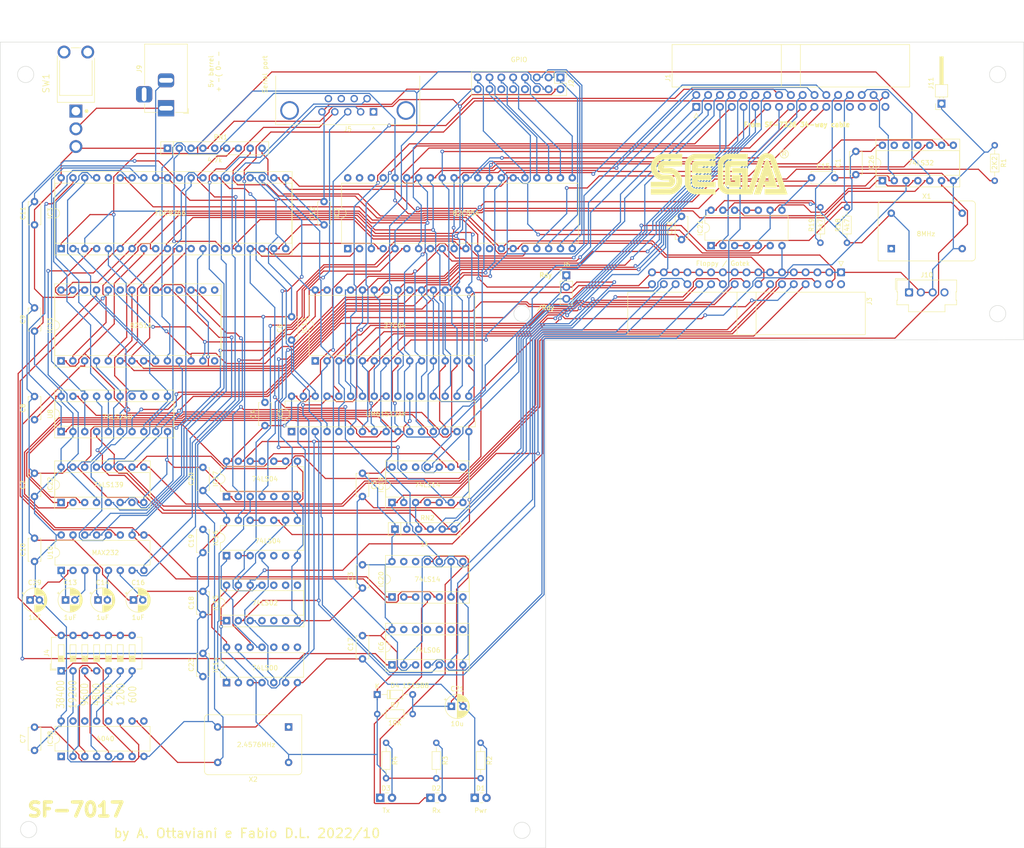
<source format=kicad_pcb>
(kicad_pcb (version 20211014) (generator pcbnew)
  (layers (0 "F.Cu" signal) (31 "B.Cu" signal) (34 "B.Paste" user) (35 "F.Paste" user) (36 "B.SilkS" user "B.Silkscreen") (37 "F.SilkS" user "F.Silkscreen") (38 "B.Mask" user) (39 "F.Mask" user) (44 "Edge.Cuts" user))
  (net 0 "")
  (net 1 "A14")
  (net 2 "A15")
  (net 3 "~{MEMR}")
  (net 4 "~{ROMSEL}")
  (net 5 "~{IORD}")
  (net 8 "A12")
  (net 9 "A7")
  (net 10 "A6")
  (net 11 "A5")
  (net 12 "A4")
  (net 13 "A3")
  (net 14 "A2")
  (net 15 "A1")
  (net 16 "A0")
  (net 17 "D0")
  (net 18 "D1")
  (net 19 "D2")
  (net 20 "GND")
  (net 21 "D3")
  (net 22 "D4")
  (net 23 "D5")
  (net 24 "D6")
  (net 25 "D7")
  (net 26 "A10")
  (net 27 "A11")
  (net 28 "A9")
  (net 29 "A8")
  (net 30 "A13")
  (net 31 "~{MEMW}")
  (net 32 "+5V")
  (net 33 "INUSE")
  (net 35 "RESET")
  (net 36 "~{IOR}")
  (net 37 "~{IOW}")
  (net 38 "~{9266CS}")
  (net 40 "TC")
  (net 41 "INDEX")
  (net 42 "FDCINT")
  (net 43 "FDCCLK")
  (net 44 "~{DSKD}")
  (net 45 "Net-(C13-Pad1)")
  (net 46 "WGATE")
  (net 48 "SIDE")
  (net 49 "US1")
  (net 50 "US0")
  (net 51 "WDATA")
  (net 52 "Net-(C16-Pad2)")
  (net 53 "FLT{slash}TRO")
  (net 54 "WP{slash}TS")
  (net 56 "FR{slash}STEP")
  (net 57 "LCT{slash}DIR")
  (net 58 "~{RW}{slash}SEEK")
  (net 60 "BUSY")
  (net 61 "~{8255CS}")
  (net 62 "~{STROBE}")
  (net 64 "Net-(IC38-Pad6)")
  (net 65 "~{MOTOR}")
  (net 66 "GPIO0")
  (net 67 "GPIO1")
  (net 68 "GPIO2")
  (net 69 "GPIO3")
  (net 70 "GPIO4")
  (net 71 "GPIO5")
  (net 72 "GPIO6")
  (net 73 "GPIO7")
  (net 74 "Net-(C29-Pad1)")
  (net 80 "Net-(C13-Pad2)")
  (net 81 "Net-(C14-Pad1)")
  (net 82 "Net-(C14-Pad2)")
  (net 86 "RX")
  (net 87 "TX")
  (net 88 "DTR")
  (net 89 "DSR")
  (net 93 "RXD")
  (net 94 "TXD")
  (net 95 "~{DTR}")
  (net 96 "~{DSR}")
  (net 97 "~{DS3}")
  (net 98 "xCLK")
  (net 99 "~{DS2}")
  (net 100 "~{DS1}")
  (net 101 "~{DS0}")
  (net 102 "Net-(IC38-Pad2)")
  (net 103 "Net-(IC38-Pad3)")
  (net 104 "Net-(IC38-Pad4)")
  (net 107 "Net-(IC20-Pad2)")
  (net 108 "Net-(IC20-Pad6)")
  (net 110 "USARTCLK")
  (net 111 "Net-(IC38-Pad5)")
  (net 113 "Net-(IC14-Pad1)")
  (net 118 "Net-(IC38-Pad7)")
  (net 121 "~{INDEX}")
  (net 122 "Net-(IC38-Pad13)")
  (net 124 "~{DIR}")
  (net 125 "~{STEP}")
  (net 126 "~{WDATA}")
  (net 127 "~{WGATE}")
  (net 128 "~{TRK0}")
  (net 129 "~{WRTPRO}")
  (net 130 "~{RDATA}")
  (net 131 "~{SIDE}")
  (net 132 "READY")
  (net 133 "~{8251CS}")
  (net 140 "RW{slash}~{SEEK}")
  (net 145 "Net-(C21-Pad1)")
  (net 146 "Net-(D1-Pad2)")
  (net 147 "Net-(D2-Pad1)")
  (net 148 "Net-(D2-Pad2)")
  (net 149 "Net-(D3-Pad1)")
  (net 150 "Net-(D3-Pad2)")
  (net 151 "Net-(J9-Pad1)")
  (net 155 "~{DACK}")
  (net 157 "~{RAM_OE}")
  (net 158 "Net-(IC14-Pad2)")
  (net 159 "~{ROM_OE}")
  (net 160 "Net-(IC14-Pad3)")
  (net 161 "Net-(IC14-Pad5)")
  (net 162 "~{RAM_CE1}")
  (net 163 "Net-(IC14-Pad11)")
  (net 164 "~{MEMR1}")
  (net 165 "~{MEMW1}")
  (net 166 "Net-(IC16-Pad2)")
  (net 167 "RSTCT")
  (net 168 "Reset55")
  (net 169 "~{MREQ1}")
  (net 170 "Net-(IC16-Pad11)")
  (net 171 "~{MREQ}")
  (net 172 "Net-(IC17-Pad1)")
  (net 173 "~{ROM_CE}")
  (net 174 "Net-(IC17-Pad10)")
  (net 175 "Net-(IC17-Pad11)")
  (net 176 "Net-(IC21-Pad3)")
  (net 177 "~{IOWR}")
  (net 178 "Net-(IC21-Pad10)")
  (net 180 "~{fREADY}")
  (net 181 "fREADY")
  (net 182 "Net-(IC18-Pad4)")
  (footprint "Capacitor_THT:C_Disc_D4.7mm_W2.5mm_P5.00mm" (layer "F.Cu") (at 109.855 126.405 -90)
    (fp_text reference "C3")
    (fp_text value "0.1uF")
  )
  (footprint "Capacitor_THT:C_Disc_D4.7mm_W2.5mm_P5.00mm" (layer "F.Cu") (at 178.435 56.475 90)
    (fp_text reference "C22")
    (fp_text value "0.1uF")
  )
  (footprint "Package_DIP:DIP-14_W7.62mm" (layer "F.Cu") (at 80.64 111.75 90)
    (fp_text reference "IC17")
    (fp_text value "74LS04")
  )
  (footprint "Package_DIP:DIP-14_W7.62mm_Socket" (layer "F.Cu") (at 116.2 133.34 90)
    (fp_text reference "IC20")
    (fp_text value "74LS14")
  )
  (footprint "Package_DIP:DIP-14_W7.62mm_Socket" (layer "F.Cu") (at 221.61 43.805 90)
    (fp_text reference "IC26")
    (fp_text value "74LS32")
  )
  (footprint "Connector_IDC:IDC-Header_2x17_P2.54mm_Horizontal" (layer "F.Cu") (at 181.61 27.9225 90)
    (fp_text reference "J1")
    (fp_text value "SF-7326 connector")
  )
  (footprint "Package_DIP:DIP-14_W7.62mm_Socket" (layer "F.Cu") (at 80.64 138.42 90)
    (fp_text reference "IC15")
    (fp_text value "74LS02")
  )
  (footprint "Connector_PinHeader_2.54mm:PinHeader_1x03_P2.54mm_Vertical" (layer "F.Cu") (at 153.67 64.135)
    (fp_text reference "J6")
    (fp_text value "J_Ready")
  )
  (footprint "Capacitor_THT:C_Disc_D4.7mm_W2.5mm_P5.00mm" (layer "F.Cu") (at 39.37 166.33 90)
    (fp_text reference "C7")
    (fp_text value "0.1uF")
  )
  (footprint "Capacitor_THT:C_Disc_D4.7mm_W2.5mm_P5.00mm" (layer "F.Cu") (at 215.9 37.505 -90)
    (fp_text reference "C1")
    (fp_text value "0.1uF")
  )
  (footprint "Button_Switch_THT:Rocker Switch_TE_1-1571986-1" (layer "F.Cu") (at 48.26 28.84 90)
    (fp_text reference "SW1")
    (fp_text value "PwrOn")
  )
  (footprint "Capacitor_THT:C_Disc_D4.7mm_W2.5mm_P5.00mm" (layer "F.Cu") (at 75.565 123.785 90)
    (fp_text reference "C19")
    (fp_text value "0.1uF")
  )
  (footprint "Package_DIP:DIP-16_W7.62mm" (layer "F.Cu") (at 45.1 167.63 90)
    (fp_text reference "IC38")
    (fp_text value "4040")
  )
  (footprint "Resistor_THT:R_Array_SIP6" (layer "F.Cu") (at 116.84 118.745)
    (fp_text reference "RN2")
    (fp_text value "1k")
  )
  (footprint "Resistor_THT:R_Axial_DIN0204_L3.6mm_D1.6mm_P7.62mm_Horizontal" (layer "F.Cu") (at 113.03 158.505)
    (fp_text reference "R7")
    (fp_text value "10K")
  )
  (footprint "Package_DIP:DIP-14_W7.62mm" (layer "F.Cu") (at 184.78 57.775 90)
    (fp_text reference "IC21")
    (fp_text value "74LS00")
  )
  (footprint "Package_DIP:DIP-14_W7.62mm" (layer "F.Cu") (at 80.64 151.755 90)
    (fp_text reference "IC14")
    (fp_text value "74LS00")
  )
  (footprint "Capacitor_THT:C_Disc_D5.0mm_W2.5mm_P5.00mm" (layer "F.Cu") (at 206.375 43.18)
    (fp_text reference "C15")
    (fp_text value "1nf")
  )
  (footprint "Package_DIP:DIP-14_W7.62mm_Socket" (layer "F.Cu") (at 116.2 113.02 90)
    (fp_text reference "IC18")
    (fp_text value "74LS14")
  )
  (footprint "LED_THT:LED_Rectangular_W3.0mm_H2.0mm" (layer "F.Cu") (at 113.665 176.53)
    (fp_text reference "D3")
    (fp_text value "LED")
  )
  (footprint "Capacitor_THT:C_Disc_D4.7mm_W2.5mm_P5.00mm" (layer "F.Cu") (at 75.565 150.455 90)
    (fp_text reference "C23")
    (fp_text value "0.1uF")
  )
  (footprint "Capacitor_THT:C_Disc_D4.7mm_W2.5mm_P5.00mm" (layer "F.Cu") (at 101.6 53.3 90)
    (fp_text reference "C12")
    (fp_text value "0.1uF")
  )
  (footprint "Package_DIP:DIP-14_W7.62mm_Socket" (layer "F.Cu") (at 116.2 147.945 90)
    (fp_text reference "IC6")
    (fp_text value "74LS06")
  )
  (footprint "SC3000:sega_logo_30mm" (layer "F.Cu") (at 186.69 41.91)
    (fp_text reference "G***" hide)
    (fp_text value "LOGO" hide)
  )
  (footprint "Capacitor_THT:C_Disc_D4.7mm_W2.5mm_P5.00mm" (layer "F.Cu") (at 39.37 53.3 90)
    (fp_text reference "C11")
    (fp_text value "0.1uF")
  )
  (footprint "Oscillator:Oscillator_DIP-14" (layer "F.Cu") (at 93.98 161.29 180)
    (fp_text reference "X2")
    (fp_text value "2.4576MHz")
  )
  (footprint "Capacitor_THT:C_Disc_D4.7mm_W2.5mm_P5.00mm" (layer "F.Cu") (at 109.855 106.72 -90)
    (fp_text reference "C5")
    (fp_text value "0.1uF")
  )
  (footprint "Package_DIP:DIP-32_W7.62mm" (layer "F.Cu") (at 94.615 97.77 90)
    (fp_text reference "IC5")
    (fp_text value "UM61512AK")
  )
  (footprint "LED_THT:LED_Rectangular_W3.0mm_H2.0mm" (layer "F.Cu") (at 124.455 176.53)
    (fp_text reference "D2")
    (fp_text value "LED")
  )
  (footprint "Resistor_THT:R_Axial_DIN0204_L3.6mm_D1.6mm_P7.62mm_Horizontal" (layer "F.Cu") (at 245.745 36.195 -90)
    (fp_text reference "R1")
    (fp_text value "2K2")
  )
  (footprint "Connector_Molex:Molex_SL_171971-0004_1x04_P2.54mm_Vertical" (layer "F.Cu") (at 227.33 67.83)
    (fp_text reference "J10")
    (fp_text value "FDC Power")
  )
  (footprint "Capacitor_THT:CP_Radial_D5.0mm_P2.00mm" (layer "F.Cu") (at 60.6399 133.985)
    (fp_text reference "C16")
    (fp_text value "1uF")
  )
  (footprint "Diode_THT:D_DO-34_SOD68_P7.62mm_Horizontal" (layer "F.Cu") (at 113.025 154.305)
    (fp_text reference "D4")
    (fp_text value "1S1588")
  )
  (footprint "Capacitor_THT:C_Disc_D4.7mm_W2.5mm_P5.00mm" (layer "F.Cu") (at 88.9 96.48 90)
    (fp_text reference "C4")
    (fp_text value "0.1uF")
  )
  (footprint "Connector_PinHeader_2.54mm:PinHeader_1x01_P2.54mm_Horizontal" (layer "F.Cu") (at 234.315 27.235 90)
    (fp_text reference "J11")
    (fp_text value "GND")
  )
  (footprint "Capacitor_THT:C_Disc_D4.7mm_W2.5mm_P5.00mm" (layer "F.Cu") (at 39.37 125.69 90)
    (fp_text reference "C10")
    (fp_text value "0.1uF")
  )
  (footprint "Capacitor_THT:C_Disc_D4.7mm_W2.5mm_P5.00mm" (layer "F.Cu") (at 94.615 78.065 90)
    (fp_text reference "C6")
    (fp_text value "0.1uF")
  )
  (footprint "Package_DIP:DIP-28_W15.24mm" (layer "F.Cu") (at 99.705 82.555 90)
    (fp_text reference "IC13")
    (fp_text value "27C64")
  )
  (footprint "Resistor_THT:R_Axial_DIN0204_L3.6mm_D1.6mm_P7.62mm_Horizontal" (layer "F.Cu") (at 114.935 164.69 -90)
    (fp_text reference "R4")
    (fp_text value "R470")
  )
  (footprint "Capacitor_THT:C_Disc_D4.7mm_W2.5mm_P5.00mm" (layer "F.Cu") (at 39.37 95.21 90)
    (fp_text reference "C8")
    (fp_text value "0.1uF")
  )
  (footprint "Resistor_THT:R_Array_SIP9" (layer "F.Cu") (at 67.945 36.83)
    (fp_text reference "RN1")
    (fp_text value "4.7k")
  )
  (footprint "Capacitor_THT:C_Disc_D4.7mm_W2.5mm_P5.00mm" (layer "F.Cu") (at 75.565 110.45 90)
    (fp_text reference "C20")
    (fp_text value "0.1uF")
  )
  (footprint "Connector_BarrelJack:BarrelJack_Horizontal" (layer "F.Cu") (at 67.6325 28.225 -90)
    (fp_text reference "J9")
    (fp_text value "Barrel_Jack")
  )
  (footprint "Capacitor_THT:CP_Radial_D5.0mm_P2.00mm" (layer "F.Cu") (at 53.0199 133.985)
    (fp_text reference "C14")
    (fp_text value "1uF")
  )
  (footprint "Capacitor_THT:C_Disc_D4.7mm_W2.5mm_P5.00mm" (layer "F.Cu") (at 75.565 137.12 90)
    (fp_text reference "C18")
    (fp_text value "0.1uF")
  )
  (footprint "Package_DIP:DIP-28_W15.24mm_Socket" (layer "F.Cu") (at 45.07 82.555 90)
    (fp_text reference "IC33")
    (fp_text value "8251A")
  )
  (footprint "Button_Switch_THT:SW_DIP_SPSTx07_Slide_6.7x19.34mm_W7.62mm_P2.54mm_LowProfile" (layer "F.Cu") (at 45.105 149.215 90)
    (fp_text reference "J4")
    (fp_text value "Conn_02x07")
  )
  (footprint "Capacitor_THT:C_Disc_D4.7mm_W2.5mm_P5.00mm" (layer "F.Cu") (at 39.365 111.72 90)
    (fp_text reference "C2")
    (fp_text value "0.1uF")
  )
  (footprint "Capacitor_THT:C_Disc_D4.7mm_W2.5mm_P5.00mm" (layer "F.Cu") (at 109.855 141.645 -90)
    (fp_text reference "C17")
    (fp_text value "0.1uF")
  )
  (footprint "Package_DIP:DIP-40_W15.24mm" (layer "F.Cu") (at 106.685 58.425 90)
    (fp_text reference "IC2")
    (fp_text value "82C55A")
  )
  (footprint "Oscillator:Oscillator_DIP-14" (layer "F.Cu") (at 223.52 58.42)
    (fp_text reference "X1")
    (fp_text value "8MHz")
  )
  (footprint "Resistor_THT:R_Axial_DIN0204_L3.6mm_D1.6mm_P7.62mm_Horizontal" (layer "F.Cu") (at 125.73 164.69 -90)
    (fp_text reference "R3")
    (fp_text value "R470")
  )
  (footprint "Package_DIP:DIP-16_W7.62mm_Socket" (layer "F.Cu") (at 45.075 113.02 90)
    (fp_text reference "IC22")
    (fp_text value "74LS139")
  )
  (footprint "Resistor_THT:R_Axial_DIN0204_L3.6mm_D1.6mm_P7.62mm_Horizontal" (layer "F.Cu") (at 135.255 164.69 -90)
    (fp_text reference "R2")
    (fp_text value "R470")
  )
  (footprint "Connector_IDC:IDC-Header_2x17_P2.54mm_Horizontal" (layer "F.Cu") (at 212.725 63.5175 -90)
    (fp_text reference "J3")
    (fp_text value "Floppy connector")
  )
  (footprint "Connector_Dsub:DSUB-9_Male_Horizontal_P2.77x2.84mm_EdgePinOffset4.94mm_Housed_MountingHolesOffset7.48mm" (layer "F.Cu") (at 112.23 29.0003 180)
    (fp_text reference "J5")
    (fp_text value "Serial connector")
  )
  (footprint "Package_DIP:DIP-40_W15.24mm_Socket" (layer "F.Cu") (at 45.09 58.425 90)
    (fp_text reference "IC3")
    (fp_text value "FDC9266")
  )
  (footprint "Connector_PinHeader_2.54mm:PinHeader_2x08_P2.54mm_Vertical" (layer "F.Cu") (at 152.4 21.59 -90)
    (fp_text reference "J2")
    (fp_text value "GPIO")
  )
  (footprint "Resistor_THT:R_Axial_DIN0204_L3.6mm_D1.6mm_P7.62mm_Horizontal" (layer "F.Cu") (at 208.28 57.15 90)
    (fp_text reference "R19")
    (fp_text value "4k7")
  )
  (footprint "Capacitor_THT:CP_Radial_D5.0mm_P2.00mm" (layer "F.Cu") (at 46.0349 133.985)
    (fp_text reference "C13")
    (fp_text value "1uF")
  )
  (footprint "Package_DIP:DIP-16_W7.62mm" (layer "F.Cu") (at 45.1 127.625 90)
    (fp_text reference "U10")
    (fp_text value "MAX232")
  )
  (footprint "Capacitor_THT:CP_Radial_D5.0mm_P2.50mm" (layer "F.Cu") (at 128.9699 156.845)
    (fp_text reference "C21")
    (fp_text value "10u")
  )
  (footprint "Package_DIP:DIP-14_W7.62mm" (layer "F.Cu") (at 80.64 124.45 90)
    (fp_text reference "IC16")
    (fp_text value "74LS04")
  )
  (footprint "Package_DIP:DIP-20_W7.62mm_Socket" (layer "F.Cu") (at 45.09 97.78 90)
    (fp_text reference "U8")
    (fp_text value "74LS240")
  )
  (footprint "Capacitor_THT:C_Disc_D4.7mm_W2.5mm_P5.00mm" (layer "F.Cu") (at 39.37 76.16 90)
    (fp_text reference "C9")
    (fp_text value "0.1uF")
  )
  (footprint "Resistor_THT:R_Axial_DIN0204_L3.6mm_D1.6mm_P7.62mm_Horizontal" (layer "F.Cu") (at 213.995 57.15 90)
    (fp_text reference "R18")
    (fp_text value "4k7")
  )
  (footprint "Capacitor_THT:CP_Radial_D5.0mm_P2.00mm" (layer "F.Cu") (at 38.4149 133.985)
    (fp_text reference "C29")
    (fp_text value "1uF")
  )
  (footprint "LED_THT:LED_Rectangular_W3.0mm_H2.0mm" (layer "F.Cu") (at 133.985 176.53)
    (fp_text reference "D1")
    (fp_text value "LED")
  )
  (gr_line (start 149.225 78.105) (end 252 78) (layer "Edge.Cuts") (width 0.1))
  (gr_circle (center 144.145 72.39) (end 145.895 72.39) (layer "Edge.Cuts") (width 0.1) (fill none))
  (gr_circle (center 38.1 183.347) (end 39.85 183.347) (layer "Edge.Cuts") (width 0.1) (fill none))
  (gr_circle (center 246.38 20.955) (end 248.13 20.955) (layer "Edge.Cuts") (width 0.1) (fill none))
  (gr_circle (center 144.145 183.515) (end 145.895 183.515) (layer "Edge.Cuts") (width 0.1) (fill none))
  (gr_line (start 252 78) (end 252 14) (layer "Edge.Cuts") (width 0.1))
  (gr_circle (center 37.465 20.955) (end 39.215 20.955) (layer "Edge.Cuts") (width 0.1) (fill none))
  (gr_line (start 252 14) (end 32 14) (layer "Edge.Cuts") (width 0.1))
  (gr_circle (center 246.38 72.39) (end 248.13 72.39) (layer "Edge.Cuts") (width 0.1) (fill none))
  (gr_line (start 32 14) (end 32 187.325) (layer "Edge.Cuts") (width 0.1))
  (gr_line (start 149.225 187.325) (end 149.225 78.105) (layer "Edge.Cuts") (width 0.1))
  (gr_line (start 32 187.325) (end 149.225 187.325) (layer "Edge.Cuts") (width 0.1))
  (gr_text "Serial port" (at 88.9 20.955 90) (layer "F.SilkS") (effects (font (size 1 1))))
  (gr_text "Floppy / Gotek" (at 187.325 61.595) (layer "F.SilkS") (effects (font (size 1 1))))
  (gr_text "38400\n19200\n9600\n4800\n2400\n1200\n600" (at 52.705 154.305 90) (layer "F.SilkS") (effects (font (size 1.6 1.3))))
  (gr_text "GPIO" (at 143.51 17.78) (layer "F.SilkS") (effects (font (size 1 1))))
  (gr_text "From SF-7326 34-way cable" (at 203.2 31.75) (layer "F.SilkS") (effects (font (size 1 1) (thickness 0.25))))
  (gr_text "	by A. Ottaviani e Fabio D.L. 2022/10" (at 81.28 184.15) (layer "F.SilkS") (effects (font (size 2 2) (thickness 0.3))))
  (gr_text "/Rdy" (at 149.225 71.12) (layer "F.SilkS") (effects (font (size 1 1) (thickness 0.2))))
  (gr_text "Tx" (at 114.94 179.238) (layer "F.SilkS") (effects (font (size 1 1))))
  (gr_text "Rdy" (at 149.225 64.135) (layer "F.SilkS") (effects (font (size 1 1) (thickness 0.2))))
  (gr_text "Rx" (at 125.735 179.238) (layer "F.SilkS") (effects (font (size 1 1))))
  (gr_text "5v barrel\n+ -( 0- -" (at 78.105 20.32 90) (layer "F.SilkS") (effects (font (size 1 1))))
  (gr_text "Pwr" (at 135.26 179.238) (layer "F.SilkS") (effects (font (size 1 1))))
  (gr_text "SF-7017" (at 48.26 179.07) (layer "F.SilkS") (effects (font (size 3 3) (thickness 0.75))))
  (segment (start 84.3051 138.42) (end 84.3051 138.1868) (width 0.25) (layer "F.Cu") (net 1))
  (segment (start 84.3051 138.1868) (end 88.4168 134.0751) (width 0.25) (layer "F.Cu") (net 1))
  (segment (start 83.18 138.42) (end 84.3051 138.42) (width 0.25) (layer "F.Cu") (net 1))
  (segment (start 88.4168 134.0751) (end 100.458 134.0751) (width 0.25) (layer "F.Cu") (net 1))
  (via (at 100.458 134.0751) (size 0.8) (drill 0.4) (layers "F.Cu" "B.Cu") (net 1))
  (segment (start 199.39 32.8913) (end 191.0128 41.2685) (width 0.25) (layer "B.Cu") (net 1))
  (segment (start 148.8899 77.9138) (end 148.8899 132.807) (width 0.25) (layer "B.Cu") (net 1))
  (segment (start 131.6182 150.0787) (end 115.5354 150.0787) (width 0.25) (layer "B.Cu") (net 1))
  (segment (start 191.0128 54.227) (end 188.59 56.6498) (width 0.25) (layer "B.Cu") (net 1))
  (segment (start 191.0128 41.2685) (end 191.0128 54.227) (width 0.25) (layer "B.Cu") (net 1))
  (segment (start 100.458 135.0013) (end 100.458 134.0751) (width 0.25) (layer "B.Cu") (net 1))
  (segment (start 149.0759 77.7278) (end 148.8899 77.9138) (width 0.25) (layer "B.Cu") (net 1))
  (segment (start 177.3167 77.7278) (end 149.0759 77.7278) (width 0.25) (layer "B.Cu") (net 1))
  (segment (start 199.39 27.9225) (end 199.39 32.8913) (width 0.25) (layer "B.Cu") (net 1))
  (segment (start 188.59 66.4545) (end 177.3167 77.7278) (width 0.25) (layer "B.Cu") (net 1))
  (segment (start 115.5354 150.0787) (end 100.458 135.0013) (width 0.25) (layer "B.Cu") (net 1))
  (segment (start 99.695 98.8951) (end 100.458 99.6581) (width 0.25) (layer "B.Cu") (net 1))
  (segment (start 188.59 56.6498) (end 188.59 66.4545) (width 0.25) (layer "B.Cu") (net 1))
  (segment (start 100.458 99.6581) (end 100.458 134.0751) (width 0.25) (layer "B.Cu") (net 1))
  (segment (start 99.695 97.77) (end 99.695 98.8951) (width 0.25) (layer "B.Cu") (net 1))
  (segment (start 148.8899 132.807) (end 131.6182 150.0787) (width 0.25) (layer "B.Cu") (net 1))
  (segment (start 115.5981 31.9367) (end 127.777 31.9367) (width 0.25) (layer "F.Cu") (net 2))
  (segment (start 133.6064 26.1073) (end 176.9825 26.1073) (width 0.25) (layer "F.Cu") (net 2))
  (segment (start 127.777 31.9367) (end 133.6064 26.1073) (width 0.25) (layer "F.Cu") (net 2))
  (segment (start 102.9608 80.2153) (end 103.5549 80.2153) (width 0.25) (layer "F.Cu") (net 2))
  (segment (start 97.155 89.0249) (end 100.8302 85.3497) (width 0.25) (layer "F.Cu") (net 2))
  (segment (start 198.1576 24.1501) (end 199.39 25.3825) (width 0.25) (layer "F.Cu") (net 2))
  (segment (start 176.9825 26.1073) (end 178.9397 24.1501) (width 0.25) (layer "F.Cu") (net 2))
  (segment (start 178.9397 24.1501) (end 198.1576 24.1501) (width 0.25) (layer "F.Cu") (net 2))
  (segment (start 97.155 90.15) (end 97.155 89.0249) (width 0.25) (layer "F.Cu") (net 2))
  (segment (start 100.8302 85.3497) (end 100.8302 82.3459) (width 0.25) (layer "F.Cu") (net 2))
  (segment (start 100.8302 82.3459) (end 102.9608 80.2153) (width 0.25) (layer "F.Cu") (net 2))
  (via (at 103.5549 80.2153) (size 0.8) (drill 0.4) (layers "F.Cu" "B.Cu") (net 2))
  (via (at 115.5981 31.9367) (size 0.8) (drill 0.4) (layers "F.Cu" "B.Cu") (net 2))
  (segment (start 96.7833 91.2751) (end 96.0003 92.0581) (width 0.25) (layer "B.Cu") (net 2))
  (segment (start 96.3156 139.5792) (end 87.7711 139.5792) (width 0.25) (layer "B.Cu") (net 2))
  (segment (start 115.5981 31.9367) (end 103.5549 43.9799) (width 0.25) (layer "B.Cu") (net 2))
  (segment (start 86.8451 138.6532) (end 86.8451 138.42) (width 0.25) (layer "B.Cu") (net 2))
  (segment (start 96.0003 92.0581) (end 96.0003 100.2084) (width 0.25) (layer "B.Cu") (net 2))
  (segment (start 103.5549 43.9799) (end 103.5549 80.2153) (width 0.25) (layer "B.Cu") (net 2))
  (segment (start 85.72 138.42) (end 86.8451 138.42) (width 0.25) (layer "B.Cu") (net 2))
  (segment (start 96.0003 100.2084) (end 97.5389 101.747) (width 0.25) (layer "B.Cu") (net 2))
  (segment (start 97.155 90.15) (end 97.155 91.2751) (width 0.25) (layer "B.Cu") (net 2))
  (segment (start 97.5389 138.3559) (end 96.3156 139.5792) (width 0.25) (layer "B.Cu") (net 2))
  (segment (start 97.5389 101.747) (end 97.5389 138.3559) (width 0.25) (layer "B.Cu") (net 2))
  (segment (start 97.155 91.2751) (end 96.7833 91.2751) (width 0.25) (layer "B.Cu") (net 2))
  (segment (start 87.7711 139.5792) (end 86.8451 138.6532) (width 0.25) (layer "B.Cu") (net 2))
  (segment (start 231.77 43.805) (end 230.6449 43.805) (width 0.25) (layer "F.Cu") (net 3))
  (segment (start 228.588 46.095) (end 230.6449 44.0381) (width 0.25) (layer "F.Cu") (net 3))
  (segment (start 230.6449 44.0381) (end 230.6449 43.805) (width 0.25) (layer "F.Cu") (net 3))
  (segment (start 189.86 50.155) (end 190.9851 50.155) (width 0.25) (layer "F.Cu") (net 3))
  (segment (start 190.9851 50.155) (end 190.9851 50.4363) (width 0.25) (layer "F.Cu") (net 3))
  (segment (start 214.3145 46.095) (end 228.588 46.095) (width 0.25) (layer "F.Cu") (net 3))
  (segment (start 190.9851 50.4363) (end 191.8827 51.3339) (width 0.25) (layer "F.Cu") (net 3))
  (segment (start 191.8827 51.3339) (end 209.0756 51.3339) (width 0.25) (layer "F.Cu") (net 3))
  (segment (start 209.0756 51.3339) (end 214.3145 46.095) (width 0.25) (layer "F.Cu") (net 3))
  (segment (start 231.77 43.805) (end 231.77 42.6799) (width 0.25) (layer "B.Cu") (net 3))
  (segment (start 227.96 29.4001) (end 227.96 38.8699) (width 0.25) (layer "B.Cu") (net 3))
  (segment (start 217.17 25.3825) (end 218.3464 24.2061) (width 0.25) (layer "B.Cu") (net 3))
  (segment (start 218.3464 24.2061) (end 222.766 24.2061) (width 0.25) (layer "B.Cu") (net 3))
  (segment (start 222.766 24.2061) (end 227.96 29.4001) (width 0.25) (layer "B.Cu") (net 3))
  (segment (start 227.96 38.8699) (end 231.77 42.6799) (width 0.25) (layer "B.Cu") (net 3))
  (segment (start 201.0256 43.4557) (end 203.1338 41.3475) (width 0.25) (layer "F.Cu") (net 4))
  (segment (start 90.0662 75.0289) (end 90.223 74.8721) (width 0.25) (layer "F.Cu") (net 4))
  (segment (start 185.5691 43.4557) (end 201.0256 43.4557) (width 0.25) (layer "F.Cu") (net 4))
  (segment (start 115.575 58.0693) (end 116.8575 56.7868) (width 0.25) (layer "F.Cu") (net 4))
  (segment (start 180.6999 48.3249) (end 185.5691 43.4557) (width 0.25) (layer "F.Cu") (net 4))
  (segment (start 90.223 74.8721) (end 94.4092 74.8721) (width 0.25) (layer "F.Cu") (net 4))
  (segment (start 115.575 58.7766) (end 115.575 58.0693) (width 0.25) (layer "F.Cu") (net 4))
  (segment (start 112.4604 61.8912) (end 115.575 58.7766) (width 0.25) (layer "F.Cu") (net 4))
  (segment (start 136.2274 48.3249) (end 180.6999 48.3249) (width 0.25) (layer "F.Cu") (net 4))
  (segment (start 101.5549 61.8912) (end 112.4604 61.8912) (width 0.25) (layer "F.Cu") (net 4))
  (segment (start 203.1338 41.3475) (end 242.2524 41.3475) (width 0.25) (layer "F.Cu") (net 4))
  (segment (start 116.8575 56.7868) (end 129.3662 56.7868) (width 0.25) (layer "F.Cu") (net 4))
  (segment (start 94.4092 74.8721) (end 95.784 73.4973) (width 0.25) (layer "F.Cu") (net 4))
  (segment (start 130.9599 58.1437) (end 130.9599 58.425) (width 0.25) (layer "F.Cu") (net 4))
  (segment (start 129.4507 56.8713) (end 129.6875 56.8713) (width 0.25) (layer "F.Cu") (net 4))
  (segment (start 95.784 73.4973) (end 95.784 67.6621) (width 0.25) (layer "F.Cu") (net 4))
  (segment (start 242.2524 41.3475) (end 244.7199 43.815) (width 0.25) (layer "F.Cu") (net 4))
  (segment (start 129.6875 56.8713) (end 130.9599 58.1437) (width 0.25) (layer "F.Cu") (net 4))
  (segment (start 95.784 67.6621) (end 101.5549 61.8912) (width 0.25) (layer "F.Cu") (net 4))
  (segment (start 135.0415 49.5108) (end 136.2274 48.3249) (width 0.25) (layer "F.Cu") (net 4))
  (segment (start 129.3662 56.7868) (end 129.4507 56.8713) (width 0.25) (layer "F.Cu") (net 4))
  (segment (start 245.745 43.815) (end 244.7199 43.815) (width 0.25) (layer "F.Cu") (net 4))
  (segment (start 132.085 58.425) (end 130.9599 58.425) (width 0.25) (layer "F.Cu") (net 4))
  (via (at 135.0415 49.5108) (size 0.8) (drill 0.4) (layers "F.Cu" "B.Cu") (net 4))
  (via (at 90.0662 75.0289) (size 0.8) (drill 0.4) (layers "F.Cu" "B.Cu") (net 4))
  (segment (start 90.0662 96.993) (end 90.0662 75.0289) (width 0.25) (layer "B.Cu") (net 4))
  (segment (start 87.1349 130.8) (end 87.1349 131.0813) (width 0.25) (layer "B.Cu") (net 4))
  (segment (start 132.085 57.2999) (end 132.085 52.4673) (width 0.25) (layer "B.Cu") (net 4))
  (segment (start 88.26 130.8) (end 87.1349 130.8) (width 0.25) (layer "B.Cu") (net 4))
  (segment (start 132.085 58.425) (end 132.085 57.2999) (width 0.25) (layer "B.Cu") (net 4))
  (segment (start 82.0539 131.3163) (end 82.0539 129.7074) (width 0.25) (layer "B.Cu") (net 4))
  (segment (start 82.0539 129.7074) (end 84.45 127.3113) (width 0.25) (layer "B.Cu") (net 4))
  (segment (start 86.99 121.1278) (end 86.99 100.0692) (width 0.25) (layer "B.Cu") (net 4))
  (segment (start 87.1349 131.0813) (end 86.2272 131.989) (width 0.25) (layer "B.Cu") (net 4))
  (segment (start 82.7266 131.989) (end 82.0539 131.3163) (width 0.25) (layer "B.Cu") (net 4))
  (segment (start 84.45 127.3113) (end 84.45 123.6678) (width 0.25) (layer "B.Cu") (net 4))
  (segment (start 132.085 52.4673) (end 135.0415 49.5108) (width 0.25) (layer "B.Cu") (net 4))
  (segment (start 86.2272 131.989) (end 82.7266 131.989) (width 0.25) (layer "B.Cu") (net 4))
  (segment (start 86.99 100.0692) (end 90.0662 96.993) (width 0.25) (layer "B.Cu") (net 4))
  (segment (start 84.45 123.6678) (end 86.99 121.1278) (width 0.25) (layer "B.Cu") (net 4))
  (segment (start 75.9719 78.4773) (end 72.73 75.2354) (width 0.25) (layer "F.Cu") (net 5))
  (segment (start 96.8988 67.1839) (end 96.8988 73.0191) (width 0.25) (layer "F.Cu") (net 5))
  (segment (start 90.4856 78.4773) (end 75.9719 78.4773) (width 0.25) (layer "F.Cu") (net 5))
  (segment (start 101.7414 62.3413) (end 96.8988 67.1839) (width 0.25) (layer "F.Cu") (net 5))
  (segment (start 116.845 58.425) (end 112.9287 62.3413) (width 0.25) (layer "F.Cu") (net 5))
  (segment (start 134.7412 50.2359) (end 135.3418 50.2359) (width 0.25) (layer "F.Cu") (net 5))
  (segment (start 187.9851 43.9059) (end 205.6491 43.9059) (width 0.25) (layer "F.Cu") (net 5))
  (segment (start 121.7342 49.7547) (end 134.26 49.7547) (width 0.25) (layer "F.Cu") (net 5))
  (segment (start 134.26 49.7547) (end 134.7412 50.2359) (width 0.25) (layer "F.Cu") (net 5))
  (segment (start 94.5957 75.3222) (end 93.6407 75.3222) (width 0.25) (layer "F.Cu") (net 5))
  (segment (start 72.73 75.2354) (end 64.8421 75.2354) (width 0.25) (layer "F.Cu") (net 5))
  (segment (start 96.8988 73.0191) (end 94.5957 75.3222) (width 0.25) (layer "F.Cu") (net 5))
  (segment (start 205.6491 43.9059) (end 206.375 43.18) (width 0.25) (layer "F.Cu") (net 5))
  (segment (start 135.823 49.7547) (end 182.1363 49.7547) (width 0.25) (layer "F.Cu") (net 5))
  (segment (start 135.3418 50.2359) (end 135.823 49.7547) (width 0.25) (layer "F.Cu") (net 5))
  (segment (start 112.9287 62.3413) (end 101.7414 62.3413) (width 0.25) (layer "F.Cu") (net 5))
  (segment (start 93.6407 75.3222) (end 90.4856 78.4773) (width 0.25) (layer "F.Cu") (net 5))
  (segment (start 182.1363 49.7547) (end 187.9851 43.9059) (width 0.25) (layer "F.Cu") (net 5))
  (via (at 75.9719 78.4773) (size 0.8) (drill 0.4) (layers "F.Cu" "B.Cu") (net 5))
  (via (at 121.7342 49.7547) (size 0.8) (drill 0.4) (layers "F.Cu" "B.Cu") (net 5))
  (via (at 64.8421 75.2354) (size 0.8) (drill 0.4) (layers "F.Cu" "B.Cu") (net 5))
  (segment (start 200.02 49.0299) (end 200.5251 49.0299) (width 0.25) (layer "B.Cu") (net 5))
  (segment (start 48.7551 59.2109) (end 56.6001 67.0559) (width 0.25) (layer "B.Cu") (net 5))
  (segment (start 116.845 54.6439) (end 121.7342 49.7547) (width 0.25) (layer "B.Cu") (net 5))
  (segment (start 200.02 50.155) (end 200.02 49.0299) (width 0.25) (layer "B.Cu") (net 5))
  (segment (start 48.7551 58.425) (end 48.7551 59.2109) (width 0.25) (layer "B.Cu") (net 5))
  (segment (start 116.845 58.425) (end 116.845 54.6439) (width 0.25) (layer "B.Cu") (net 5))
  (segment (start 47.63 58.425) (end 48.7551 58.425) (width 0.25) (layer "B.Cu") (net 5))
  (segment (start 56.6001 67.7803) (end 64.0552 75.2354) (width 0.25) (layer "B.Cu") (net 5))
  (segment (start 75.9719 78.4773) (end 75.9719 81.008) (width 0.25) (layer "B.Cu") (net 5))
  (segment (start 64.0552 75.2354) (end 64.8421 75.2354) (width 0.25) (layer "B.Cu") (net 5))
  (segment (start 75.9719 81.008) (end 75.55 81.4299) (width 0.25) (layer "B.Cu") (net 5))
  (segment (start 56.6001 67.0559) (end 56.6001 67.7803) (width 0.25) (layer "B.Cu") (net 5))
  (segment (start 200.5251 49.0299) (end 206.375 43.18) (width 0.25) (layer "B.Cu") (net 5))
  (segment (start 75.55 82.555) (end 75.55 81.4299) (width 0.25) (layer "B.Cu") (net 5))
  (segment (start 121.5401 36.331) (end 188.4415 36.331) (width 0.25) (layer "F.Cu") (net 8))
  (segment (start 115.7507 42.1204) (end 121.5401 36.331) (width 0.25) (layer "F.Cu") (net 8))
  (segment (start 102.245 82.555) (end 108.9179 75.8821) (width 0.25) (layer "F.Cu") (net 8))
  (segment (start 108.9179 75.8821) (end 109.5455 75.8821) (width 0.25) (layer "F.Cu") (net 8))
  (segment (start 188.4415 36.331) (end 196.85 27.9225) (width 0.25) (layer "F.Cu") (net 8))
  (via (at 109.5455 75.8821) (size 0.8) (drill 0.4) (layers "F.Cu" "B.Cu") (net 8))
  (via (at 115.7507 42.1204) (size 0.8) (drill 0.4) (layers "F.Cu" "B.Cu") (net 8))
  (segment (start 115.7507 42.1204) (end 115.4302 42.4409) (width 0.25) (layer "B.Cu") (net 8))
  (segment (start 102.235 96.6449) (end 102.235 96.0084) (width 0.25) (layer "B.Cu") (net 8))
  (segment (start 102.235 96.0084) (end 101.0775 94.8509) (width 0.25) (layer "B.Cu") (net 8))
  (segment (start 110.6312 48.6588) (end 110.6312 66.1812) (width 0.25) (layer "B.Cu") (net 8))
  (segment (start 110.6312 66.1812) (end 111.0398 66.5898) (width 0.25) (layer "B.Cu") (net 8))
  (segment (start 101.0775 84.8476) (end 102.245 83.6801) (width 0.25) (layer "B.Cu") (net 8))
  (segment (start 102.245 82.555) (end 102.245 83.6801) (width 0.25) (layer "B.Cu") (net 8))
  (segment (start 101.0775 94.8509) (end 101.0775 84.8476) (width 0.25) (layer "B.Cu") (net 8))
  (segment (start 115.4302 42.4409) (end 115.4302 43.8598) (width 0.25) (layer "B.Cu") (net 8))
  (segment (start 111.0398 74.3878) (end 109.5455 75.8821) (width 0.25) (layer "B.Cu") (net 8))
  (segment (start 115.4302 43.8598) (end 110.6312 48.6588) (width 0.25) (layer "B.Cu") (net 8))
  (segment (start 102.235 97.77) (end 102.235 96.6449) (width 0.25) (layer "B.Cu") (net 8))
  (segment (start 111.0398 66.5898) (end 111.0398 74.3878) (width 0.25) (layer "B.Cu") (net 8))
  (segment (start 149.5171 72.2266) (end 146.2942 75.4495) (width 0.25) (layer "F.Cu") (net 9))
  (segment (start 112.7824 75.4495) (end 105.9101 82.3218) (width 0.25) (layer "F.Cu") (net 9))
  (segment (start 104.785 82.555) (end 105.9101 82.555) (width 0.25) (layer "F.Cu") (net 9))
  (segment (start 105.9101 82.3218) (end 105.9101 82.555) (width 0.25) (layer "F.Cu") (net 9))
  (segment (start 153.8634 72.7418) (end 153.3482 72.2266) (width 0.25) (layer "F.Cu") (net 9))
  (segment (start 146.2942 75.4495) (end 112.7824 75.4495) (width 0.25) (layer "F.Cu") (net 9))
  (segment (start 153.3482 72.2266) (end 149.5171 72.2266) (width 0.25) (layer "F.Cu") (net 9))
  (via (at 153.8634 72.7418) (size 0.8) (drill 0.4) (layers "F.Cu" "B.Cu") (net 9))
  (segment (start 187.96 26.6525) (end 187.96 36.8495) (width 0.25) (layer "B.Cu") (net 9))
  (segment (start 104.775 92.6527) (end 104.775 96.6449) (width 0.25) (layer "B.Cu") (net 9))
  (segment (start 105.9662 91.4615) (end 104.775 92.6527) (width 0.25) (layer "B.Cu") (net 9))
  (segment (start 104.785 82.555) (end 104.785 87.3706) (width 0.25) (layer "B.Cu") (net 9))
  (segment (start 189.23 25.3825) (end 187.96 26.6525) (width 0.25) (layer "B.Cu") (net 9))
  (segment (start 187.96 36.8495) (end 172.2582 52.5513) (width 0.25) (layer "B.Cu") (net 9))
  (segment (start 172.2582 54.347) (end 153.8634 72.7418) (width 0.25) (layer "B.Cu") (net 9))
  (segment (start 105.9662 88.5518) (end 105.9662 91.4615) (width 0.25) (layer "B.Cu") (net 9))
  (segment (start 104.775 97.77) (end 104.775 96.6449) (width 0.25) (layer "B.Cu") (net 9))
  (segment (start 104.785 87.3706) (end 105.9662 88.5518) (width 0.25) (layer "B.Cu") (net 9))
  (segment (start 172.2582 52.5513) (end 172.2582 54.347) (width 0.25) (layer "B.Cu") (net 9))
  (segment (start 181.2717 35.8808) (end 189.23 27.9225) (width 0.25) (layer "F.Cu") (net 10))
  (segment (start 113.2107 44.2515) (end 113.1228 44.1636) (width 0.25) (layer "F.Cu") (net 10))
  (segment (start 113.1228 42.7063) (end 119.9483 35.8808) (width 0.25) (layer "F.Cu") (net 10))
  (segment (start 113.1228 44.1636) (end 113.1228 42.7063) (width 0.25) (layer "F.Cu") (net 10))
  (segment (start 119.9483 35.8808) (end 181.2717 35.8808) (width 0.25) (layer "F.Cu") (net 10))
  (via (at 113.2107 44.2515) (size 0.8) (drill 0.4) (layers "F.Cu" "B.Cu") (net 10))
  (segment (start 108.4998 66.5898) (end 108.0688 66.1588) (width 0.25) (layer "B.Cu") (net 10))
  (segment (start 108.0688 66.1588) (end 108.0688 49.3934) (width 0.25) (layer "B.Cu") (net 10))
  (segment (start 107.325 87.367) (end 107.325 82.555) (width 0.25) (layer "B.Cu") (net 10))
  (segment (start 107.325 82.555) (end 107.325 73.0129) (width 0.25) (layer "B.Cu") (net 10))
  (segment (start 108.4402 95.5197) (end 108.4402 88.4822) (width 0.25) (layer "B.Cu") (net 10))
  (segment (start 107.315 97.77) (end 107.315 96.6449) (width 0.25) (layer "B.Cu") (net 10))
  (segment (start 107.315 96.6449) (end 108.4402 95.5197) (width 0.25) (layer "B.Cu") (net 10))
  (segment (start 108.4402 88.4822) (end 107.325 87.367) (width 0.25) (layer "B.Cu") (net 10))
  (segment (start 108.4998 71.8381) (end 108.4998 66.5898) (width 0.25) (layer "B.Cu") (net 10))
  (segment (start 107.325 73.0129) (end 108.4998 71.8381) (width 0.25) (layer "B.Cu") (net 10))
  (segment (start 108.0688 49.3934) (end 113.2107 44.2515) (width 0.25) (layer "B.Cu") (net 10))
  (segment (start 110.9901 82.555) (end 110.9901 82.2736) (width 0.25) (layer "F.Cu") (net 11))
  (segment (start 149.6151 73.4018) (end 151.3071 73.4018) (width 0.25) (layer "F.Cu") (net 11))
  (segment (start 109.865 82.555) (end 110.9901 82.555) (width 0.25) (layer "F.Cu") (net 11))
  (segment (start 110.9901 82.2736) (end 116.5297 76.734) (width 0.25) (layer "F.Cu") (net 11))
  (segment (start 116.5297 76.734) (end 146.2829 76.734) (width 0.25) (layer "F.Cu") (net 11))
  (segment (start 146.2829 76.734) (end 149.6151 73.4018) (width 0.25) (layer "F.Cu") (net 11))
  (via (at 151.3071 73.4018) (size 0.8) (drill 0.4) (layers "F.Cu" "B.Cu") (net 11))
  (segment (start 186.69 25.3825) (end 185.42 26.6525) (width 0.25) (layer "B.Cu") (net 11))
  (segment (start 109.865 82.555) (end 109.865 83.6801) (width 0.25) (layer "B.Cu") (net 11))
  (segment (start 109.855 97.77) (end 109.855 96.6449) (width 0.25) (layer "B.Cu") (net 11))
  (segment (start 170.5337 44.7189) (end 170.5337 54.6836) (width 0.25) (layer "B.Cu") (net 11))
  (segment (start 185.42 26.6525) (end 185.42 29.8326) (width 0.25) (layer "B.Cu") (net 11))
  (segment (start 110.9835 84.7986) (end 110.9835 95.5164) (width 0.25) (layer "B.Cu") (net 11))
  (segment (start 170.5337 54.6836) (end 153.6507 71.5666) (width 0.25) (layer "B.Cu") (net 11))
  (segment (start 185.42 29.8326) (end 170.5337 44.7189) (width 0.25) (layer "B.Cu") (net 11))
  (segment (start 151.3071 73.3766) (end 151.3071 73.4018) (width 0.25) (layer "B.Cu") (net 11))
  (segment (start 153.1171 71.5666) (end 151.3071 73.3766) (width 0.25) (layer "B.Cu") (net 11))
  (segment (start 110.9835 95.5164) (end 109.855 96.6449) (width 0.25) (layer "B.Cu") (net 11))
  (segment (start 153.6507 71.5666) (end 153.1171 71.5666) (width 0.25) (layer "B.Cu") (net 11))
  (segment (start 109.865 83.6801) (end 110.9835 84.7986) (width 0.25) (layer "B.Cu") (net 11))
  (segment (start 111.2629 91.2073) (end 111.2629 84.8222) (width 0.25) (layer "F.Cu") (net 12))
  (segment (start 112.405 82.555) (end 112.405 83.6801) (width 0.25) (layer "F.Cu") (net 12))
  (segment (start 71.2748 95.3439) (end 71.715 94.9037) (width 0.25) (layer "F.Cu") (net 12))
  (segment (start 111.738 91.6824) (end 111.2629 91.2073) (width 0.25) (layer "F.Cu") (net 12))
  (segment (start 108.6691 94.9928) (end 111.2699 97.5936) (width 0.25) (layer "F.Cu") (net 12))
  (segment (start 112.395 97.77) (end 111.2699 97.77) (width 0.25) (layer "F.Cu") (net 12))
  (segment (start 151.2445 74.5771) (end 152.3073 73.5143) (width 0.25) (layer "F.Cu") (net 12))
  (segment (start 111.2699 97.5936) (end 111.2699 97.77) (width 0.25) (layer "F.Cu") (net 12))
  (segment (start 95.7447 94.9037) (end 95.8338 94.9928) (width 0.25) (layer "F.Cu") (net 12))
  (segment (start 44.8388 95.2552) (end 69.4664 95.2552) (width 0.25) (layer "F.Cu") (net 12))
  (segment (start 149.0764 74.5771) (end 151.2445 74.5771) (width 0.25) (layer "F.Cu") (net 12))
  (segment (start 146.4694 77.1841) (end 149.0764 74.5771) (width 0.25) (layer "F.Cu") (net 12))
  (segment (start 152.3073 73.5143) (end 152.3073 73.4018) (width 0.25) (layer "F.Cu") (net 12))
  (segment (start 113.5301 82.555) (end 113.5301 82.3054) (width 0.25) (layer "F.Cu") (net 12))
  (segment (start 71.715 94.9037) (end 95.7447 94.9037) (width 0.25) (layer "F.Cu") (net 12))
  (segment (start 45.075 113.02) (end 43.3921 113.02) (width 0.25) (layer "F.Cu") (net 12))
  (segment (start 69.5551 95.3439) (end 71.2748 95.3439) (width 0.25) (layer "F.Cu") (net 12))
  (segment (start 37.6951 107.323) (end 37.6951 102.3989) (width 0.25) (layer "F.Cu") (net 12))
  (segment (start 37.6951 102.3989) (end 44.8388 95.2552) (width 0.25) (layer "F.Cu") (net 12))
  (segment (start 111.2629 84.8222) (end 112.405 83.6801) (width 0.25) (layer "F.Cu") (net 12))
  (segment (start 112.405 82.555) (end 113.5301 82.555) (width 0.25) (layer "F.Cu") (net 12))
  (segment (start 69.4664 95.2552) (end 69.5551 95.3439) (width 0.25) (layer "F.Cu") (net 12))
  (segment (start 118.6514 77.1841) (end 146.4694 77.1841) (width 0.25) (layer "F.Cu") (net 12))
  (segment (start 43.3921 113.02) (end 37.6951 107.323) (width 0.25) (layer "F.Cu") (net 12))
  (segment (start 113.5301 82.3054) (end 118.6514 77.1841) (width 0.25) (layer "F.Cu") (net 12))
  (segment (start 95.8338 94.9928) (end 108.6691 94.9928) (width 0.25) (layer "F.Cu") (net 12))
  (via (at 152.3073 73.4018) (size 0.8) (drill 0.4) (layers "F.Cu" "B.Cu") (net 12))
  (via (at 111.738 91.6824) (size 0.8) (drill 0.4) (layers "F.Cu" "B.Cu") (net 12))
  (segment (start 112.395 96.6449) (end 111.738 95.9879) (width 0.25) (layer "B.Cu") (net 12))
  (segment (start 152.3073 73.4018) (end 152.3073 73.2726) (width 0.25) (layer "B.Cu") (net 12))
  (segment (start 170.9838 53.1122) (end 186.69 37.406) (width 0.25) (layer "B.Cu") (net 12))
  (segment (start 111.738 95.9879) (end 111.738 91.6824) (width 0.25) (layer "B.Cu") (net 12))
  (segment (start 152.3073 73.2726) (end 153.5632 72.0167) (width 0.25) (layer "B.Cu") (net 12))
  (segment (start 153.8575 72.0167) (end 170.9838 54.8904) (width 0.25) (layer "B.Cu") (net 12))
  (segment (start 186.69 37.406) (end 186.69 27.9225) (width 0.25) (layer "B.Cu") (net 12))
  (segment (start 170.9838 54.8904) (end 170.9838 53.1122) (width 0.25) (layer "B.Cu") (net 12))
  (segment (start 112.395 97.77) (end 112.395 96.6449) (width 0.25) (layer "B.Cu") (net 12))
  (segment (start 153.5632 72.0167) (end 153.8575 72.0167) (width 0.25) (layer "B.Cu") (net 12))
  (segment (start 116.0701 82.555) (end 116.0701 82.2737) (width 0.25) (layer "F.Cu") (net 13))
  (segment (start 71.4613 95.794) (end 71.9015 95.3538) (width 0.25) (layer "F.Cu") (net 13))
  (segment (start 50.155 113.02) (end 49.0299 113.02) (width 0.25) (layer "F.Cu") (net 13))
  (segment (start 69.2799 95.7053) (end 69.3686 95.794) (width 0.25) (layer "F.Cu") (net 13))
  (segment (start 95.6473 95.4429) (end 106.6555 95.4429) (width 0.25) (layer "F.Cu") (net 13))
  (segment (start 71.9015 95.3538) (end 95.5582 95.3538) (width 0.25) (layer "F.Cu") (net 13))
  (segment (start 48.1862 111.8949) (end 42.9037 111.8949) (width 0.25) (layer "F.Cu") (net 13))
  (segment (start 109.3987 98.9138) (end 112.9474 98.9138) (width 0.25) (layer "F.Cu") (net 13))
  (segment (start 114.945 82.555) (end 116.0701 82.555) (width 0.25) (layer "F.Cu") (net 13))
  (segment (start 42.9037 111.8949) (end 38.2083 107.1995) (width 0.25) (layer "F.Cu") (net 13))
  (segment (start 49.0299 113.02) (end 49.0299 112.7386) (width 0.25) (layer "F.Cu") (net 13))
  (segment (start 38.2083 107.1995) (end 38.2083 102.5558) (width 0.25) (layer "F.Cu") (net 13))
  (segment (start 106.6555 95.4429) (end 108.585 97.3724) (width 0.25) (layer "F.Cu") (net 13))
  (segment (start 95.5582 95.3538) (end 95.6473 95.4429) (width 0.25) (layer "F.Cu") (net 13))
  (segment (start 120.2833 78.0605) (end 136.4098 78.0605) (width 0.25) (layer "F.Cu") (net 13))
  (segment (start 108.585 97.3724) (end 108.585 98.1001) (width 0.25) (layer "F.Cu") (net 13))
  (segment (start 108.585 98.1001) (end 109.3987 98.9138) (width 0.25) (layer "F.Cu") (net 13))
  (segment (start 69.3686 95.794) (end 71.4613 95.794) (width 0.25) (layer "F.Cu") (net 13))
  (segment (start 113.8099 98.0513) (end 113.8099 97.77) (width 0.25) (layer "F.Cu") (net 13))
  (segment (start 49.0299 112.7386) (end 48.1862 111.8949) (width 0.25) (layer "F.Cu") (net 13))
  (segment (start 116.0701 82.2737) (end 120.2833 78.0605) (width 0.25) (layer "F.Cu") (net 13))
  (segment (start 38.2083 102.5558) (end 45.0588 95.7053) (width 0.25) (layer "F.Cu") (net 13))
  (segment (start 45.0588 95.7053) (end 69.2799 95.7053) (width 0.25) (layer "F.Cu") (net 13))
  (segment (start 112.9474 98.9138) (end 113.8099 98.0513) (width 0.25) (layer "F.Cu") (net 13))
  (segment (start 114.935 97.77) (end 113.8099 97.77) (width 0.25) (layer "F.Cu") (net 13))
  (via (at 136.4098 78.0605) (size 0.8) (drill 0.4) (layers "F.Cu" "B.Cu") (net 13))
  (segment (start 114.945 82.555) (end 114.945 83.6801) (width 0.25) (layer "B.Cu") (net 13))
  (segment (start 113.7909 84.8342) (end 114.945 83.6801) (width 0.25) (layer "B.Cu") (net 13))
  (segment (start 151.4567 62.0485) (end 155.9405 62.0485) (width 0.25) (layer "B.Cu") (net 13))
  (segment (start 182.8805 29.1545) (end 182.8805 26.652) (width 0.25) (layer "B.Cu") (net 13))
  (segment (start 165.3118 52.6772) (end 165.3118 46.7232) (width 0.25) (layer "B.Cu") (net 13))
  (segment (start 113.7909 95.5008) (end 113.7909 84.8342) (width 0.25) (layer "B.Cu") (net 13))
  (segment (start 165.3118 46.7232) (end 182.8805 29.1545) (width 0.25) (layer "B.Cu") (net 13))
  (segment (start 136.4098 78.0605) (end 136.4098 77.0954) (width 0.25) (layer "B.Cu") (net 13))
  (segment (start 114.935 97.77) (end 114.935 96.6449) (width 0.25) (layer "B.Cu") (net 13))
  (segment (start 136.4098 77.0954) (end 151.4567 62.0485) (width 0.25) (layer "B.Cu") (net 13))
  (segment (start 182.8805 26.652) (end 184.15 25.3825) (width 0.25) (layer "B.Cu") (net 13))
  (segment (start 155.9405 62.0485) (end 165.3118 52.6772) (width 0.25) (layer "B.Cu") (net 13))
  (segment (start 114.935 96.6449) (end 113.7909 95.5008) (width 0.25) (layer "B.Cu") (net 13))
  (segment (start 96.0203 94.5427) (end 113.3543 94.5427) (width 0.25) (layer "F.Cu") (net 14))
  (segment (start 46.4899 113.02) (end 46.4899 113.7232) (width 0.25) (layer "F.Cu") (net 14))
  (segment (start 71.5285 94.4536) (end 95.9312 94.4536) (width 0.25) (layer "F.Cu") (net 14))
  (segment (start 116.8262 91.6721) (end 116.2826 91.1285) (width 0.25) (layer "F.Cu") (net 14))
  (segment (start 116.3499 97.5383) (end 116.3499 97.77) (width 0.25) (layer "F.Cu") (net 14))
  (segment (start 117.485 82.555) (end 117.485 83.6801) (width 0.25) (layer "F.Cu") (net 14))
  (segment (start 69.6529 94.8051) (end 69.7416 94.8938) (width 0.25) (layer "F.Cu") (net 14))
  (segment (start 46.0421 114.171) (end 40.2092 114.171) (width 0.25) (layer "F.Cu") (net 14))
  (segment (start 37.2234 102.1971) (end 44.6154 94.8051) (width 0.25) (layer "F.Cu") (net 14))
  (segment (start 95.9312 94.4536) (end 96.0203 94.5427) (width 0.25) (layer "F.Cu") (net 14))
  (segment (start 113.3543 94.5427) (end 116.3499 97.5383) (width 0.25) (layer "F.Cu") (net 14))
  (segment (start 71.0883 94.8938) (end 71.5285 94.4536) (width 0.25) (layer "F.Cu") (net 14))
  (segment (start 116.2826 84.8825) (end 117.485 83.6801) (width 0.25) (layer "F.Cu") (net 14))
  (segment (start 69.7416 94.8938) (end 71.0883 94.8938) (width 0.25) (layer "F.Cu") (net 14))
  (segment (start 116.2826 91.1285) (end 116.2826 84.8825) (width 0.25) (layer "F.Cu") (net 14))
  (segment (start 117.475 97.77) (end 116.3499 97.77) (width 0.25) (layer "F.Cu") (net 14))
  (segment (start 37.2234 111.1852) (end 37.2234 102.1971) (width 0.25) (layer "F.Cu") (net 14))
  (segment (start 47.615 113.02) (end 46.4899 113.02) (width 0.25) (layer "F.Cu") (net 14))
  (segment (start 46.4899 113.7232) (end 46.0421 114.171) (width 0.25) (layer "F.Cu") (net 14))
  (segment (start 44.6154 94.8051) (end 69.6529 94.8051) (width 0.25) (layer "F.Cu") (net 14))
  (segment (start 40.2092 114.171) (end 37.2234 111.1852) (width 0.25) (layer "F.Cu") (net 14))
  (via (at 116.8262 91.6721) (size 0.8) (drill 0.4) (layers "F.Cu" "B.Cu") (net 14))
  (segment (start 155.99 62.7236) (end 166.212 52.5016) (width 0.25) (layer "B.Cu") (net 14))
  (segment (start 146.3322 73.3618) (end 146.3322 69.2513) (width 0.25) (layer "B.Cu") (net 14))
  (segment (start 136.2506 83.4434) (end 146.3322 73.3618) (width 0.25) (layer "B.Cu") (net 14))
  (segment (start 117.475 97.2074) (end 117.475 96.6449) (width 0.25) (layer "B.Cu") (net 14))
  (segment (start 152.8599 62.7236) (end 155.99 62.7236) (width 0.25) (layer "B.Cu") (net 14))
  (segment (start 132.8346 92.2874) (end 136.2506 88.8714) (width 0.25) (layer "B.Cu") (net 14))
  (segment (start 146.3322 69.2513) (end 152.8599 62.7236) (width 0.25) (layer "B.Cu") (net 14))
  (segment (start 116.8262 95.9961) (end 116.8262 91.6721) (width 0.25) (layer "B.Cu") (net 14))
  (segment (start 126.365 98.1332) (end 126.365 97.389) (width 0.25) (layer "B.Cu") (net 14))
  (segment (start 117.475 97.2074) (end 117.475 97.77) (width 0.25) (layer "B.Cu") (net 14))
  (segment (start 131.4666 92.2874) (end 132.8346 92.2874) (width 0.25) (layer "B.Cu") (net 14))
  (segment (start 119.4782 98.9294) (end 125.5688 98.9294) (width 0.25) (layer "B.Cu") (net 14))
  (segment (start 166.212 47.6186) (end 184.15 29.6806) (width 0.25) (layer "B.Cu") (net 14))
  (segment (start 117.475 97.77) (end 118.6001 97.77) (width 0.25) (layer "B.Cu") (net 14))
  (segment (start 118.6001 97.77) (end 118.6001 98.0513) (width 0.25) (layer "B.Cu") (net 14))
  (segment (start 126.365 97.389) (end 131.4666 92.2874) (width 0.25) (layer "B.Cu") (net 14))
  (segment (start 125.5688 98.9294) (end 126.365 98.1332) (width 0.25) (layer "B.Cu") (net 14))
  (segment (start 166.212 52.5016) (end 166.212 47.6186) (width 0.25) (layer "B.Cu") (net 14))
  (segment (start 136.2506 88.8714) (end 136.2506 83.4434) (width 0.25) (layer "B.Cu") (net 14))
  (segment (start 184.15 29.6806) (end 184.15 27.9225) (width 0.25) (layer "B.Cu") (net 14))
  (segment (start 117.475 96.6449) (end 116.8262 95.9961) (width 0.25) (layer "B.Cu") (net 14))
  (segment (start 118.6001 98.0513) (end 119.4782 98.9294) (width 0.25) (layer "B.Cu") (net 14))
  (segment (start 126.4888 57.2743) (end 127.511 57.2743) (width 0.25) (layer "F.Cu") (net 15))
  (segment (start 155.1543 60.4503) (end 155.2575 60.3471) (width 0.25) (layer "F.Cu") (net 15))
  (segment (start 125.5901 58.173) (end 126.4888 57.2743) (width 0.25) (layer "F.Cu") (net 15))
  (segment (start 127.511 57.2743) (end 128.275 58.0383) (width 0.25) (layer "F.Cu") (net 15))
  (segment (start 123.3399 59.088) (end 122.7686 59.6593) (width 0.25) (layer "F.Cu") (net 15))
  (segment (start 124.465 58.425) (end 125.5901 58.425) (width 0.25) (layer "F.Cu") (net 15))
  (segment (start 128.275 58.0383) (end 128.275 58.7943) (width 0.25) (layer "F.Cu") (net 15))
  (segment (start 125.5901 58.425) (end 125.5901 58.173) (width 0.25) (layer "F.Cu") (net 15))
  (segment (start 124.465 58.425) (end 123.3399 58.425) (width 0.25) (layer "F.Cu") (net 15))
  (segment (start 128.275 58.7943) (end 129.931 60.4503) (width 0.25) (layer "F.Cu") (net 15))
  (segment (start 123.3399 58.425) (end 123.3399 59.088) (width 0.25) (layer "F.Cu") (net 15))
  (segment (start 129.931 60.4503) (end 155.1543 60.4503) (width 0.25) (layer "F.Cu") (net 15))
  (via (at 122.7686 59.6593) (size 0.8) (drill 0.4) (layers "F.Cu" "B.Cu") (net 15))
  (via (at 155.2575 60.3471) (size 0.8) (drill 0.4) (layers "F.Cu" "B.Cu") (net 15))
  (segment (start 120.025 81.4299) (end 118.8957 80.3006) (width 0.25) (layer "B.Cu") (net 15))
  (segment (start 118.8886 95.5185) (end 120.015 96.6449) (width 0.25) (layer "B.Cu") (net 15))
  (segment (start 118.8957 80.3006) (end 118.8957 63.5322) (width 0.25) (layer "B.Cu") (net 15))
  (segment (start 120.025 82.555) (end 120.025 83.6801) (width 0.25) (layer "B.Cu") (net 15))
  (segment (start 118.8957 63.5322) (end 122.7686 59.6593) (width 0.25) (layer "B.Cu") (net 15))
  (segment (start 120.025 82.555) (end 120.025 81.4299) (width 0.25) (layer "B.Cu") (net 15))
  (segment (start 158.4335 57.1711) (end 155.2575 60.3471) (width 0.25) (layer "B.Cu") (net 15))
  (segment (start 158.4335 48.559) (end 158.4335 57.1711) (width 0.25) (layer "B.Cu") (net 15))
  (segment (start 120.025 83.6801) (end 118.8886 84.8165) (width 0.25) (layer "B.Cu") (net 15))
  (segment (start 181.61 25.3825) (end 158.4335 48.559) (width 0.25) (layer "B.Cu") (net 15))
  (segment (start 118.8886 84.8165) (end 118.8886 95.5185) (width 0.25) (layer "B.Cu") (net 15))
  (segment (start 120.015 97.77) (end 120.015 96.6449) (width 0.25) (layer "B.Cu") (net 15))
  (segment (start 120.5173 63.9167) (end 121.1502 63.2838) (width 0.25) (layer "F.Cu") (net 16))
  (segment (start 73.01 81.0771) (end 72.6163 81.0771) (width 0.25) (layer "F.Cu") (net 16))
  (segment (start 88.9341 83.1182) (end 92.5906 79.4617) (width 0.25) (layer "F.Cu") (net 16))
  (segment (start 155.8581 61.0723) (end 156.6567 60.2737) (width 0.25) (layer "F.Cu") (net 16))
  (segment (start 126.4425 58.425) (end 129.0898 61.0723) (width 0.25) (layer "F.Cu") (net 16))
  (segment (start 78.3573 80.9264) (end 80.5491 83.1182) (width 0.25) (layer "F.Cu") (net 16))
  (segment (start 92.5906 79.4617) (end 94.8342 79.4617) (width 0.25) (layer "F.Cu") (net 16))
  (segment (start 103.4231 67.0609) (end 106.5673 63.9167) (width 0.25) (layer "F.Cu") (net 16))
  (segment (start 73.01 81.0771) (end 73.1607 80.9264) (width 0.25) (layer "F.Cu") (net 16))
  (segment (start 73.01 81.4299) (end 73.01 81.0771) (width 0.25) (layer "F.Cu") (net 16))
  (segment (start 103.4231 70.8728) (end 103.4231 67.0609) (width 0.25) (layer "F.Cu") (net 16))
  (segment (start 94.8342 79.4617) (end 103.4231 70.8728) (width 0.25) (layer "F.Cu") (net 16))
  (segment (start 73.01 82.555) (end 73.01 81.4299) (width 0.25) (layer "F.Cu") (net 16))
  (segment (start 73.1607 80.9264) (end 78.3573 80.9264) (width 0.25) (layer "F.Cu") (net 16))
  (segment (start 126.4425 58.425) (end 121.5837 63.2838) (width 0.25) (layer "F.Cu") (net 16))
  (segment (start 106.5673 63.9167) (end 120.5173 63.9167) (width 0.25) (layer "F.Cu") (net 16))
  (segment (start 129.0898 61.0723) (end 155.8581 61.0723) (width 0.25) (layer "F.Cu") (net 16))
  (segment (start 127.005 58.425) (end 126.4425 58.425) (width 0.25) (layer "F.Cu") (net 16))
  (segment (start 72.6163 81.0771) (end 67.7187 76.1795) (width 0.25) (layer "F.Cu") (net 16))
  (segment (start 80.5491 83.1182) (end 88.9341 83.1182) (width 0.25) (layer "F.Cu") (net 16))
  (segment (start 121.5837 63.2838) (end 121.1502 63.2838) (width 0.25) (layer "F.Cu") (net 16))
  (via (at 121.1502 63.2838) (size 0.8) (drill 0.4) (layers "F.Cu" "B.Cu") (net 16))
  (via (at 156.6567 60.2737) (size 0.8) (drill 0.4) (layers "F.Cu" "B.Cu") (net 16))
  (via (at 67.7187 76.1795) (size 0.8) (drill 0.4) (layers "F.Cu" "B.Cu") (net 16))
  (segment (start 156.6567 60.2737) (end 158.8837 58.0467) (width 0.25) (layer "B.Cu") (net 16))
  (segment (start 122.555 97.77) (end 122.555 96.6449) (width 0.25) (layer "B.Cu") (net 16))
  (segment (start 121.4055 95.4954) (end 122.555 96.6449) (width 0.25) (layer "B.Cu") (net 16))
  (segment (start 59.0725 65.8495) (end 59.0725 67.7346) (width 0.25) (layer "B.Cu") (net 16))
  (segment (start 59.0725 67.7346) (end 67.5174 76.1795) (width 0.25) (layer "B.Cu") (net 16))
  (segment (start 158.8837 50.6488) (end 181.61 27.9225) (width 0.25) (layer "B.Cu") (net 16))
  (segment (start 158.8837 58.0467) (end 158.8837 50.6488) (width 0.25) (layer "B.Cu") (net 16))
  (segment (start 122.565 81.9924) (end 121.4055 83.1519) (width 0.25) (layer "B.Cu") (net 16))
  (segment (start 122.565 82.555) (end 122.565 81.9924) (width 0.25) (layer "B.Cu") (net 16))
  (segment (start 121.1502 63.2838) (end 121.1502 80.5776) (width 0.25) (layer "B.Cu") (net 16))
  (segment (start 121.1502 80.5776) (end 122.565 81.9924) (width 0.25) (layer "B.Cu") (net 16))
  (segment (start 55.25 62.027) (end 59.0725 65.8495) (width 0.25) (layer "B.Cu") (net 16))
  (segment (start 121.4055 83.1519) (end 121.4055 95.4954) (width 0.25) (layer "B.Cu") (net 16))
  (segment (start 55.25 58.425) (end 55.25 62.027) (width 0.25) (layer "B.Cu") (net 16))
  (segment (start 67.5174 76.1795) (end 67.7187 76.1795) (width 0.25) (layer "B.Cu") (net 16))
  (segment (start 121.925 43.185) (end 120.7643 44.3457) (width 0.25) (layer "F.Cu") (net 17))
  (segment (start 118.214 43.6425) (end 118.214 42.7192) (width 0.25) (layer "F.Cu") (net 17))
  (segment (start 124.152 36.7812) (end 193.0713 36.7812) (width 0.25) (layer "F.Cu") (net 17))
  (segment (start 52.007 63.6455) (end 47.1283 63.6455) (width 0.25) (layer "F.Cu") (net 17))
  (segment (start 57.2275 58.425) (end 52.007 63.6455) (width 0.25) (layer "F.Cu") (net 17))
  (segment (start 47.1283 63.6455) (end 43.9003 66.8735) (width 0.25) (layer "F.Cu") (net 17))
  (segment (start 44.5952 68.4401) (end 46.4849 68.4401) (width 0.25) (layer "F.Cu") (net 17))
  (segment (start 43.9003 67.7452) (end 44.5952 68.4401) (width 0.25) (layer "F.Cu") (net 17))
  (segment (start 57.5088 58.425) (end 57.2275 58.425) (width 0.25) (layer "F.Cu") (net 17))
  (segment (start 193.0713 36.7812) (end 201.93 27.9225) (width 0.25) (layer "F.Cu") (net 17))
  (segment (start 43.9003 66.8735) (end 43.9003 67.7452) (width 0.25) (layer "F.Cu") (net 17))
  (segment (start 120.7643 44.3457) (end 118.9172 44.3457) (width 0.25) (layer "F.Cu") (net 17))
  (segment (start 118.214 42.7192) (end 124.152 36.7812) (width 0.25) (layer "F.Cu") (net 17))
  (segment (start 57.79 58.425) (end 57.5088 58.425) (width 0.25) (layer "F.Cu") (net 17))
  (segment (start 46.4849 68.4401) (end 47.61 67.315) (width 0.25) (layer "F.Cu") (net 17))
  (segment (start 111.6593 52.8705) (end 109.1427 50.3539) (width 0.25) (layer "F.Cu") (net 17))
  (segment (start 109.1427 50.3539) (end 65.5799 50.3539) (width 0.25) (layer "F.Cu") (net 17))
  (segment (start 123.8278 52.8705) (end 111.6593 52.8705) (width 0.25) (layer "F.Cu") (net 17))
  (segment (start 118.9172 44.3457) (end 118.214 43.6425) (width 0.25) (layer "F.Cu") (net 17))
  (segment (start 65.5799 50.3539) (end 57.5088 58.425) (width 0.25) (layer "F.Cu") (net 17))
  (via (at 123.8278 52.8705) (size 0.8) (drill 0.4) (layers "F.Cu" "B.Cu") (net 17))
  (segment (start 123.8278 52.8705) (end 123.3398 53.3585) (width 0.25) (layer "B.Cu") (net 17))
  (segment (start 123.6902 68.3495) (end 125.105 69.7643) (width 0.25) (layer "B.Cu") (net 17))
  (segment (start 121.925 44.3101) (end 123.8278 46.2129) (width 0.25) (layer "B.Cu") (net 17))
  (segment (start 123.6902 59.5502) (end 123.6902 68.3495) (width 0.25) (layer "B.Cu") (net 17))
  (segment (start 123.9643 95.5142) (end 123.9643 85.4574) (width 0.25) (layer "B.Cu") (net 17))
  (segment (start 123.9643 85.4574) (end 125.105 84.3167) (width 0.25) (layer "B.Cu") (net 17))
  (segment (start 125.105 84.3167) (end 125.105 83.6801) (width 0.25) (layer "B.Cu") (net 17))
  (segment (start 125.095 97.77) (end 125.095 96.6449) (width 0.25) (layer "B.Cu") (net 17))
  (segment (start 125.105 69.7643) (end 125.105 82.555) (width 0.25) (layer "B.Cu") (net 17))
  (segment (start 123.3398 59.1998) (end 123.6902 59.5502) (width 0.25) (layer "B.Cu") (net 17))
  (segment (start 123.8278 46.2129) (end 123.8278 52.8705) (width 0.25) (layer "B.Cu") (net 17))
  (segment (start 123.3398 53.3585) (end 123.3398 59.1998) (width 0.25) (layer "B.Cu") (net 17))
  (segment (start 125.105 82.555) (end 125.105 83.6801) (width 0.25) (layer "B.Cu") (net 17))
  (segment (start 121.925 43.185) (end 121.925 44.3101) (width 0.25) (layer "B.Cu") (net 17))
  (segment (start 125.095 96.6449) (end 123.9643 95.5142) (width 0.25) (layer "B.Cu") (net 17))
  (segment (start 112.5392 54.3871) (end 108.9623 50.8102) (width 0.25) (layer "F.Cu") (net 18))
  (segment (start 67.8042 50.8102) (end 60.1894 58.425) (width 0.25) (layer "F.Cu") (net 18))
  (segment (start 60.33 58.425) (end 60.1894 58.425) (width 0.25) (layer "F.Cu") (net 18))
  (segment (start 52.9523 65.6621) (end 47.6148 65.6621) (width 0.25) (layer "F.Cu") (net 18))
  (segment (start 127.645 82.555) (end 127.645 83.6801) (width 0.25) (layer "F.Cu") (net 18))
  (segment (start 60.1894 58.425) (end 52.9523 65.6621) (width 0.25) (layer "F.Cu") (net 18))
  (segment (start 47.6148 65.6621) (end 46.1951 67.0818) (width 0.25) (layer "F.Cu") (net 18))
  (segment (start 138.6216 41.0791) (end 138.0911 41.6096) (width 0.25) (layer "F.Cu") (net 18))
  (segment (start 127.645 83.6801) (end 126.4433 84.8818) (width 0.25) (layer "F.Cu") (net 18))
  (segment (start 138.0911 41.6096) (end 126.8842 41.6096) (width 0.25) (layer "F.Cu") (net 18))
  (segment (start 127.635 97.77) (end 127.635 96.6449) (width 0.25) (layer "F.Cu") (net 18))
  (segment (start 46.1951 67.0818) (end 46.1951 67.315) (width 0.25) (layer "F.Cu") (net 18))
  (segment (start 126.4433 95.4532) (end 127.635 96.6449) (width 0.25) (layer "F.Cu") (net 18))
  (segment (start 125.5901 42.9037) (end 125.5901 43.185) (width 0.25) (layer "F.Cu") (net 18))
  (segment (start 45.07 67.315) (end 46.1951 67.315) (width 0.25) (layer "F.Cu") (net 18))
  (segment (start 126.8842 41.6096) (end 125.5901 42.9037) (width 0.25) (layer "F.Cu") (net 18))
  (segment (start 108.9623 50.8102) (end 67.8042 50.8102) (width 0.25) (layer "F.Cu") (net 18))
  (segment (start 124.465 43.185) (end 125.5901 43.185) (width 0.25) (layer "F.Cu") (net 18))
  (segment (start 125.0461 54.3871) (end 112.5392 54.3871) (width 0.25) (layer "F.Cu") (net 18))
  (segment (start 126.4433 84.8818) (end 126.4433 95.4532) (width 0.25) (layer "F.Cu") (net 18))
  (segment (start 164.4516 41.0791) (end 138.6216 41.0791) (width 0.25) (layer "F.Cu") (net 18))
  (via (at 164.4516 41.0791) (size 0.8) (drill 0.4) (layers "F.Cu" "B.Cu") (net 18))
  (via (at 125.0461 54.3871) (size 0.8) (drill 0.4) (layers "F.Cu" "B.Cu") (net 18))
  (segment (start 126.4961 59.8161) (end 126.4961 69.513) (width 0.25) (layer "B.Cu") (net 18))
  (segment (start 124.465 43.185) (end 124.465 44.3101) (width 0.25) (layer "B.Cu") (net 18))
  (segment (start 125.5902 58.9102) (end 126.4961 59.8161) (width 0.25) (layer "B.Cu") (net 18))
  (segment (start 181.0693 24.1899) (end 200.7374 24.1899) (width 0.25) (layer "B.Cu") (net 18))
  (segment (start 125.0461 44.8912) (end 125.0461 54.3871) (width 0.25) (layer "B.Cu") (net 18))
  (segment (start 164.4516 40.8076) (end 181.0693 24.1899) (width 0.25) (layer "B.Cu") (net 18))
  (segment (start 200.7374 24.1899) (end 201.93 25.3825) (width 0.25) (layer "B.Cu") (net 18))
  (segment (start 127.645 82.555) (end 127.645 81.4299) (width 0.25) (layer "B.Cu") (net 18))
  (segment (start 124.465 44.3101) (end 125.0461 44.8912) (width 0.25) (layer "B.Cu") (net 18))
  (segment (start 126.4961 69.513) (end 127.1788 70.1957) (width 0.25) (layer "B.Cu") (net 18))
  (segment (start 127.1788 70.1957) (end 127.1788 80.9637) (width 0.25) (layer "B.Cu") (net 18))
  (segment (start 164.4516 41.0791) (end 164.4516 40.8076) (width 0.25) (layer "B.Cu") (net 18))
  (segment (start 127.1788 80.9637) (end 127.645 81.4299) (width 0.25) (layer "B.Cu") (net 18))
  (segment (start 125.0461 54.3871) (end 125.5902 54.9312) (width 0.25) (layer "B.Cu") (net 18))
  (segment (start 125.5902 54.9312) (end 125.5902 58.9102) (width 0.25) (layer "B.Cu") (net 18))
  (segment (start 70.1146 93.9936) (end 70.7152 93.9936) (width 0.25) (layer "F.Cu") (net 19))
  (segment (start 62.87 59.5501) (end 56.5087 65.9114) (width 0.25) (layer "F.Cu") (net 19))
  (segment (start 62.87 58.425) (end 62.87 59.5501) (width 0.25) (layer "F.Cu") (net 19))
  (segment (start 50.1484 80.9594) (end 51.42 82.2311) (width 0.25) (layer "F.Cu") (net 19))
  (segment (start 126.365 98.1023) (end 127.1969 98.9342) (width 0.25) (layer "F.Cu") (net 19))
  (segment (start 194.8618 37.5307) (end 127.0063 37.5307) (width 0.25) (layer "F.Cu") (net 19))
  (segment (start 51.42 83.5351) (end 56.52 88.6351) (width 0.25) (layer "F.Cu") (net 19))
  (segment (start 58.8085 92.8053) (end 58.8085 93.3529) (width 0.25) (layer "F.Cu") (net 19))
  (segment (start 204.47 27.9225) (end 194.8618 37.5307) (width 0.25) (layer "F.Cu") (net 19))
  (segment (start 51.42 82.2311) (end 51.42 83.5351) (width 0.25) (layer "F.Cu") (net 19))
  (segment (start 96.2942 93.5434) (end 96.3933 93.6425) (width 0.25) (layer "F.Cu") (net 19))
  (segment (start 46.1951 82.8364) (end 46.1951 82.555) (width 0.25) (layer "F.Cu") (net 19))
  (segment (start 122.5787 93.6425) (end 126.365 97.4288) (width 0.25) (layer "F.Cu") (net 19))
  (segment (start 48.88 82.8903) (end 48.0902 83.6801) (width 0.25) (layer "F.Cu") (net 19))
  (segment (start 59.2333 93.7777) (end 68.9774 93.7777) (width 0.25) (layer "F.Cu") (net 19))
  (segment (start 129.0254 97.77) (end 130.175 97.77) (width 0.25) (layer "F.Cu") (net 19))
  (segment (start 130.185 82.555) (end 130.185 83.6801) (width 0.25) (layer "F.Cu") (net 19))
  (segment (start 68.9774 93.7777) (end 69.0158 93.8161) (width 0.25) (layer "F.Cu") (net 19))
  (segment (start 130.185 83.6801) (end 129.0254 84.8397) (width 0.25) (layer "F.Cu") (net 19))
  (segment (start 48.88 82.2278) (end 48.88 82.8903) (width 0.25) (layer "F.Cu") (net 19))
  (segment (start 129.0254 97.9855) (end 129.0254 97.77) (width 0.25) (layer "F.Cu") (net 19))
  (segment (start 47.0388 83.6801) (end 46.1951 82.8364) (width 0.25) (layer "F.Cu") (net 19))
  (segment (start 69.9371 93.8161) (end 70.1146 93.9936) (width 0.25) (layer "F.Cu") (net 19))
  (segment (start 127.1969 98.9342) (end 128.0767 98.9342) (width 0.25) (layer "F.Cu") (net 19))
  (segment (start 69.0158 93.8161) (end 69.9371 93.8161) (width 0.25) (layer "F.Cu") (net 19))
  (segment (start 129.0254 84.8397) (end 129.0254 97.77) (width 0.25) (layer "F.Cu") (net 19))
  (segment (start 56.52 88.6351) (end 56.52 90.5168) (width 0.25) (layer "F.Cu") (net 19))
  (segment (start 128.0767 98.9342) (end 129.0254 97.9855) (width 0.25) (layer "F.Cu") (net 19))
  (segment (start 50.1484 80.9594) (end 48.88 82.2278) (width 0.25) (layer "F.Cu") (net 19))
  (segment (start 96.3933 93.6425) (end 122.5787 93.6425) (width 0.25) (layer "F.Cu") (net 19))
  (segment (start 56.52 90.5168) (end 58.8085 92.8053) (width 0.25) (layer "F.Cu") (net 19))
  (segment (start 45.07 82.555) (end 46.1951 82.555) (width 0.25) (layer "F.Cu") (net 19))
  (segment (start 126.365 97.4288) (end 126.365 98.1023) (width 0.25) (layer "F.Cu") (net 19))
  (segment (start 70.7152 93.9936) (end 71.1654 93.5434) (width 0.25) (layer "F.Cu") (net 19))
  (segment (start 56.5087 65.9114) (end 56.5087 74.5991) (width 0.25) (layer "F.Cu") (net 19))
  (segment (start 58.8085 93.3529) (end 59.2333 93.7777) (width 0.25) (layer "F.Cu") (net 19))
  (segment (start 71.1654 93.5434) (end 96.2942 93.5434) (width 0.25) (layer "F.Cu") (net 19))
  (segment (start 56.5087 74.5991) (end 50.1484 80.9594) (width 0.25) (layer "F.Cu") (net 19))
  (segment (start 48.0902 83.6801) (end 47.0388 83.6801) (width 0.25) (layer "F.Cu") (net 19))
  (via (at 127.0063 37.5307) (size 0.8) (drill 0.4) (layers "F.Cu" "B.Cu") (net 19))
  (segment (start 127.005 37.532) (end 127.0063 37.5307) (width 0.25) (layer "B.Cu") (net 19))
  (segment (start 128.4198 66.1898) (end 128.4198 45.7249) (width 0.25) (layer "B.Cu") (net 19))
  (segment (start 127.005 43.185) (end 127.005 37.532) (width 0.25) (layer "B.Cu") (net 19))
  (segment (start 127.005 43.185) (end 127.005 44.3101) (width 0.25) (layer "B.Cu") (net 19))
  (segment (start 129.0598 66.8298) (end 128.4198 66.1898) (width 0.25) (layer "B.Cu") (net 19))
  (segment (start 128.4198 45.7249) (end 127.005 44.3101) (width 0.25) (layer "B.Cu") (net 19))
  (segment (start 130.185 75.64) (end 129.0598 74.5148) (width 0.25) (layer "B.Cu") (net 19))
  (segment (start 129.0598 74.5148) (end 129.0598 66.8298) (width 0.25) (layer "B.Cu") (net 19))
  (segment (start 130.185 82.555) (end 130.185 75.64) (width 0.25) (layer "B.Cu") (net 19))
  (segment (start 236.85 43.805) (end 235.7249 43.805) (width 0.25) (layer "F.Cu") (net 20))
  (segment (start 74.064 67.4602) (end 79.6688 73.065) (width 0.25) (layer "F.Cu") (net 20))
  (segment (start 47.8731 121.1301) (end 47.64 121.1301) (width 0.25) (layer "F.Cu") (net 20))
  (segment (start 184.785 63.5175) (end 187.325 63.5175) (width 0.25) (layer "F.Cu") (net 20))
  (segment (start 47.615 105.4) (end 46.4899 105.4) (width 0.25) (layer "F.Cu") (net 20))
  (segment (start 60.8862 111.8949) (end 55.0018 111.8949) (width 0.25) (layer "F.Cu") (net 20))
  (segment (start 192.405 63.5175) (end 194.945 63.5175) (width 0.25) (layer "F.Cu") (net 20))
  (segment (start 131.44 147.945) (end 131.44 149.0701) (width 0.25) (layer "F.Cu") (net 20))
  (segment (start 67.95 43.185) (end 72.7857 48.0207) (width 0.25) (layer "F.Cu") (net 20))
  (segment (start 182.245 63.5175) (end 184.785 63.5175) (width 0.25) (layer "F.Cu") (net 20))
  (segment (start 48.91 167.9574) (end 48.91 167.268) (width 0.25) (layer "F.Cu") (net 20))
  (segment (start 133.8401 95.5198) (end 133.8401 84.7952) (width 0.25) (layer "F.Cu") (net 20))
  (segment (start 91.1161 48.0207) (end 91.2609 47.8759) (width 0.25) (layer "F.Cu") (net 20))
  (segment (start 74.064 67.315) (end 74.064 67.4602) (width 0.25) (layer "F.Cu") (net 20))
  (segment (start 53.99 128.4602) (end 53.99 127.247) (width 0.25) (layer "F.Cu") (net 20))
  (segment (start 49.7078 168.7552) (end 48.91 167.9574) (width 0.25) (layer "F.Cu") (net 20))
  (segment (start 72.7857 48.0207) (end 91.1161 48.0207) (width 0.25) (layer "F.Cu") (net 20))
  (segment (start 42.972 161.33) (end 39.37 161.33) (width 0.25) (layer "F.Cu") (net 20))
  (segment (start 134.62 24.13) (end 119.3837 24.13) (width 0.25) (layer "F.Cu") (net 20))
  (segment (start 177.165 63.5175) (end 179.705 63.5175) (width 0.25) (layer "F.Cu") (net 20))
  (segment (start 174.625 63.5175) (end 177.165 63.5175) (width 0.25) (layer "F.Cu") (net 20))
  (segment (start 109.855 146.645) (end 102.1151 146.645) (width 0.25) (layer "F.Cu") (net 20))
  (segment (start 46.4899 105.6331) (end 46.4899 105.4) (width 0.25) (layer "F.Cu") (net 20))
  (segment (start 212.725 63.5175) (end 225.5575 63.5175) (width 0.25) (layer "F.Cu") (net 20))
  (segment (start 131.44 149.0701) (end 131.4699 149.1) (width 0.25) (layer "F.Cu") (net 20))
  (segment (start 61.7549 167.9113) (end 60.911 168.7552) (width 0.25) (layer "F.Cu") (net 20))
  (segment (start 75.565 105.45) (end 80.7399 110.6249) (width 0.25) (layer "F.Cu") (net 20))
  (segment (start 62.88 167.63) (end 61.7549 167.63) (width 0.25) (layer "F.Cu") (net 20))
  (segment (start 225.5575 63.5175) (end 229.87 67.83) (width 0.25) (layer "F.Cu") (net 20))
  (segment (start 102.7705 27.3798) (end 101.15 29.0003) (width 0.25) (layer "F.Cu") (net 20))
  (segment (start 60.911 168.7552) (end 49.7078 168.7552) (width 0.25) (layer "F.Cu") (net 20))
  (segment (start 95.88 111.75) (end 95.88 110.6249) (width 0.25) (layer "F.Cu") (net 20))
  (segment (start 48.7401 105.6332) (end 48.7401 105.4) (width 0.25) (layer "F.Cu") (net 20))
  (segment (start 39.365 106.72) (end 45.403 106.72) (width 0.25) (layer "F.Cu") (net 20))
  (segment (start 234.3702 42.2172) (end 216.1878 42.2172) (width 0.25) (layer "F.Cu") (net 20))
  (segment (start 62.855 113.02) (end 61.7299 113.02) (width 0.25) (layer "F.Cu") (net 20))
  (segment (start 55.0018 111.8949) (end 48.7401 105.6332) (width 0.25) (layer "F.Cu") (net 20))
  (segment (start 101.6 48.3) (end 101.1759 47.8759) (width 0.25) (layer "F.Cu") (net 20))
  (segment (start 86.9076 161.29) (end 78.74 161.29) (width 0.25) (layer "F.Cu") (net 20))
  (segment (start 133.8372 67.8608) (end 132.9797 68.7183) (width 0.25) (layer "F.Cu") (net 20))
  (segment (start 75.565 105.45) (end 69.4262 105.45) (width 0.25) (layer "F.Cu") (net 20))
  (segment (start 235.7249 43.805) (end 235.7249 43.5719) (width 0.25) (layer "F.Cu") (net 20))
  (segment (start 47.615 105.4) (end 48.7401 105.4) (width 0.25) (layer "F.Cu") (net 20))
  (segment (start 205.105 63.5175) (end 207.645 63.5175) (width 0.25) (layer "F.Cu") (net 20))
  (segment (start 156.3354 66.3706) (end 154.8452 67.8608) (width 0.25) (layer "F.Cu") (net 20))
  (segment (start 215.225 43.18) (end 215.9 42.505) (width 0.25) (layer "F.Cu") (net 20))
  (segment (start 133.8401 84.7952) (end 132.725 83.6801) (width 0.25) (layer "F.Cu") (net 20))
  (segment (start 69.4262 105.45) (end 67.8089 103.8327) (width 0.25) (layer "F.Cu") (net 20))
  (segment (start 112.2802 114.1452) (end 129.4228 114.1452) (width 0.25) (layer "F.Cu") (net 20))
  (segment (start 197.485 63.5175) (end 200.025 63.5175) (width 0.25) (layer "F.Cu") (net 20))
  (segment (start 96.4426 151.755) (end 86.9076 161.29) (width 0.25) (layer "F.Cu") (net 20))
  (segment (start 75.565 132.12) (end 62.5049 132.12) (width 0.25) (layer "F.Cu") (net 20))
  (segment (start 169.2319 66.3706) (end 156.3354 66.3706) (width 0.25) (layer "F.Cu") (net 20))
  (segment (start 61.7549 167.63) (end 61.7549 167.9113) (width 0.25) (layer "F.Cu") (net 20))
  (segment (start 216.1878 42.2172) (end 215.9 42.505) (width 0.25) (layer "F.Cu") (net 20))
  (segment (start 61.7299 112.7386) (end 60.8862 111.8949) (width 0.25) (layer "F.Cu") (net 20))
  (segment (start 179.705 63.5175) (end 182.245 63.5175) (width 0.25) (layer "F.Cu") (net 20))
  (segment (start 47.64 120.005) (end 47.64 121.0175) (width 0.25) (layer "F.Cu") (net 20))
  (segment (start 131.44 113.02) (end 130.3149 113.02) (width 0.25) (layer "F.Cu") (net 20))
  (segment (start 96.4426 151.755) (end 97.0051 151.755) (width 0.25) (layer "F.Cu") (net 20))
  (segment (start 232.41 67.83) (end 229.87 67.83) (width 0.25) (layer "F.Cu") (net 20))
  (segment (start 109.855 111.72) (end 112.2802 114.1452) (width 0.25) (layer "F.Cu") (net 20))
  (segment (start 132.715 96.6449) (end 133.8401 95.5198) (width 0.25) (layer "F.Cu") (net 20))
  (segment (start 39.8101 121.1301) (end 39.37 120.69) (width 0.25) (layer "F.Cu") (net 20))
  (segment (start 132.715 97.77) (end 132.715 96.6449) (width 0.25) (layer "F.Cu") (net 20))
  (segment (start 45.403 106.72) (end 46.4899 105.6331) (width 0.25) (layer "F.Cu") (net 20))
  (segment (start 57.8 160.01) (end 57.8 161.1351) (width 0.25) (layer "F.Cu") (net 20))
  (segment (start 154.8452 67.8608) (end 133.8372 67.8608) (width 0.25) (layer "F.Cu") (net 20))
  (segment (start 101.1759 47.8759) (end 91.2609 47.8759) (width 0.25) (layer "F.Cu") (net 20))
  (segment (start 102.1151 146.645) (end 97.0051 151.755) (width 0.25) (layer "F.Cu") (net 20))
  (segment (start 119.3837 24.13) (end 116.1339 27.3798) (width 0.25) (layer "F.Cu") (net 20))
  (segment (start 73.01 67.315) (end 74.064 67.315) (width 0.25) (layer "F.Cu") (net 20))
  (segment (start 61.7549 165.09) (end 61.7549 167.63) (width 0.25) (layer "F.Cu") (net 20))
  (segment (start 61.7299 113.02) (end 61.7299 112.7386) (width 0.25) (layer "F.Cu") (net 20))
  (segment (start 79.6688 73.065) (end 88.5321 73.065) (width 0.25) (layer "F.Cu") (net 20))
  (segment (start 88.5321 73.065) (end 94.615 73.065) (width 0.25) (layer "F.Cu") (net 20))
  (segment (start 211.375 43.18) (end 215.225 43.18) (width 0.25) (layer "F.Cu") (net 20))
  (segment (start 60.6399 133.985) (end 59.5148 133.985) (width 0.25) (layer "F.Cu") (net 20))
  (segment (start 132.725 82.555) (end 132.725 83.6801) (width 0.25) (layer "F.Cu") (net 20))
  (segment (start 129.4228 114.1452) (end 130.3149 113.2531) (width 0.25) (layer "F.Cu") (net 20))
  (segment (start 130.3149 113.2531) (end 130.3149 113.02) (width 0.25) (layer "F.Cu") (net 20))
  (segment (start 47.64 121.0175) (end 47.64 121.1301) (width 0.25) (layer "F.Cu") (net 20))
  (segment (start 131.4699 149.1) (end 131.4699 156.845) (width 0.25) (layer "F.Cu") (net 20))
  (segment (start 187.325 63.5175) (end 189.865 63.5175) (width 0.25) (layer "F.Cu") (net 20))
  (segment (start 202.565 63.5175) (end 205.105 63.5175) (width 0.25) (layer "F.Cu") (net 20))
  (segment (start 53.99 127.247) (end 47.8731 121.1301) (width 0.25) (layer "F.Cu") (net 20))
  (segment (start 80.7399 110.6249) (end 95.88 110.6249) (width 0.25) (layer "F.Cu") (net 20))
  (segment (start 47.64 121.1301) (end 39.8101 121.1301) (width 0.25) (layer "F.Cu") (net 20))
  (segment (start 102.84 138.42) (end 109.855 131.405) (width 0.25) (layer "F.Cu") (net 20))
  (segment (start 65.41 43.185) (end 67.95 43.185) (width 0.25) (layer "F.Cu") (net 20))
  (segment (start 189.865 63.5175) (end 192.405 63.5175) (width 0.25) (layer "F.Cu") (net 20))
  (segment (start 95.88 151.755) (end 96.4426 151.755) (width 0.25) (layer "F.Cu") (net 20))
  (segment (start 48.91 167.268) (end 42.972 161.33) (width 0.25) (layer "F.Cu") (net 20))
  (segment (start 57.8 161.1351) (end 61.7549 165.09) (width 0.25) (layer "F.Cu") (net 20))
  (segment (start 95.88 138.42) (end 102.84 138.42) (width 0.25) (layer "F.Cu") (net 20))
  (segment (start 207.645 63.5175) (end 210.185 63.5175) (width 0.25) (layer "F.Cu") (net 20))
  (segment (start 172.085 63.5175) (end 174.625 63.5175) (width 0.25) (layer "F.Cu") (net 20))
  (segment (start 132.9797 68.7183) (end 132.725 68.7183) (width 0.25) (layer "F.Cu") (net 20))
  (segment (start 59.5148 133.985) (end 53.99 128.4602) (width 0.25) (layer "F.Cu") (net 20))
  (segment (start 200.025 63.5175) (end 202.565 63.5175) (width 0.25) (layer "F.Cu") (net 20))
  (segment (start 116.1339 27.3798) (end 102.7705 27.3798) (width 0.25) (layer "F.Cu") (net 20))
  (segment (start 235.7249 43.5719) (end 234.3702 42.2172) (width 0.25) (layer "F.Cu") (net 20))
  (segment (start 172.085 63.5175) (end 169.2319 66.3706) (width 0.25) (layer "F.Cu") (net 20))
  (segment (start 62.5049 132.12) (end 60.6399 133.985) (width 0.25) (layer "F.Cu") (net 20))
  (via (at 67.8089 103.8327) (size 0.8) (drill 0.4) (layers "F.Cu" "B.Cu") (net 20))
  (via (at 132.725 68.7183) (size 0.8) (drill 0.4) (layers "F.Cu" "B.Cu") (net 20))
  (via (at 91.2609 47.8759) (size 0.8) (drill 0.4) (layers "F.Cu" "B.Cu") (net 20))
  (via (at 88.5321 73.065) (size 0.8) (drill 0.4) (layers "F.Cu" "B.Cu") (net 20))
  (segment (start 65.41 43.185) (end 65.41 40.6277) (width 0.25) (layer "B.Cu") (net 20))
  (segment (start 236.85 44.3675) (end 236.85 44.9301) (width 0.25) (layer "B.Cu") (net 20))
  (segment (start 39.37 120.69) (end 38.224 119.544) (width 0.25) (layer "B.Cu") (net 20))
  (segment (start 76.7139 160.1206) (end 71.5145 160.1206) (width 0.25) (layer "B.Cu") (net 20))
  (segment (start 76.7561 130.9289) (end 75.565 132.12) (width 0.25) (layer "B.Cu") (net 20))
  (segment (start 109.855 111.72) (end 108.7291 112.8459) (width 0.25) (layer "B.Cu") (net 20))
  (segment (start 65.41 40.6277) (end 65.41 24.4475) (width 0.25) (layer "B.Cu") (net 20))
  (segment (start 78.74 161.29) (end 77.5706 160.1206) (width 0.25) (layer "B.Cu") (net 20))
  (segment (start 91.2609 47.8759) (end 91.2609 55.2108) (width 0.25) (layer "B.Cu") (net 20))
  (segment (start 94.6894 126.7657) (end 95.88 125.5751) (width 0.25) (layer "B.Cu") (net 20))
  (segment (start 57.79 90.16) (end 57.79 89.0349) (width 0.25) (layer "B.Cu") (net 20))
  (segment (start 91.2609 55.2108) (end 91.8321 55.782) (width 0.25) (layer "B.Cu") (net 20))
  (segment (start 37.7646 88.6046) (end 37.7646 72.7654) (width 0.25) (layer "B.Cu") (net 20))
  (segment (start 77.5706 160.1206) (end 76.7139 160.1206) (width 0.25) (layer "B.Cu") (net 20))
  (segment (start 76.7139 146.6039) (end 76.7139 160.1206) (width 0.25) (layer "B.Cu") (net 20))
  (segment (start 71.5145 160.1206) (end 64.0051 167.63) (width 0.25) (layer "B.Cu") (net 20))
  (segment (start 76.7056 144.3144) (end 75.565 145.455) (width 0.25) (layer "B.Cu") (net 20))
  (segment (start 122.4776 49.0766) (end 122.4776 56.7473) (width 0.25) (layer "B.Cu") (net 20))
  (segment (start 120.7912 36.7837) (end 120.7912 47.3902) (width 0.25) (layer "B.Cu") (net 20))
  (segment (start 175.4645 54.4455) (end 178.435 51.475) (width 0.25) (layer "B.Cu") (net 20))
  (segment (start 95.88 112.8751) (end 97.0752 114.0703) (width 0.25) (layer "B.Cu") (net 20))
  (segment (start 38.2116 91.3684) (end 39.37 90.21) (width 0.25) (layer "B.Cu") (net 20))
  (segment (start 132.5658 135.5909) (end 131.44 134.4651) (width 0.25) (layer "B.Cu") (net 20))
  (segment (start 95.88 111.75) (end 95.88 112.8751) (width 0.25) (layer "B.Cu") (net 20))
  (segment (start 38.1941 49.4759) (end 39.37 48.3) (width 0.25) (layer "B.Cu") (net 20))
  (segment (start 39.365 106.72) (end 38.2116 105.5666) (width 0.25) (layer "B.Cu") (net 20))
  (segment (start 133.4449 24.13) (end 120.7912 36.7837) (width 0.25) (layer "B.Cu") (net 20))
  (segment (start 134.62 24.13) (end 133.4449 24.13) (width 0.25) (layer "B.Cu") (net 20))
  (segment (start 67.8089 106.941) (end 62.855 111.8949) (width 0.25) (layer "B.Cu") (net 20))
  (segment (start 97.0752 114.0703) (end 97.0752 122.1297) (width 0.25) (layer "B.Cu") (net 20))
  (segment (start 108.7291 112.8459) (end 108.7291 130.2791) (width 0.25) (layer "B.Cu") (net 20))
  (segment (start 175.4645 62.678) (end 175.4645 54.4455) (width 0.25) (layer "B.Cu") (net 20))
  (segment (start 131.44 146.8199) (end 132.5658 145.6941) (width 0.25) (layer "B.Cu") (net 20))
  (segment (start 131.44 113.02) (end 131.44 111.8949) (width 0.25) (layer "B.Cu") (net 20))
  (segment (start 67.95 98.9051) (end 67.95 103.6916) (width 0.25) (layer "B.Cu") (net 20))
  (segment (start 57.79 89.0349) (end 52.69 83.9349) (width 0.25) (layer "B.Cu") (net 20))
  (segment (start 234.315 27.235) (end 234.315 28.4101) (width 0.25) (layer "B.Cu") (net 20))
  (segment (start 39.37 71.16) (end 38.1941 69.9841) (width 0.25) (layer "B.Cu") (net 20))
  (segment (start 95.88 124.45) (end 95.88 125.5751) (width 0.25) (layer "B.Cu") (net 20))
  (segment (start 48.7401 105.1186) (end 49.5838 104.2749) (width 0.25) (layer "B.Cu") (net 20))
  (segment (start 65.41 40.6277) (end 45.3086 40.6277) (width 0.25) (layer "B.Cu") (net 20))
  (segment (start 37.7646 72.7654) (end 39.37 71.16) (width 0.25) (layer "B.Cu") (net 20))
  (segment (start 45.3086 40.6277) (end 39.37 46.5663) (width 0.25) (layer "B.Cu") (net 20))
  (segment (start 51.4184 104.2749) (end 56.3752 99.3181) (width 0.25) (layer "B.Cu") (net 20))
  (segment (start 97.0752 122.1297) (end 95.88 123.3249) (width 0.25) (layer "B.Cu") (net 20))
  (segment (start 95.88 124.45) (end 95.88 123.3249) (width 0.25) (layer "B.Cu") (net 20))
  (segment (start 86.8551 43.5607) (end 86.8551 43.185) (width 0.25) (layer "B.Cu") (net 20))
  (segment (start 62.88 167.63) (end 64.0051 167.63) (width 0.25) (layer "B.Cu") (net 20))
  (segment (start 133.985 159.3601) (end 131.4699 156.845) (width 0.25) (layer "B.Cu") (net 20))
  (segment (start 101.6 48.3) (end 101.6 29.4503) (width 0.25) (layer "B.Cu") (net 20))
  (segment (start 94.615 73.065) (end 94.615 66.4773) (width 0.25) (layer "B.Cu") (net 20))
  (segment (start 200.025 58.9051) (end 200.02 58.9001) (width 0.25) (layer "B.Cu") (net 20))
  (segment (start 75.565 118.785) (end 76.7561 119.9761) (width 0.25) (layer "B.Cu") (net 20))
  (segment (start 52.69 83.9349) (end 52.69 82.555) (width 0.25) (layer "B.Cu") (net 20))
  (segment (start 244.2837 37.6563) (end 243.5612 37.6563) (width 0.25) (layer "B.Cu") (net 20))
  (segment (start 48.7401 105.4) (end 48.7401 105.1186) (width 0.25) (layer "B.Cu") (net 20))
  (segment (start 131.44 133.34) (end 131.44 134.4651) (width 0.25) (layer "B.Cu") (net 20))
  (segment (start 38.224 119.544) (end 38.224 107.861) (width 0.25) (layer "B.Cu") (net 20))
  (segment (start 94.6894 136.1043) (end 94.6894 126.7657) (width 0.25) (layer "B.Cu") (net 20))
  (segment (start 200.02 57.775) (end 200.02 58.9001) (width 0.25) (layer "B.Cu") (net 20))
  (segment (start 121.925 58.425) (end 121.925 57.2999) (width 0.25) (layer "B.Cu") (net 20))
  (segment (start 93.35 58.425) (end 93.35 57.2999) (width 0.25) (layer "B.Cu") (net 20))
  (segment (start 91.8321 55.782) (end 93.35 57.2999) (width 0.25) (layer "B.Cu") (net 20))
  (segment (start 232.41 67.83) (end 232.41 62.86) (width 0.25) (layer "B.Cu") (net 20))
  (segment (start 94.615 66.4773) (end 89.6639 61.5262) (width 0.25) (layer "B.Cu") (net 20))
  (segment (start 67.8089 103.8327) (end 67.8089 106.941) (width 0.25) (layer "B.Cu") (net 20))
  (segment (start 200.025 63.5175) (end 200.025 58.9051) (width 0.25) (layer "B.Cu") (net 20))
  (segment (start 132.725 82.555) (end 132.725 68.7183) (width 0.25) (layer "B.Cu") (net 20))
  (segment (start 122.4776 56.7473) (end 121.925 57.2999) (width 0.25) (layer "B.Cu") (net 20))
  (segment (start 88.5321 91.1121) (end 88.5321 73.065) (width 0.25) (layer "B.Cu") (net 20))
  (segment (start 76.7056 133.2606) (end 76.7056 144.3144) (width 0.25) (layer "B.Cu") (net 20))
  (segment (start 115.3136 152.1036) (end 126.7285 152.1036) (width 0.25) (layer "B.Cu") (net 20))
  (segment (start 126.7285 152.1036) (end 131.4699 156.845) (width 0.25) (layer "B.Cu") (net 20))
  (segment (start 47.615 105.4) (end 48.7401 105.4) (width 0.25) (layer "B.Cu") (net 20))
  (segment (start 131.44 147.945) (end 131.44 146.8199) (width 0.25) (layer "B.Cu") (net 20))
  (segment (start 56.3752 92.6999) (end 57.79 91.2851) (width 0.25) (layer "B.Cu") (net 20))
  (segment (start 232.41 62.86) (end 236.85 58.42) (width 0.25) (layer "B.Cu") (net 20))
  (segment (start 88.9 91.48) (end 88.5321 91.1121) (width 0.25) (layer "B.Cu") (net 20))
  (segment (start 132.715 110.6199) (end 131.44 111.8949) (width 0.25) (layer "B.Cu") (net 20))
  (segment (start 56.3752 99.3181) (end 56.3752 92.6999) (width 0.25) (layer "B.Cu") (net 20))
  (segment (start 120.7912 47.3902) (end 122.4776 49.0766) (width 0.25) (layer "B.Cu") (net 20))
  (segment (start 76.7561 119.9761) (end 76.7561 130.9289) (width 0.25) (layer "B.Cu") (net 20))
  (segment (start 39.37 46.5663) (end 39.37 48.3) (width 0.25) (layer "B.Cu") (net 20))
  (segment (start 132.715 97.77) (end 132.715 110.6199) (width 0.25) (layer "B.Cu") (net 20))
  (segment (start 109.855 146.645) (end 115.3136 152.1036) (width 0.25) (layer "B.Cu") (net 20))
  (segment (start 236.85 44.3675) (end 243.5612 37.6563) (width 0.25) (layer "B.Cu") (net 20))
  (segment (start 236.85 43.805) (end 236.85 44.3675) (width 0.25) (layer "B.Cu") (net 20))
  (segment (start 245.745 36.195) (end 244.2837 37.6563) (width 0.25) (layer "B.Cu") (net 20))
  (segment (start 38.224 107.861) (end 39.365 106.72) (width 0.25) (layer "B.Cu") (net 20))
  (segment (start 75.565 132.12) (end 76.7056 133.2606) (width 0.25) (layer "B.Cu") (net 20))
  (segment (start 194.945 63.5175) (end 197.485 63.5175) (width 0.25) (layer "B.Cu") (net 20))
  (segment (start 108.7291 130.2791) (end 109.855 131.405) (width 0.25) (layer "B.Cu") (net 20))
  (segment (start 89.6639 61.5262) (end 89.6639 57.9502) (width 0.25) (layer "B.Cu") (net 20))
  (segment (start 91.1703 47.8759) (end 86.8551 43.5607) (width 0.25) (layer "B.Cu") (net 20))
  (segment (start 57.79 90.16) (end 57.79 91.2851) (width 0.25) (layer "B.Cu") (net 20))
  (segment (start 133.985 176.53) (end 133.985 159.3601) (width 0.25) (layer "B.Cu") (net 20))
  (segment (start 62.855 113.02) (end 62.855 111.8949) (width 0.25) (layer "B.Cu") (net 20))
  (segment (start 39.37 90.21) (end 37.7646 88.6046) (width 0.25) (layer "B.Cu") (net 20))
  (segment (start 89.6639 57.9502) (end 91.8321 55.782) (width 0.25) (layer "B.Cu") (net 20))
  (segment (start 174.625 63.5175) (end 175.4645 62.678) (width 0.25) (layer "B.Cu") (net 20))
  (segment (start 38.2116 105.5666) (end 38.2116 91.3684) (width 0.25) (layer "B.Cu") (net 20))
  (segment (start 91.2609 47.8759) (end 91.1703 47.8759) (width 0.25) (layer "B.Cu") (net 20))
  (segment (start 210.185 63.5175) (end 212.725 63.5175) (width 0.25) (layer "B.Cu") (net 20))
  (segment (start 65.41 24.4475) (end 67.6325 22.225) (width 0.25) (layer "B.Cu") (net 20))
  (segment (start 236.85 58.42) (end 238.76 58.42) (width 0.25) (layer "B.Cu") (net 20))
  (segment (start 243.5612 37.6563) (end 234.315 28.4101) (width 0.25) (layer "B.Cu") (net 20))
  (segment (start 49.5838 104.2749) (end 51.4184 104.2749) (width 0.25) (layer "B.Cu") (net 20))
  (segment (start 67.95 103.6916) (end 67.8089 103.8327) (width 0.25) (layer "B.Cu") (net 20))
  (segment (start 236.85 58.42) (end 236.85 44.9301) (width 0.25) (layer "B.Cu") (net 20))
  (segment (start 101.6 29.4503) (end 101.15 29.0003) (width 0.25) (layer "B.Cu") (net 20))
  (segment (start 132.5658 145.6941) (end 132.5658 135.5909) (width 0.25) (layer "B.Cu") (net 20))
  (segment (start 38.1941 69.9841) (end 38.1941 49.4759) (width 0.25) (layer "B.Cu") (net 20))
  (segment (start 95.88 137.2949) (end 94.6894 136.1043) (width 0.25) (layer "B.Cu") (net 20))
  (segment (start 75.565 145.455) (end 76.7139 146.6039) (width 0.25) (layer "B.Cu") (net 20))
  (segment (start 67.95 97.78) (end 67.95 98.9051) (width 0.25) (layer "B.Cu") (net 20))
  (segment (start 85.73 43.185) (end 86.8551 43.185) (width 0.25) (layer "B.Cu") (net 20))
  (segment (start 95.88 138.42) (end 95.88 137.2949) (width 0.25) (layer "B.Cu") (net 20))
  (segment (start 47.61 81.4299) (end 54.7409 74.299) (width 0.25) (layer "F.Cu") (net 21))
  (segment (start 129.45 54.9385) (end 129.45 53.9389) (width 0.25) (layer "F.Cu") (net 21))
  (segment (start 129.45 54.9385) (end 133.1325 54.9385) (width 0.25) (layer "F.Cu") (net 21))
  (segment (start 133.1325 54.9385) (end 133.57 55.376) (width 0.25) (layer "F.Cu") (net 21))
  (segment (start 112.6333 55.1508) (end 129.2377 55.1508) (width 0.25) (layer "F.Cu") (net 21))
  (segment (start 65.41 58.425) (end 64.2849 58.425) (width 0.25) (layer "F.Cu") (net 21))
  (segment (start 70.3244 51.2603) (end 108.7428 51.2603) (width 0.25) (layer "F.Cu") (net 21))
  (segment (start 54.7409 68.8428) (end 54.0701 68.172) (width 0.25) (layer "F.Cu") (net 21))
  (segment (start 54.0701 66.3536) (end 61.6 58.8237) (width 0.25) (layer "F.Cu") (net 21))
  (segment (start 139.0102 42.0599) (end 139.4775 41.5926) (width 0.25) (layer "F.Cu") (net 21))
  (segment (start 160.4781 41.8143) (end 191.4924 41.8143) (width 0.25) (layer "F.Cu") (net 21))
  (segment (start 139.4775 41.5926) (end 160.2564 41.5926) (width 0.25) (layer "F.Cu") (net 21))
  (segment (start 62.3976 57.2998) (end 64.2849 57.2998) (width 0.25) (layer "F.Cu") (net 21))
  (segment (start 191.4924 41.8143) (end 192.3373 40.9694) (width 0.25) (layer "F.Cu") (net 21))
  (segment (start 54.7409 74.299) (end 54.7409 68.8428) (width 0.25) (layer "F.Cu") (net 21))
  (segment (start 131.5138 42.0599) (end 139.0102 42.0599) (width 0.25) (layer "F.Cu") (net 21))
  (segment (start 129.2377 55.1508) (end 129.45 54.9385) (width 0.25) (layer "F.Cu") (net 21))
  (segment (start 47.61 82.555) (end 47.61 81.4299) (width 0.25) (layer "F.Cu") (net 21))
  (segment (start 54.0701 68.172) (end 54.0701 66.3536) (width 0.25) (layer "F.Cu") (net 21))
  (segment (start 61.6 58.0974) (end 62.3976 57.2998) (width 0.25) (layer "F.Cu") (net 21))
  (segment (start 129.545 43.185) (end 130.6701 43.185) (width 0.25) (layer "F.Cu") (net 21))
  (segment (start 130.6701 43.185) (end 130.6701 42.9036) (width 0.25) (layer "F.Cu") (net 21))
  (segment (start 64.2849 57.2998) (end 64.2849 58.425) (width 0.25) (layer "F.Cu") (net 21))
  (segment (start 160.2564 41.5926) (end 160.4781 41.8143) (width 0.25) (layer "F.Cu") (net 21))
  (segment (start 64.2849 57.2998) (end 70.3244 51.2603) (width 0.25) (layer "F.Cu") (net 21))
  (segment (start 61.6 58.8237) (end 61.6 58.0974) (width 0.25) (layer "F.Cu") (net 21))
  (segment (start 108.7428 51.2603) (end 112.6333 55.1508) (width 0.25) (layer "F.Cu") (net 21))
  (segment (start 130.6701 42.9036) (end 131.5138 42.0599) (width 0.25) (layer "F.Cu") (net 21))
  (via (at 192.3373 40.9694) (size 0.8) (drill 0.4) (layers "F.Cu" "B.Cu") (net 21))
  (via (at 133.57 55.376) (size 0.8) (drill 0.4) (layers "F.Cu" "B.Cu") (net 21))
  (via (at 129.45 53.9389) (size 0.8) (drill 0.4) (layers "F.Cu" "B.Cu") (net 21))
  (segment (start 132.725 66.7524) (end 133.8885 67.9159) (width 0.25) (layer "B.Cu") (net 21))
  (segment (start 133.8885 67.9159) (end 133.8885 87.8514) (width 0.25) (layer "B.Cu") (net 21))
  (segment (start 203.2 26.6525) (end 204.47 25.3825) (width 0.25) (layer "B.Cu") (net 21))
  (segment (start 132.725 66.7524) (end 132.725 66.1899) (width 0.25) (layer "B.Cu") (net 21))
  (segment (start 132.715 90.15) (end 132.715 89.0249) (width 0.25) (layer "B.Cu") (net 21))
  (segment (start 133.57 55.376) (end 133.355 55.591) (width 0.25) (layer "B.Cu") (net 21))
  (segment (start 133.355 55.591) (end 133.355 65.5599) (width 0.25) (layer "B.Cu") (net 21))
  (segment (start 129.45 53.9389) (end 129.545 53.8439) (width 0.25) (layer "B.Cu") (net 21))
  (segment (start 133.355 65.5599) (end 132.725 66.1899) (width 0.25) (layer "B.Cu") (net 21))
  (segment (start 133.8885 87.8514) (end 132.715 89.0249) (width 0.25) (layer "B.Cu") (net 21))
  (segment (start 129.545 53.8439) (end 129.545 43.185) (width 0.25) (layer "B.Cu") (net 21))
  (segment (start 203.2 30.1067) (end 203.2 26.6525) (width 0.25) (layer "B.Cu") (net 21))
  (segment (start 192.3373 40.9694) (end 203.2 30.1067) (width 0.25) (layer "B.Cu") (net 21))
  (segment (start 132.725 67.315) (end 132.725 66.7524) (width 0.25) (layer "B.Cu") (net 21))
  (segment (start 67.721 58.425) (end 67.4919 58.425) (width 0.25) (layer "F.Cu") (net 22))
  (segment (start 55.23 82.555) (end 55.23 81.4299) (width 0.25) (layer "F.Cu") (net 22))
  (segment (start 67.721 57.4342) (end 73.4415 51.7137) (width 0.25) (layer "F.Cu") (net 22))
  (segment (start 67.721 58.425) (end 67.721 57.4342) (width 0.25) (layer "F.Cu") (net 22))
  (segment (start 108.2417 51.7137) (end 112.2241 55.6961) (width 0.25) (layer "F.Cu") (net 22))
  (segment (start 196.0299 38.9026) (end 207.01 27.9225) (width 0.25) (layer "F.Cu") (net 22))
  (segment (start 59.1821 77.4778) (end 55.23 81.4299) (width 0.25) (layer "F.Cu") (net 22))
  (segment (start 73.4415 51.7137) (end 108.2417 51.7137) (width 0.25) (layer "F.Cu") (net 22))
  (segment (start 112.2241 55.6961) (end 129.9375 55.6961) (width 0.25) (layer "F.Cu") (net 22))
  (segment (start 59.1821 66.7348) (end 59.1821 77.4778) (width 0.25) (layer "F.Cu") (net 22))
  (segment (start 67.95 58.425) (end 67.721 58.425) (width 0.25) (layer "F.Cu") (net 22))
  (segment (start 139.8283 38.9026) (end 196.0299 38.9026) (width 0.25) (layer "F.Cu") (net 22))
  (segment (start 67.4919 58.425) (end 59.1821 66.7348) (width 0.25) (layer "F.Cu") (net 22))
  (via (at 129.9375 55.6961) (size 0.8) (drill 0.4) (layers "F.Cu" "B.Cu") (net 22))
  (via (at 139.8283 38.9026) (size 0.8) (drill 0.4) (layers "F.Cu" "B.Cu") (net 22))
  (segment (start 131.3138 69.5689) (end 131.3138 87.8861) (width 0.25) (layer "B.Cu") (net 22))
  (segment (start 132.6476 43.185) (end 131.365 44.4676) (width 0.25) (layer "B.Cu") (net 22))
  (segment (start 137.2112 38.9026) (end 139.8283 38.9026) (width 0.25) (layer "B.Cu") (net 22))
  (segment (start 131.3138 87.8861) (end 130.175 89.0249) (width 0.25) (layer "B.Cu") (net 22))
  (segment (start 130.7177 56.4763) (end 130.7177 65.6572) (width 0.25) (layer "B.Cu") (net 22))
  (segment (start 131.365 54.2686) (end 129.9375 55.6961) (width 0.25) (layer "B.Cu") (net 22))
  (segment (start 132.6476 43.185) (end 133.2101 43.185) (width 0.25) (layer "B.Cu") (net 22))
  (segment (start 130.7177 65.6572) (end 130.185 66.1899) (width 0.25) (layer "B.Cu") (net 22))
  (segment (start 132.085 43.185) (end 132.6476 43.185) (width 0.25) (layer "B.Cu") (net 22))
  (segment (start 130.175 90.15) (end 130.175 89.0249) (width 0.25) (layer "B.Cu") (net 22))
  (segment (start 129.9375 55.6961) (end 130.7177 56.4763) (width 0.25) (layer "B.Cu") (net 22))
  (segment (start 130.185 67.315) (end 130.185 66.1899) (width 0.25) (layer "B.Cu") (net 22))
  (segment (start 133.2101 42.9037) (end 137.2112 38.9026) (width 0.25) (layer "B.Cu") (net 22))
  (segment (start 130.185 67.315) (end 130.185 68.4401) (width 0.25) (layer "B.Cu") (net 22))
  (segment (start 130.185 68.4401) (end 131.3138 69.5689) (width 0.25) (layer "B.Cu") (net 22))
  (segment (start 131.365 44.4676) (end 131.365 54.2686) (width 0.25) (layer "B.Cu") (net 22))
  (segment (start 133.2101 43.185) (end 133.2101 42.9037) (width 0.25) (layer "B.Cu") (net 22))
  (segment (start 126.5199 67.5481) (end 126.5199 67.315) (width 0.25) (layer "F.Cu") (net 23))
  (segment (start 127.645 67.315) (end 126.5199 67.315) (width 0.25) (layer "F.Cu") (net 23))
  (segment (start 57.77 82.555) (end 58.8951 82.555) (width 0.25) (layer "F.Cu") (net 23))
  (segment (start 69.3649 59.1429) (end 61.4998 67.008) (width 0.25) (layer "F.Cu") (net 23))
  (segment (start 58.8951 81.0397) (end 58.8951 82.555) (width 0.25) (layer "F.Cu") (net 23))
  (segment (start 135.3398 64.3303) (end 135.0956 64.0861) (width 0.25) (layer "F.Cu") (net 23))
  (segment (start 122.6526 71.4154) (end 126.5199 67.5481) (width 0.25) (layer "F.Cu") (net 23))
  (segment (start 61.4998 78.435) (end 58.8951 81.0397) (width 0.25) (layer "F.Cu") (net 23))
  (segment (start 106.3815 71.4154) (end 122.6526 71.4154) (width 0.25) (layer "F.Cu") (net 23))
  (segment (start 60.7392 84.6323) (end 93.1646 84.6323) (width 0.25) (layer "F.Cu") (net 23))
  (segment (start 93.1646 84.6323) (end 106.3815 71.4154) (width 0.25) (layer "F.Cu") (net 23))
  (segment (start 131.7176 64.0861) (end 128.7701 67.0336) (width 0.25) (layer "F.Cu") (net 23))
  (segment (start 137.314 64.3303) (end 135.3398 64.3303) (width 0.25) (layer "F.Cu") (net 23))
  (segment (start 61.4998 67.008) (end 61.4998 78.435) (width 0.25) (layer "F.Cu") (net 23))
  (segment (start 58.8951 82.555) (end 58.8951 82.7882) (width 0.25) (layer "F.Cu") (net 23))
  (segment (start 70.49 58.425) (end 69.3649 58.425) (width 0.25) (layer "F.Cu") (net 23))
  (segment (start 58.8951 82.7882) (end 60.7392 84.6323) (width 0.25) (layer "F.Cu") (net 23))
  (segment (start 69.3649 58.425) (end 69.3649 59.1429) (width 0.25) (layer "F.Cu") (net 23))
  (segment (start 135.0956 64.0861) (end 131.7176 64.0861) (width 0.25) (layer "F.Cu") (net 23))
  (segment (start 127.645 67.315) (end 128.7701 67.315) (width 0.25) (layer "F.Cu") (net 23))
  (segment (start 128.7701 67.0336) (end 128.7701 67.315) (width 0.25) (layer "F.Cu") (net 23))
  (via (at 137.314 64.3303) (size 0.8) (drill 0.4) (layers "F.Cu" "B.Cu") (net 23))
  (segment (start 137.8136 39.635) (end 140.975 42.7964) (width 0.25) (layer "B.Cu") (net 23))
  (segment (start 157.4598 57.5082) (end 155.4177 59.5503) (width 0.25) (layer "B.Cu") (net 23))
  (segment (start 134.625 43.185) (end 134.625 42.1999) (width 0.25) (layer "B.Cu") (net 23))
  (segment (start 155.4177 59.5503) (end 140.975 59.5503) (width 0.25) (layer "B.Cu") (net 23))
  (segment (start 137.314 63.2113) (end 137.314 64.3303) (width 0.25) (layer "B.Cu") (net 23))
  (segment (start 127.645 80.0199) (end 128.7864 81.1613) (width 0.25) (layer "B.Cu") (net 23))
  (segment (start 137.1899 39.635) (end 137.8136 39.635) (width 0.25) (layer "B.Cu") (net 23))
  (segment (start 128.7864 81.1613) (end 128.7864 87.8735) (width 0.25) (layer "B.Cu") (net 23))
  (segment (start 140.975 42.7964) (end 140.975 59.5503) (width 0.25) (layer "B.Cu") (net 23))
  (segment (start 180.7656 23.7397) (end 157.4598 47.0455) (width 0.25) (layer "B.Cu") (net 23))
  (segment (start 134.625 42.1999) (end 137.1899 39.635) (width 0.25) (layer "B.Cu") (net 23))
  (segment (start 127.635 90.15) (end 127.635 89.0249) (width 0.25) (layer "B.Cu") (net 23))
  (segment (start 157.4598 47.0455) (end 157.4598 57.5082) (width 0.25) (layer "B.Cu") (net 23))
  (segment (start 127.645 67.315) (end 127.645 80.0199) (width 0.25) (layer "B.Cu") (net 23))
  (segment (start 140.975 59.5503) (end 137.314 63.2113) (width 0.25) (layer "B.Cu") (net 23))
  (segment (start 128.7864 87.8735) (end 127.635 89.0249) (width 0.25) (layer "B.Cu") (net 23))
  (segment (start 205.3672 23.7397) (end 180.7656 23.7397) (width 0.25) (layer "B.Cu") (net 23))
  (segment (start 207.01 25.3825) (end 205.3672 23.7397) (width 0.25) (layer "B.Cu") (net 23))
  (segment (start 64.1169 77.623) (end 60.31 81.4299) (width 0.25) (layer "F.Cu") (net 24))
  (segment (start 92.9903 84.17) (end 106.4585 70.7018) (width 0.25) (layer "F.Cu") (net 24))
  (segment (start 61.4351 82.555) (end 61.4351 82.7882) (width 0.25) (layer "F.Cu") (net 24))
  (segment (start 125.105 67.315) (end 123.9799 67.315) (width 0.25) (layer "F.Cu") (net 24))
  (segment (start 120.8744 70.7018) (end 123.9799 67.5963) (width 0.25) (layer "F.Cu") (net 24))
  (segment (start 138.1215 39.7288) (end 137.4516 40.3987) (width 0.25) (layer "F.Cu") (net 24))
  (segment (start 209.55 27.9225) (end 197.7437 39.7288) (width 0.25) (layer "F.Cu") (net 24))
  (segment (start 61.4351 82.7882) (end 62.8169 84.17) (width 0.25) (layer "F.Cu") (net 24))
  (segment (start 197.7437 39.7288) (end 138.1215 39.7288) (width 0.25) (layer "F.Cu") (net 24))
  (segment (start 71.9049 58.425) (end 71.9049 59.1567) (width 0.25) (layer "F.Cu") (net 24))
  (segment (start 62.8169 84.17) (end 92.9903 84.17) (width 0.25) (layer "F.Cu") (net 24))
  (segment (start 106.4585 70.7018) (end 120.8744 70.7018) (width 0.25) (layer "F.Cu") (net 24))
  (segment (start 71.9049 59.1567) (end 64.1169 66.9447) (width 0.25) (layer "F.Cu") (net 24))
  (segment (start 60.31 82.555) (end 61.4351 82.555) (width 0.25) (layer "F.Cu") (net 24))
  (segment (start 60.31 82.555) (end 60.31 81.4299) (width 0.25) (layer "F.Cu") (net 24))
  (segment (start 73.03 58.425) (end 71.9049 58.425) (width 0.25) (layer "F.Cu") (net 24))
  (segment (start 64.1169 66.9447) (end 64.1169 77.623) (width 0.25) (layer "F.Cu") (net 24))
  (segment (start 123.9799 67.5963) (end 123.9799 67.315) (width 0.25) (layer "F.Cu") (net 24))
  (via (at 137.4516 40.3987) (size 0.8) (drill 0.4) (layers "F.Cu" "B.Cu") (net 24))
  (segment (start 125.095 89.5874) (end 126.7932 91.2856) (width 0.25) (layer "B.Cu") (net 24))
  (segment (start 135.5885 63.0417) (end 135.9545 62.6757) (width 0.25) (layer "B.Cu") (net 24))
  (segment (start 126.7932 91.2856) (end 133.1997 91.2856) (width 0.25) (layer "B.Cu") (net 24))
  (segment (start 137.165 40.6853) (end 137.165 43.185) (width 0.25) (layer "B.Cu") (net 24))
  (segment (start 126.2711 70.2427) (end 126.2711 87.8488) (width 0.25) (layer "B.Cu") (net 24))
  (segment (start 133.1997 91.2856) (end 135.5885 88.8968) (width 0.25) (layer "B.Cu") (net 24))
  (segment (start 125.095 89.5874) (end 125.095 89.0249) (width 0.25) (layer "B.Cu") (net 24))
  (segment (start 126.2711 87.8488) (end 125.095 89.0249) (width 0.25) (layer "B.Cu") (net 24))
  (segment (start 125.105 68.4401) (end 125.105 69.0766) (width 0.25) (layer "B.Cu") (net 24))
  (segment (start 135.9545 45.5206) (end 137.165 44.3101) (width 0.25) (layer "B.Cu") (net 24))
  (segment (start 125.105 69.0766) (end 126.2711 70.2427) (width 0.25) (layer "B.Cu") (net 24))
  (segment (start 125.095 90.15) (end 125.095 89.5874) (width 0.25) (layer "B.Cu") (net 24))
  (segment (start 137.165 43.185) (end 137.165 44.3101) (width 0.25) (layer "B.Cu") (net 24))
  (segment (start 135.9545 62.6757) (end 135.9545 45.5206) (width 0.25) (layer "B.Cu") (net 24))
  (segment (start 137.4516 40.3987) (end 137.165 40.6853) (width 0.25) (layer "B.Cu") (net 24))
  (segment (start 135.5885 88.8968) (end 135.5885 63.0417) (width 0.25) (layer "B.Cu") (net 24))
  (segment (start 125.105 67.315) (end 125.105 68.4401) (width 0.25) (layer "B.Cu") (net 24))
  (segment (start 62.85 82.555) (end 63.9751 82.555) (width 0.25) (layer "F.Cu") (net 25))
  (segment (start 106.3266 70.1971) (end 118.7917 70.1971) (width 0.25) (layer "F.Cu") (net 25))
  (segment (start 64.8953 83.7084) (end 63.9751 82.7882) (width 0.25) (layer "F.Cu") (net 25))
  (segment (start 122.565 67.315) (end 123.6901 66.1899) (width 0.25) (layer "F.Cu") (net 25))
  (segment (start 123.6901 66.1899) (end 128.7526 66.1899) (width 0.25) (layer "F.Cu") (net 25))
  (segment (start 139.705 43.185) (end 140.8302 42.0598) (width 0.25) (layer "F.Cu") (net 25))
  (segment (start 128.7526 66.1899) (end 131.3373 63.6052) (width 0.25) (layer "F.Cu") (net 25))
  (segment (start 118.7917 70.1971) (end 121.4399 67.5489) (width 0.25) (layer "F.Cu") (net 25))
  (segment (start 76.7367 83.7084) (end 64.8953 83.7084) (width 0.25) (layer "F.Cu") (net 25))
  (segment (start 76.7367 81.7467) (end 76.7367 83.7084) (width 0.25) (layer "F.Cu") (net 25))
  (segment (start 140.8302 42.0598) (end 159.174 42.0598) (width 0.25) (layer "F.Cu") (net 25))
  (segment (start 76.7367 83.7084) (end 92.8153 83.7084) (width 0.25) (layer "F.Cu") (net 25))
  (segment (start 63.9751 82.7882) (end 63.9751 82.555) (width 0.25) (layer "F.Cu") (net 25))
  (segment (start 92.8153 83.7084) (end 106.3266 70.1971) (width 0.25) (layer "F.Cu") (net 25))
  (segment (start 131.3373 63.6052) (end 136.3138 63.6052) (width 0.25) (layer "F.Cu") (net 25))
  (segment (start 121.4399 67.5489) (end 121.4399 67.315) (width 0.25) (layer "F.Cu") (net 25))
  (segment (start 122.565 67.315) (end 121.4399 67.315) (width 0.25) (layer "F.Cu") (net 25))
  (segment (start 76.6534 81.6634) (end 76.7367 81.7467) (width 0.25) (layer "F.Cu") (net 25))
  (segment (start 159.174 42.0598) (end 159.4679 42.3537) (width 0.25) (layer "F.Cu") (net 25))
  (via (at 159.4679 42.3537) (size 0.8) (drill 0.4) (layers "F.Cu" "B.Cu") (net 25))
  (via (at 136.3138 63.6052) (size 0.8) (drill 0.4) (layers "F.Cu" "B.Cu") (net 25))
  (via (at 76.6534 81.6634) (size 0.8) (drill 0.4) (layers "F.Cu" "B.Cu") (net 25))
  (segment (start 178.5848 23.2368) (end 159.4679 42.3537) (width 0.25) (layer "B.Cu") (net 25))
  (segment (start 209.55 25.3825) (end 207.4043 23.2368) (width 0.25) (layer "B.Cu") (net 25))
  (segment (start 122.555 85.9119) (end 122.555 90.15) (width 0.25) (layer "B.Cu") (net 25))
  (segment (start 136.3138 63.2262) (end 136.3138 63.6052) (width 0.25) (layer "B.Cu") (net 25))
  (segment (start 75.57 59.5501) (end 74.4106 60.7095) (width 0.25) (layer "B.Cu") (net 25))
  (segment (start 123.6982 84.7687) (end 122.555 85.9119) (width 0.25) (layer "B.Cu") (net 25))
  (segment (start 139.705 44.3101) (end 138.2902 45.7249) (width 0.25) (layer "B.Cu") (net 25))
  (segment (start 207.4043 23.2368) (end 178.5848 23.2368) (width 0.25) (layer "B.Cu") (net 25))
  (segment (start 122.565 67.315) (end 122.565 68.4401) (width 0.25) (layer "B.Cu") (net 25))
  (segment (start 138.2902 61.2498) (end 136.3138 63.2262) (width 0.25) (layer "B.Cu") (net 25))
  (segment (start 75.57 58.425) (end 75.57 59.5501) (width 0.25) (layer "B.Cu") (net 25))
  (segment (start 138.2902 45.7249) (end 138.2902 61.2498) (width 0.25) (layer "B.Cu") (net 25))
  (segment (start 76.7312 81.5856) (end 76.6534 81.6634) (width 0.25) (layer "B.Cu") (net 25))
  (segment (start 139.705 43.185) (end 139.705 44.3101) (width 0.25) (layer "B.Cu") (net 25))
  (segment (start 74.4106 71.9166) (end 76.7312 74.2372) (width 0.25) (layer "B.Cu") (net 25))
  (segment (start 123.6982 69.5733) (end 123.6982 84.7687) (width 0.25) (layer "B.Cu") (net 25))
  (segment (start 122.565 68.4401) (end 123.6982 69.5733) (width 0.25) (layer "B.Cu") (net 25))
  (segment (start 74.4106 60.7095) (end 74.4106 71.9166) (width 0.25) (layer "B.Cu") (net 25))
  (segment (start 76.7312 74.2372) (end 76.7312 81.5856) (width 0.25) (layer "B.Cu") (net 25))
  (segment (start 131.0879 62.88) (end 169.2257 62.88) (width 0.25) (layer "F.Cu") (net 26))
  (segment (start 128.2282 65.7397) (end 131.0879 62.88) (width 0.25) (layer "F.Cu") (net 26))
  (segment (start 117.485 67.315) (end 119.0603 65.7397) (width 0.25) (layer "F.Cu") (net 26))
  (segment (start 119.0603 65.7397) (end 128.2282 65.7397) (width 0.25) (layer "F.Cu") (net 26))
  (via (at 169.2257 62.88) (size 0.8) (drill 0.4) (layers "F.Cu" "B.Cu") (net 26))
  (segment (start 174.5643 57.5414) (end 174.5643 53.118) (width 0.25) (layer "B.Cu") (net 26))
  (segment (start 118.6164 83.5022) (end 117.475 84.6436) (width 0.25) (layer "B.Cu") (net 26))
  (segment (start 118.6164 81.1513) (end 118.6164 83.5022) (width 0.25) (layer "B.Cu") (net 26))
  (segment (start 174.5643 53.118) (end 194.31 33.3723) (width 0.25) (layer "B.Cu") (net 26))
  (segment (start 194.31 33.3723) (end 194.31 27.9225) (width 0.25) (layer "B.Cu") (net 26))
  (segment (start 117.485 67.315) (end 117.485 80.0199) (width 0.25) (layer "B.Cu") (net 26))
  (segment (start 117.475 84.6436) (end 117.475 90.15) (width 0.25) (layer "B.Cu") (net 26))
  (segment (start 117.485 80.0199) (end 118.6164 81.1513) (width 0.25) (layer "B.Cu") (net 26))
  (segment (start 169.2257 62.88) (end 174.5643 57.5414) (width 0.25) (layer "B.Cu") (net 26))
  (segment (start 115.2742 65.2896) (end 127.7431 65.2896) (width 0.25) (layer "F.Cu") (net 27))
  (segment (start 113.5301 67.0337) (end 115.2742 65.2896) (width 0.25) (layer "F.Cu") (net 27))
  (segment (start 112.405 67.315) (end 113.5301 67.315) (width 0.25) (layer "F.Cu") (net 27))
  (segment (start 113.5301 67.315) (end 113.5301 67.0337) (width 0.25) (layer "F.Cu") (net 27))
  (segment (start 127.7431 65.2896) (end 130.6029 62.4298) (width 0.25) (layer "F.Cu") (net 27))
  (segment (start 130.6029 62.4298) (end 168.2543 62.4298) (width 0.25) (layer "F.Cu") (net 27))
  (segment (start 168.2543 62.4298) (end 168.5416 62.1425) (width 0.25) (layer "F.Cu") (net 27))
  (via (at 168.5416 62.1425) (size 0.8) (drill 0.4) (layers "F.Cu" "B.Cu") (net 27))
  (segment (start 174.1142 57.0801) (end 174.1142 52.9315) (width 0.25) (layer "B.Cu") (net 27))
  (segment (start 113.5545 69.5896) (end 113.5545 83.1673) (width 0.25) (layer "B.Cu") (net 27))
  (segment (start 168.5416 62.1425) (end 169.0518 62.1425) (width 0.25) (layer "B.Cu") (net 27))
  (segment (start 169.0518 62.1425) (end 174.1142 57.0801) (width 0.25) (layer "B.Cu") (net 27))
  (segment (start 193.04 34.0057) (end 193.04 26.6525) (width 0.25) (layer "B.Cu") (net 27))
  (segment (start 112.405 67.315) (end 112.405 68.4401) (width 0.25) (layer "B.Cu") (net 27))
  (segment (start 112.395 84.3268) (end 112.395 90.15) (width 0.25) (layer "B.Cu") (net 27))
  (segment (start 113.5545 83.1673) (end 112.395 84.3268) (width 0.25) (layer "B.Cu") (net 27))
  (segment (start 112.405 68.4401) (end 113.5545 69.5896) (width 0.25) (layer "B.Cu") (net 27))
  (segment (start 193.04 26.6525) (end 194.31 25.3825) (width 0.25) (layer "B.Cu") (net 27))
  (segment (start 174.1142 52.9315) (end 193.04 34.0057) (width 0.25) (layer "B.Cu") (net 27))
  (segment (start 127.5792 64.8169) (end 130.4164 61.9797) (width 0.25) (layer "F.Cu") (net 28))
  (segment (start 113.2068 64.8169) (end 127.5792 64.8169) (width 0.25) (layer "F.Cu") (net 28))
  (segment (start 110.9901 67.315) (end 110.9901 67.0336) (width 0.25) (layer "F.Cu") (net 28))
  (segment (start 109.865 67.315) (end 110.9901 67.315) (width 0.25) (layer "F.Cu") (net 28))
  (segment (start 130.4164 61.9797) (end 166.2781 61.9797) (width 0.25) (layer "F.Cu") (net 28))
  (segment (start 110.9901 67.0336) (end 113.2068 64.8169) (width 0.25) (layer "F.Cu") (net 28))
  (segment (start 166.2781 61.9797) (end 167.8151 60.4427) (width 0.25) (layer "F.Cu") (net 28))
  (via (at 167.8151 60.4427) (size 0.8) (drill 0.4) (layers "F.Cu" "B.Cu") (net 28))
  (segment (start 190.5 26.6525) (end 191.77 25.3825) (width 0.25) (layer "B.Cu") (net 28))
  (segment (start 167.8151 60.4427) (end 172.989 55.2688) (width 0.25) (layer "B.Cu") (net 28))
  (segment (start 108.6793 87.8492) (end 108.6793 75.3408) (width 0.25) (layer "B.Cu") (net 28))
  (segment (start 172.989 52.7834) (end 190.5 35.2724) (width 0.25) (layer "B.Cu") (net 28))
  (segment (start 109.855 89.0249) (end 108.6793 87.8492) (width 0.25) (layer "B.Cu") (net 28))
  (segment (start 172.989 55.2688) (end 172.989 52.7834) (width 0.25) (layer "B.Cu") (net 28))
  (segment (start 190.5 35.2724) (end 190.5 26.6525) (width 0.25) (layer "B.Cu") (net 28))
  (segment (start 109.865 74.1551) (end 109.865 68.4401) (width 0.25) (layer "B.Cu") (net 28))
  (segment (start 109.855 90.15) (end 109.855 89.0249) (width 0.25) (layer "B.Cu") (net 28))
  (segment (start 109.865 67.315) (end 109.865 68.4401) (width 0.25) (layer "B.Cu") (net 28))
  (segment (start 108.6793 75.3408) (end 109.865 74.1551) (width 0.25) (layer "B.Cu") (net 28))
  (segment (start 130.2299 61.5296) (end 127.3927 64.3668) (width 0.25) (layer "F.Cu") (net 29))
  (segment (start 111.117 64.3668) (end 108.4501 67.0337) (width 0.25) (layer "F.Cu") (net 29))
  (segment (start 156.8535 61.5296) (end 130.2299 61.5296) (width 0.25) (layer "F.Cu") (net 29))
  (segment (start 107.325 67.315) (end 108.4501 67.315) (width 0.25) (layer "F.Cu") (net 29))
  (segment (start 108.4501 67.0337) (end 108.4501 67.315) (width 0.25) (layer "F.Cu") (net 29))
  (segment (start 159.3546 59.0285) (end 156.8535 61.5296) (width 0.25) (layer "F.Cu") (net 29))
  (segment (start 127.3927 64.3668) (end 111.117 64.3668) (width 0.25) (layer "F.Cu") (net 29))
  (segment (start 171.1403 59.0285) (end 159.3546 59.0285) (width 0.25) (layer "F.Cu") (net 29))
  (via (at 171.1403 59.0285) (size 0.8) (drill 0.4) (layers "F.Cu" "B.Cu") (net 29))
  (segment (start 191.77 34.6391) (end 191.77 27.9225) (width 0.25) (layer "B.Cu") (net 29))
  (segment (start 107.325 67.315) (end 106.1999 67.315) (width 0.25) (layer "B.Cu") (net 29))
  (segment (start 107.315 87.9937) (end 106.1999 86.8786) (width 0.25) (layer "B.Cu") (net 29))
  (segment (start 106.1999 86.8786) (end 106.1999 67.315) (width 0.25) (layer "B.Cu") (net 29))
  (segment (start 173.6641 56.5047) (end 173.6641 52.745) (width 0.25) (layer "B.Cu") (net 29))
  (segment (start 173.6641 52.745) (end 191.77 34.6391) (width 0.25) (layer "B.Cu") (net 29))
  (segment (start 171.1403 59.0285) (end 173.6641 56.5047) (width 0.25) (layer "B.Cu") (net 29))
  (segment (start 107.315 90.15) (end 107.315 87.9937) (width 0.25) (layer "B.Cu") (net 29))
  (segment (start 103.6579 82.019) (end 103.6579 87.9078) (width 0.25) (layer "F.Cu") (net 30))
  (segment (start 103.6579 87.9078) (end 104.775 89.0249) (width 0.25) (layer "F.Cu") (net 30))
  (segment (start 148.9185 71.7765) (end 145.7614 74.9336) (width 0.25) (layer "F.Cu") (net 30))
  (segment (start 108.6982 76.9787) (end 103.6579 82.019) (width 0.25) (layer "F.Cu") (net 30))
  (segment (start 156.5465 71.2326) (end 156.0026 71.7765) (width 0.25) (layer "F.Cu") (net 30))
  (segment (start 109.5005 76.9787) (end 108.6982 76.9787) (width 0.25) (layer "F.Cu") (net 30))
  (segment (start 104.775 90.15) (end 104.775 89.0249) (width 0.25) (layer "F.Cu") (net 30))
  (segment (start 145.7614 74.9336) (end 111.5456 74.9336) (width 0.25) (layer "F.Cu") (net 30))
  (segment (start 111.5456 74.9336) (end 109.5005 76.9787) (width 0.25) (layer "F.Cu") (net 30))
  (segment (start 156.0026 71.7765) (end 148.9185 71.7765) (width 0.25) (layer "F.Cu") (net 30))
  (via (at 156.5465 71.2326) (size 0.8) (drill 0.4) (layers "F.Cu" "B.Cu") (net 30))
  (segment (start 156.5465 71.2326) (end 156.5465 71.0022) (width 0.25) (layer "B.Cu") (net 30))
  (segment (start 169.1625 63.9897) (end 175.0144 58.1378) (width 0.25) (layer "B.Cu") (net 30))
  (segment (start 163.559 63.9897) (end 169.1625 63.9897) (width 0.25) (layer "B.Cu") (net 30))
  (segment (start 175.0144 58.1378) (end 175.0144 53.3046) (width 0.25) (layer "B.Cu") (net 30))
  (segment (start 156.5465 71.0022) (end 163.559 63.9897) (width 0.25) (layer "B.Cu") (net 30))
  (segment (start 195.58 32.739) (end 195.58 26.6525) (width 0.25) (layer "B.Cu") (net 30))
  (segment (start 175.0144 53.3046) (end 195.58 32.739) (width 0.25) (layer "B.Cu") (net 30))
  (segment (start 195.58 26.6525) (end 196.85 25.3825) (width 0.25) (layer "B.Cu") (net 30))
  (segment (start 223.0249 43.0917) (end 222.613 42.6798) (width 0.25) (layer "F.Cu") (net 31))
  (segment (start 224.15 43.805) (end 223.0249 43.805) (width 0.25) (layer "F.Cu") (net 31))
  (segment (start 223.0249 43.805) (end 223.0249 43.0917) (width 0.25) (layer "F.Cu") (net 31))
  (segment (start 217.9328 44.9416) (end 188.4451 44.9416) (width 0.25) (layer "F.Cu") (net 31))
  (segment (start 220.1946 42.6798) (end 217.9328 44.9416) (width 0.25) (layer "F.Cu") (net 31))
  (segment (start 222.613 42.6798) (end 220.1946 42.6798) (width 0.25) (layer "F.Cu") (net 31))
  (via (at 188.4451 44.9416) (size 0.8) (drill 0.4) (layers "F.Cu" "B.Cu") (net 31))
  (segment (start 188.4451 55.5248) (end 188.4451 44.9416) (width 0.25) (layer "B.Cu") (net 31))
  (segment (start 219.71 25.3825) (end 220.98 26.6525) (width 0.25) (layer "B.Cu") (net 31))
  (segment (start 187.32 57.775) (end 187.32 56.6499) (width 0.25) (layer "B.Cu") (net 31))
  (segment (start 224.15 43.805) (end 224.15 42.6799) (width 0.25) (layer "B.Cu") (net 31))
  (segment (start 187.32 56.6499) (end 188.4451 55.5248) (width 0.25) (layer "B.Cu") (net 31))
  (segment (start 222.88 41.4099) (end 224.15 42.6799) (width 0.25) (layer "B.Cu") (net 31))
  (segment (start 220.98 26.6525) (end 220.98 32.2095) (width 0.25) (layer "B.Cu") (net 31))
  (segment (start 220.98 32.2095) (end 222.88 34.1095) (width 0.25) (layer "B.Cu") (net 31))
  (segment (start 222.88 34.1095) (end 222.88 41.4099) (width 0.25) (layer "B.Cu") (net 31))
  (segment (start 113.7549 106.72) (end 115.0749 105.4) (width 0.25) (layer "F.Cu") (net 32))
  (segment (start 207.2549 48.8949) (end 206.4582 48.0982) (width 0.25) (layer "F.Cu") (net 32))
  (segment (start 94.615 78.065) (end 99.705 72.975) (width 0.25) (layer "F.Cu") (net 32))
  (segment (start 39.37 50.0301) (end 39.37 53.3) (width 0.25) (layer "F.Cu") (net 32))
  (segment (start 81.7651 103.6149) (end 88.9 96.48) (width 0.25) (layer "F.Cu") (net 32))
  (segment (start 91.9351 58.425) (end 91.9351 58.1437) (width 0.25) (layer "F.Cu") (net 32))
  (segment (start 206.4582 48.0982) (end 187.6806 48.0982) (width 0.25) (layer "F.Cu") (net 32))
  (segment (start 96.7788 53.3) (end 101.6 53.3) (width 0.25) (layer "F.Cu") (net 32))
  (segment (start 91.9351 58.1437) (end 96.7788 53.3) (width 0.25) (layer "F.Cu") (net 32))
  (segment (start 109.855 141.645) (end 113.7549 141.645) (width 0.25) (layer "F.Cu") (net 32))
  (segment (start 41.2014 74.3286) (end 41.2014 68.8902) (width 0.25) (layer "F.Cu") (net 32))
  (segment (start 96.2845 44.9944) (end 94.4751 43.185) (width 0.25) (layer "F.Cu") (net 32))
  (segment (start 45.09 44.3101) (end 39.37 50.0301) (width 0.25) (layer "F.Cu") (net 32))
  (segment (start 77.4942 139.8641) (end 80.64 143.0099) (width 0.25) (layer "F.Cu") (net 32))
  (segment (start 75.565 123.0301) (end 80.64 117.9551) (width 0.25) (layer "F.Cu") (net 32))
  (segment (start 100.5574 67.8775) (end 101.1199 67.315) (width 0.25) (layer "F.Cu") (net 32))
  (segment (start 41.2014 68.8902) (end 47.7311 68.8902) (width 0.25) (layer "F.Cu") (net 32))
  (segment (start 75.565 123.785) (end 75.565 123.0301) (width 0.25) (layer "F.Cu") (net 32))
  (segment (start 109.855 106.72) (end 113.7549 106.72) (width 0.25) (layer "F.Cu") (net 32))
  (segment (start 48.26 36.83) (end 67.945 36.83) (width 0.25) (layer "F.Cu") (net 32))
  (segment (start 141.1199 43.4664) (end 139.5919 44.9944) (width 0.25) (layer "F.Cu") (net 32))
  (segment (start 43.9649 90.6151) (end 39.37 95.21) (width 0.25) (layer "F.Cu") (net 32))
  (segment (start 187.6806 48.0982) (end 185.9051 49.8737) (width 0.25) (layer "F.Cu") (net 32))
  (segment (start 45.09 40) (end 48.26 36.83) (width 0.25) (layer "F.Cu") (net 32))
  (segment (start 117.3252 148.9297) (end 113.025 153.2299) (width 0.25) (layer "F.Cu") (net 32))
  (segment (start 99.705 67.8775) (end 99.705 68.4401) (width 0.25) (layer "F.Cu") (net 32))
  (segment (start 77.4942 137.12) (end 77.4942 139.8641) (width 0.25) (layer "F.Cu") (net 32))
  (segment (start 47.7311 68.8902) (end 49.0249 67.5964) (width 0.25) (layer "F.Cu") (net 32))
  (segment (start 177.3436 55.3836) (end 178.435 56.475) (width 0.25) (layer "F.Cu") (net 32))
  (segment (start 39.37 67.0588) (end 41.2014 68.8902) (width 0.25) (layer "F.Cu") (net 32))
  (segment (start 48.26 36.83) (end 48.26 36.46) (width 0.25) (layer "F.Cu") (net 32))
  (segment (start 50.15 67.315) (end 49.0249 67.315) (width 0.25) (layer "F.Cu") (net 32))
  (segment (start 90.81 58.425) (end 91.9351 58.425) (width 0.25) (layer "F.Cu") (net 32))
  (segment (start 96.5919 91.2831) (end 97.6699 91.2831) (width 0.25) (layer "F.Cu") (net 32))
  (segment (start 184.78 50.155) (end 185.9051 50.155) (width 0.25) (layer "F.Cu") (net 32))
  (segment (start 217.17 57.15) (end 223.52 50.8) (width 0.25) (layer "F.Cu") (net 32))
  (segment (start 207.2549 49.53) (end 207.2549 48.8949) (width 0.25) (layer "F.Cu") (net 32))
  (segment (start 147.6323 55.3836) (end 177.3436 55.3836) (width 0.25) (layer "F.Cu") (net 32))
  (segment (start 94.615 90.15) (end 95.7401 90.15) (width 0.25) (layer "F.Cu") (net 32))
  (segment (start 80.64 144.135) (end 80.64 143.0099) (width 0.25) (layer "F.Cu") (net 32))
  (segment (start 141.1199 43.185) (end 141.1199 43.4664) (width 0.25) (layer "F.Cu") (net 32))
  (segment (start 208.28 49.53) (end 207.2549 49.53) (width 0.25) (layer "F.Cu") (net 32))
  (segment (start 75.565 137.12) (end 77.4942 137.12) (width 0.25) (layer "F.Cu") (net 32))
  (segment (start 135.255 172.31) (end 125.73 172.31) (width 0.25) (layer "F.Cu") (net 32))
  (segment (start 95.7401 90.4313) (end 96.5919 91.2831) (width 0.25) (layer "F.Cu") (net 32))
  (segment (start 45.09 43.185) (end 45.09 44.3101) (width 0.25) (layer "F.Cu") (net 32))
  (segment (start 139.5919 44.9944) (end 96.2845 44.9944) (width 0.25) (layer "F.Cu") (net 32))
  (segment (start 45.09 90.16) (end 43.9649 90.16) (width 0.25) (layer "F.Cu") (net 32))
  (segment (start 125.73 172.31) (end 114.935 172.31) (width 0.25) (layer "F.Cu") (net 32))
  (segment (start 99.705 72.975) (end 99.705 68.4401) (width 0.25) (layer "F.Cu") (net 32))
  (segment (start 39.37 76.16) (end 41.2014 74.3286) (width 0.25) (layer "F.Cu") (net 32))
  (segment (start 80.64 130.8) (end 80.64 131.9251) (width 0.25) (layer "F.Cu") (net 32))
  (segment (start 43.9649 90.16) (end 43.9649 90.6151) (width 0.25) (layer "F.Cu") (net 32))
  (segment (start 185.9051 49.8737) (end 185.9051 50.155) (width 0.25) (layer "F.Cu") (net 32))
  (segment (start 80.64 104.13) (end 81.7651 104.13) (width 0.25) (layer "F.Cu") (net 32))
  (segment (start 99.705 67.8775) (end 100.5574 67.8775) (width 0.25) (layer "F.Cu") (net 32))
  (segment (start 39.37 53.3) (end 39.37 67.0588) (width 0.25) (layer "F.Cu") (net 32))
  (segment (start 215.9 37.505) (end 219.1649 37.505) (width 0.25) (layer "F.Cu") (net 32))
  (segment (start 45.09 43.185) (end 45.09 40) (width 0.25) (layer "F.Cu") (net 32))
  (segment (start 88.9 96.48) (end 93.08 96.48) (width 0.25) (layer "F.Cu") (net 32))
  (segment (start 113.7549 141.645) (end 117.3252 145.2153) (width 0.25) (layer "F.Cu") (net 32))
  (segment (start 116.2 105.4) (end 115.0749 105.4) (width 0.25) (layer "F.Cu") (net 32))
  (segment (start 97.6699 91.2831) (end 98.5699 90.3831) (width 0.25) (layer "F.Cu") (net 32))
  (segment (start 93.35 43.185) (end 94.4751 43.185) (width 0.25) (layer "F.Cu") (net 32))
  (segment (start 98.5699 90.3831) (end 98.5699 90.15) (width 0.25) (layer "F.Cu") (net 32))
  (segment (start 142.245 43.185) (end 141.1199 43.185) (width 0.25) (layer "F.Cu") (net 32))
  (segment (start 219.1649 37.505) (end 220.4849 36.185) (width 0.25) (layer "F.Cu") (net 32))
  (segment (start 113.025 154.305) (end 113.025 153.2299) (width 0.25) (layer "F.Cu") (net 32))
  (segment (start 213.995 57.15) (end 217.17 57.15) (width 0.25) (layer "F.Cu") (net 32))
  (segment (start 116.2 140.325) (end 115.0749 140.325) (width 0.25) (layer "F.Cu") (net 32))
  (segment (start 113.7549 141.645) (end 115.0749 140.325) (width 0.25) (layer "F.Cu") (net 32))
  (segment (start 77.4942 135.0709) (end 77.4942 137.12) (width 0.25) (layer "F.Cu") (net 32))
  (segment (start 99.705 67.315) (end 99.705 67.8775) (width 0.25) (layer "F.Cu") (net 32))
  (segment (start 221.61 36.185) (end 220.4849 36.185) (width 0.25) (layer "F.Cu") (net 32))
  (segment (start 95.7401 90.15) (end 95.7401 90.4313) (width 0.25) (layer "F.Cu") (net 32))
  (segment (start 49.0249 67.5964) (end 49.0249 67.315) (width 0.25) (layer "F.Cu") (net 32))
  (segment (start 102.245 67.315) (end 101.1199 67.315) (width 0.25) (layer "F.Cu") (net 32))
  (segment (start 117.3252 145.2153) (end 117.3252 148.9297) (width 0.25) (layer "F.Cu") (net 32))
  (segment (start 80.64 131.9251) (end 77.4942 135.0709) (width 0.25) (layer "F.Cu") (net 32))
  (segment (start 99.695 90.15) (end 98.5699 90.15) (width 0.25) (layer "F.Cu") (net 32))
  (segment (start 80.64 116.83) (end 80.64 117.9551) (width 0.25) (layer "F.Cu") (net 32))
  (segment (start 81.7651 104.13) (end 81.7651 103.6149) (width 0.25) (layer "F.Cu") (net 32))
  (via (at 93.08 96.48) (size 0.8) (drill 0.4) (layers "F.Cu" "B.Cu") (net 32))
  (via (at 147.6323 55.3836) (size 0.8) (drill 0.4) (layers "F.Cu" "B.Cu") (net 32))
  (segment (start 86.99 151.377) (end 86.99 160.21) (width 0.25) (layer "B.Cu") (net 32))
  (segment (start 99.695 89.0249) (end 95.0498 84.3797) (width 0.25) (layer "B.Cu") (net 32))
  (segment (start 74.3953 135.9503) (end 74.3953 124.9547) (width 0.25) (layer "B.Cu") (net 32))
  (segment (start 114.935 171.2849) (end 113.03 169.3799) (width 0.25) (layer "B.Cu") (net 32))
  (segment (start 116.2 120.5101) (end 116.84 119.8701) (width 0.25) (layer "B.Cu") (net 32))
  (segment (start 99.705 67.315) (end 98.5799 67.315) (width 0.25) (layer "B.Cu") (net 32))
  (segment (start 45.1 160.01) (end 45.1 158.8849) (width 0.25) (layer "B.Cu") (net 32))
  (segment (start 46.2302 139.8003) (end 46.2302 145.4881) (width 0.25) (layer "B.Cu") (net 32))
  (segment (start 211.3798 53.6549) (end 215.0563 49.9784) (width 0.25) (layer "B.Cu") (net 32))
  (segment (start 39.365 115.3537) (end 44.0163 120.005) (width 0.25) (layer "B.Cu") (net 32))
  (segment (start 145.3679 53.1192) (end 147.6323 55.3836) (width 0.25) (layer "B.Cu") (net 32))
  (segment (start 95.0498 84.3797) (end 95.0498 78.4998) (width 0.25) (layer "B.Cu") (net 32))
  (segment (start 116.2 139.1999) (end 114.7563 137.7562) (width 0.25) (layer "B.Cu") (net 32))
  (segment (start 142.245 43.185) (end 143.3701 43.185) (width 0.25) (layer "B.Cu") (net 32))
  (segment (start 213.995 56.2701) (end 213.995 57.15) (width 0.25) (layer "B.Cu") (net 32))
  (segment (start 227.33 54.61) (end 227.33 67.83) (width 0.25) (layer "B.Cu") (net 32))
  (segment (start 95.0498 78.4998) (end 94.615 78.065) (width 0.25) (layer "B.Cu") (net 32))
  (segment (start 45.09 89.0349) (end 39.37 83.3149) (width 0.25) (layer "B.Cu") (net 32))
  (segment (start 90.81 58.425) (end 90.81 59.5501) (width 0.25) (layer "B.Cu") (net 32))
  (segment (start 46.2302 145.4881) (end 46.2302 157.7547) (width 0.25) (layer "B.Cu") (net 32))
  (segment (start 214.7251 43.1929) (end 214.7251 38.6799) (width 0.25) (layer "B.Cu") (net 32))
  (segment (start 116.2 125.72) (end 116.2 120.5101) (width 0.25) (layer "B.Cu") (net 32))
  (segment (start 75.565 137.12) (end 74.3953 135.9503) (width 0.25) (layer "B.Cu") (net 32))
  (segment (start 145.9465 34.0916) (end 145.9465 43.8038) (width 0.25) (layer "B.Cu") (net 32))
  (segment (start 113.03 155.3851) (end 113.03 158.505) (width 0.25) (layer "B.Cu") (net 32))
  (segment (start 113.03 169.3799) (end 113.03 167.2) (width 0.25) (layer "B.Cu") (net 32))
  (segment (start 90.81 59.5501) (end 98.5749 67.315) (width 0.25) (layer "B.Cu") (net 32))
  (segment (start 44.0163 120.005) (end 44.0163 121.2138) (width 0.25) (layer "B.Cu") (net 32))
  (segment (start 183.6549 51.2551) (end 183.6549 50.155) (width 0.25) (layer "B.Cu") (net 32))
  (segment (start 45.1 120.005) (end 44.0163 120.005) (width 0.25) (layer "B.Cu") (net 32))
  (segment (start 45.09 90.16) (end 45.09 91.2851) (width 0.25) (layer "B.Cu") (net 32))
  (segment (start 215.0563 49.9784) (end 215.0563 43.5241) (width 0.25) (layer "B.Cu") (net 32))
  (segment (start 74.4014 138.2836) (end 74.4014 145.4881) (width 0.25) (layer "B.Cu") (net 32))
  (segment (start 47.63 93.8251) (end 47.63 97.78) (width 0.25) (layer "B.Cu") (net 32))
  (segment (start 93.35 45.05) (end 101.6 53.3) (width 0.25) (layer "B.Cu") (net 32))
  (segment (start 45.1 160.01) (end 45.1 161.1351) (width 0.25) (layer "B.Cu") (net 32))
  (segment (start 80.8731 145.2601) (end 86.99 151.377) (width 0.25) (layer "B.Cu") (net 32))
  (segment (start 113.03 167.2) (end 113.03 158.505) (width 0.25) (layer "B.Cu") (net 32))
  (segment (start 74.4014 145.4881) (end 74.4014 149.2914) (width 0.25) (layer "B.Cu") (net 32))
  (segment (start 47.63 97.78) (end 47.63 98.9051) (width 0.25) (layer "B.Cu") (net 32))
  (segment (start 114.7563 126.405) (end 114.8788 126.2825) (width 0.25) (layer "B.Cu") (net 32))
  (segment (start 80.64 145.2601) (end 80.8731 145.2601) (width 0.25) (layer "B.Cu") (net 32))
  (segment (start 94.615 90.15) (end 94.615 94.945) (width 0.25) (layer "B.Cu") (net 32))
  (segment (start 93.35 43.185) (end 93.35 45.05) (width 0.25) (layer "B.Cu") (net 32))
  (segment (start 145.9465 43.8038) (end 145.3679 44.3824) (width 0.25) (layer "B.Cu") (net 32))
  (segment (start 86.99 160.21) (end 93.98 167.2) (width 0.25) (layer "B.Cu") (net 32))
  (segment (start 74.3953 124.9547) (end 75.565 123.785) (width 0.25) (layer "B.Cu") (net 32))
  (segment (start 116.2 140.325) (end 116.2 139.1999) (width 0.25) (layer "B.Cu") (net 32))
  (segment (start 211.3798 53.6549) (end 213.995 56.2701) (width 0.25) (layer "B.Cu") (net 32))
  (segment (start 47.63 98.9051) (end 45.075 101.4601) (width 0.25) (layer "B.Cu") (net 32))
  (segment (start 114.7563 137.7562) (end 114.7563 126.405) (width 0.25) (layer "B.Cu") (net 32))
  (segment (start 46.2302 145.4881) (end 74.4014 145.4881) (width 0.25) (layer "B.Cu") (net 32))
  (segment (start 44.0163 121.2138) (end 39.5401 125.69) (width 0.25) (layer "B.Cu") (net 32))
  (segment (start 113.1096 109.9746) (end 113.1096 113.8895) (width 0.25) (layer "B.Cu") (net 32))
  (segment (start 45.075 106.5251) (end 44.5599 106.5251) (width 0.25) (layer "B.Cu") (net 32))
  (segment (start 44.5649 161.1351) (end 39.37 166.33) (width 0.25) (layer "B.Cu") (net 32))
  (segment (start 39.365 111.72) (end 39.365 115.3537) (width 0.25) (layer "B.Cu") (net 32))
  (segment (start 44.5599 106.5251) (end 39.365 111.72) (width 0.25) (layer "B.Cu") (net 32))
  (segment (start 137.16 24.13) (end 137.16 25.3051) (width 0.25) (layer "B.Cu") (net 32))
  (segment (start 45.075 101.4601) (end 45.075 105.4) (width 0.25) (layer "B.Cu") (net 32))
  (segment (start 45.09 89.5974) (end 45.09 90.16) (width 0.25) (layer "B.Cu") (net 32))
  (segment (start 208.28 50.5551) (end 211.3798 53.6549) (width 0.25) (layer "B.Cu") (net 32))
  (segment (start 98.5749 67.315) (end 98.5799 67.315) (width 0.25) (layer "B.Cu") (net 32))
  (segment (start 137.16 25.3051) (end 145.9465 34.0916) (width 0.25) (layer "B.Cu") (net 32))
  (segment (start 80.64 144.135) (end 80.64 145.2601) (width 0.25) (layer "B.Cu") (net 32))
  (segment (start 45.075 105.4) (end 45.075 106.5251) (width 0.25) (layer "B.Cu") (net 32))
  (segment (start 208.28 49.53) (end 208.28 50.5551) (width 0.25) (layer "B.Cu") (net 32))
  (segment (start 39.5401 125.69) (end 39.37 125.69) (width 0.25) (layer "B.Cu") (net 32))
  (segment (start 109.855 106.72) (end 113.1096 109.9746) (width 0.25) (layer "B.Cu") (net 32))
  (segment (start 39.5401 125.69) (end 39.5401 133.1102) (width 0.25) (layer "B.Cu") (net 32))
  (segment (start 80.64 116.83) (end 80.64 115.7049) (width 0.25) (layer "B.Cu") (net 32))
  (segment (start 114.7563 126.405) (end 109.855 126.405) (width 0.25) (layer "B.Cu") (net 32))
  (segment (start 116.84 118.745) (end 116.84 117.6199) (width 0.25) (layer "B.Cu") (net 32))
  (segment (start 39.37 83.3149) (end 39.37 76.16) (width 0.25) (layer "B.Cu") (net 32))
  (segment (start 45.09 89.5974) (end 45.09 89.0349) (width 0.25) (layer "B.Cu") (net 32))
  (segment (start 80.64 105.375) (end 75.565 110.45) (width 0.25) (layer "B.Cu") (net 32))
  (segment (start 80.64 104.13) (end 80.64 105.375) (width 0.25) (layer "B.Cu") (net 32))
  (segment (start 75.565 110.45) (end 80.64 115.525) (width 0.25) (layer "B.Cu") (net 32))
  (segment (start 94.615 94.945) (end 93.08 96.48) (width 0.25) (layer "B.Cu") (net 32))
  (segment (start 116.2 125.72) (end 116.2 126.2825) (width 0.25) (layer "B.Cu") (net 32))
  (segment (start 113.1096 113.8895) (end 116.84 117.6199) (width 0.25) (layer "B.Cu") (net 32))
  (segment (start 45.09 91.2851) (end 47.63 93.8251) (width 0.25) (layer "B.Cu") (net 32))
  (segment (start 93.98 167.2) (end 113.03 167.2) (width 0.25) (layer "B.Cu") (net 32))
  (segment (start 113.025 155.3801) (end 113.03 155.3851) (width 0.25) (layer "B.Cu") (net 32))
  (segment (start 184.78 50.155) (end 183.6549 50.155) (width 0.25) (layer "B.Cu") (net 32))
  (segment (start 93.98 168.91) (end 93.98 167.2) (width 0.25) (layer "B.Cu") (net 32))
  (segment (start 75.565 137.12) (end 74.4014 138.2836) (width 0.25) (layer "B.Cu") (net 32))
  (segment (start 145.3679 44.3824) (end 144.3343 44.3824) (width 0.25) (layer "B.Cu") (net 32))
  (segment (start 114.935 172.31) (end 114.935 171.2849) (width 0.25) (layer "B.Cu") (net 32))
  (segment (start 178.435 56.475) (end 183.6549 51.2551) (width 0.25) (layer "B.Cu") (net 32))
  (segment (start 80.64 115.525) (end 80.64 115.7049) (width 0.25) (layer "B.Cu") (net 32))
  (segment (start 214.7251 38.6799) (end 215.9 37.505) (width 0.25) (layer "B.Cu") (net 32))
  (segment (start 40.4149 133.985) (end 46.2302 139.8003) (width 0.25) (layer "B.Cu") (net 32))
  (segment (start 74.4014 149.2914) (end 75.565 150.455) (width 0.25) (layer "B.Cu") (net 32))
  (segment (start 223.52 50.8) (end 227.33 54.61) (width 0.25) (layer "B.Cu") (net 32))
  (segment (start 116.84 118.745) (end 116.84 119.8701) (width 0.25) (layer "B.Cu") (net 32))
  (segment (start 46.2302 157.7547) (end 45.1 158.8849) (width 0.25) (layer "B.Cu") (net 32))
  (segment (start 99.695 90.15) (end 99.695 89.0249) (width 0.25) (layer "B.Cu") (net 32))
  (segment (start 215.0563 43.5241) (end 214.7251 43.1929) (width 0.25) (layer "B.Cu") (net 32))
  (segment (start 45.1 161.1351) (end 44.5649 161.1351) (width 0.25) (layer "B.Cu") (net 32))
  (segment (start 145.3679 44.3824) (end 145.3679 53.1192) (width 0.25) (layer "B.Cu") (net 32))
  (segment (start 144.3343 44.3824) (end 143.3701 43.4182) (width 0.25) (layer "B.Cu") (net 32))
  (segment (start 39.5401 133.1102) (end 40.4149 133.985) (width 0.25) (layer "B.Cu") (net 32))
  (segment (start 114.8788 126.2825) (end 116.2 126.2825) (width 0.25) (layer "B.Cu") (net 32))
  (segment (start 113.025 154.305) (end 113.025 155.3801) (width 0.25) (layer "B.Cu") (net 32))
  (segment (start 143.3701 43.4182) (end 143.3701 43.185) (width 0.25) (layer "B.Cu") (net 32))
  (segment (start 172.1788 56.7628) (end 141.3672 56.7628) (width 0.25) (layer "F.Cu") (net 33))
  (segment (start 211.4018 64.8407) (end 211.4018 63.0585) (width 0.25) (layer "F.Cu") (net 33))
  (segment (start 123.0197 51.38) (end 113.7035 51.38) (width 0.25) (layer "F.Cu") (net 33))
  (segment (start 92.6425 46.664) (end 89.54 43.5615) (width 0.25) (layer "F.Cu") (net 33))
  (segment (start 210.185 66.0575) (end 211.4018 64.8407) (width 0.25) (layer "F.Cu") (net 33))
  (segment (start 132.5252 51.2452) (end 123.1545 51.2452) (width 0.25) (layer "F.Cu") (net 33))
  (segment (start 113.7035 51.38) (end 108.9875 46.664) (width 0.25) (layer "F.Cu") (net 33))
  (segment (start 175.2163 59.8003) (end 172.1788 56.7628) (width 0.25) (layer "F.Cu") (net 33))
  (segment (start 211.4018 63.0585) (end 208.1436 59.8003) (width 0.25) (layer "F.Cu") (net 33))
  (segment (start 123.1545 51.2452) (end 123.0197 51.38) (width 0.25) (layer "F.Cu") (net 33))
  (segment (start 89.54 39.2301) (end 88.265 37.9551) (width 0.25) (layer "F.Cu") (net 33))
  (segment (start 139.705 58.425) (end 132.5252 51.2452) (width 0.25) (layer "F.Cu") (net 33))
  (segment (start 208.1436 59.8003) (end 175.2163 59.8003) (width 0.25) (layer "F.Cu") (net 33))
  (segment (start 141.3672 56.7628) (end 139.705 58.425) (width 0.25) (layer "F.Cu") (net 33))
  (segment (start 89.54 43.5615) (end 89.54 39.2301) (width 0.25) (layer "F.Cu") (net 33))
  (segment (start 88.265 36.83) (end 88.265 37.9551) (width 0.25) (layer "F.Cu") (net 33))
  (segment (start 108.9875 46.664) (end 92.6425 46.664) (width 0.25) (layer "F.Cu") (net 33))
  (segment (start 236.85 36.185) (end 235.7249 36.185) (width 0.25) (layer "F.Cu") (net 35))
  (segment (start 78.6252 37.9578) (end 79.5199 37.0631) (width 0.25) (layer "F.Cu") (net 35))
  (segment (start 56.3904 51.0952) (end 56.3904 42.9605) (width 0.25) (layer "F.Cu") (net 35))
  (segment (start 90.3563 20.4148) (end 220.1878 20.4148) (width 0.25) (layer "F.Cu") (net 35))
  (segment (start 56.3904 42.9605) (end 61.3931 37.9578) (width 0.25) (layer "F.Cu") (net 35))
  (segment (start 235.7249 35.9519) (end 235.7249 36.185) (width 0.25) (layer "F.Cu") (net 35))
  (segment (start 45.09 57.2999) (end 51.2947 51.0952) (width 0.25) (layer "F.Cu") (net 35))
  (segment (start 61.3931 37.9578) (end 74.4303 37.9578) (width 0.25) (layer "F.Cu") (net 35))
  (segment (start 74.4303 37.9578) (end 78.6252 37.9578) (width 0.25) (layer "F.Cu") (net 35))
  (segment (start 51.2947 51.0952) (end 56.3904 51.0952) (width 0.25) (layer "F.Cu") (net 35))
  (segment (start 79.5199 37.0631) (end 79.5199 36.83) (width 0.25) (layer "F.Cu") (net 35))
  (segment (start 74.4303 37.9578) (end 74.4303 36.3408) (width 0.25) (layer "F.Cu") (net 35))
  (segment (start 74.4303 36.3408) (end 90.3563 20.4148) (width 0.25) (layer "F.Cu") (net 35))
  (segment (start 45.09 58.425) (end 45.09 57.2999) (width 0.25) (layer "F.Cu") (net 35))
  (segment (start 220.1878 20.4148) (end 235.7249 35.9519) (width 0.25) (layer "F.Cu") (net 35))
  (segment (start 80.645 36.83) (end 79.5199 36.83) (width 0.25) (layer "F.Cu") (net 35))
  (via (at 56.3904 51.0952) (size 0.8) (drill 0.4) (layers "F.Cu" "B.Cu") (net 35))
  (segment (start 56.3904 59.7303) (end 56.3904 51.0952) (width 0.25) (layer "B.Cu") (net 35))
  (segment (start 62.85 66.1899) (end 56.3904 59.7303) (width 0.25) (layer "B.Cu") (net 35))
  (segment (start 62.85 67.315) (end 62.85 66.1899) (width 0.25) (layer "B.Cu") (net 35))
  (segment (start 189.8079 48.559) (end 188.4451 49.9218) (width 0.25) (layer "F.Cu") (net 36))
  (segment (start 187.32 50.155) (end 188.4451 50.155) (width 0.25) (layer "F.Cu") (net 36))
  (segment (start 206.1773 48.8427) (end 205.8936 48.559) (width 0.25) (layer "F.Cu") (net 36))
  (segment (start 205.8936 48.559) (end 189.8079 48.559) (width 0.25) (layer "F.Cu") (net 36))
  (segment (start 188.4451 49.9218) (end 188.4451 50.155) (width 0.25) (layer "F.Cu") (net 36))
  (via (at 206.1773 48.8427) (size 0.8) (drill 0.4) (layers "F.Cu" "B.Cu") (net 36))
  (segment (start 207.2385 56.1085) (end 207.2385 48.8427) (width 0.25) (layer "B.Cu") (net 36))
  (segment (start 210.82 26.6525) (end 212.09 25.3825) (width 0.25) (layer "B.Cu") (net 36))
  (segment (start 207.2385 48.8427) (end 207.2385 45.5415) (width 0.25) (layer "B.Cu") (net 36))
  (segment (start 207.2385 45.5415) (end 210.82 41.96) (width 0.25) (layer "B.Cu") (net 36))
  (segment (start 208.28 57.15) (end 207.2385 56.1085) (width 0.25) (layer "B.Cu") (net 36))
  (segment (start 207.2385 48.8427) (end 206.1773 48.8427) (width 0.25) (layer "B.Cu") (net 36))
  (segment (start 210.82 41.96) (end 210.82 26.6525) (width 0.25) (layer "B.Cu") (net 36))
  (segment (start 186.7488 56.6499) (end 185.9051 57.4936) (width 0.25) (layer "F.Cu") (net 37))
  (segment (start 212.9699 49.53) (end 205.85 56.6499) (width 0.25) (layer "F.Cu") (net 37))
  (segment (start 184.78 57.775) (end 185.9051 57.775) (width 0.25) (layer "F.Cu") (net 37))
  (segment (start 205.85 56.6499) (end 186.7488 56.6499) (width 0.25) (layer "F.Cu") (net 37))
  (segment (start 185.9051 57.4936) (end 185.9051 57.775) (width 0.25) (layer "F.Cu") (net 37))
  (segment (start 213.995 49.53) (end 212.9699 49.53) (width 0.25) (layer "F.Cu") (net 37))
  (segment (start 213.995 49.53) (end 213.995 48.5049) (width 0.25) (layer "B.Cu") (net 37))
  (segment (start 213.4394 47.9493) (end 213.4394 26.5731) (width 0.25) (layer "B.Cu") (net 37))
  (segment (start 213.995 48.5049) (end 213.4394 47.9493) (width 0.25) (layer "B.Cu") (net 37))
  (segment (start 213.4394 26.5731) (end 214.63 25.3825) (width 0.25) (layer "B.Cu") (net 37))
  (segment (start 52.71 58.425) (end 51.5849 58.425) (width 0.25) (layer "F.Cu") (net 38))
  (segment (start 51.5849 58.425) (end 51.5849 58.7063) (width 0.25) (layer "F.Cu") (net 38))
  (segment (start 47.0959 63.1953) (end 42.305 63.1953) (width 0.25) (layer "F.Cu") (net 38))
  (segment (start 51.5849 58.7063) (end 47.0959 63.1953) (width 0.25) (layer "F.Cu") (net 38))
  (via (at 42.305 63.1953) (size 0.8) (drill 0.4) (layers "F.Cu" "B.Cu") (net 38))
  (segment (start 48.7581 93.6833) (end 48.7581 102.4987) (width 0.25) (layer "B.Cu") (net 38))
  (segment (start 46.475 105.9081) (end 52.4618 111.8949) (width 0.25) (layer "B.Cu") (net 38))
  (segment (start 48.7581 102.4987) (end 46.475 104.7818) (width 0.25) (layer "B.Cu") (net 38))
  (segment (start 42.305 63.1953) (end 42.305 85.575) (width 0.25) (layer "B.Cu") (net 38))
  (segment (start 42.305 85.575) (end 46.36 89.63) (width 0.25) (layer "B.Cu") (net 38))
  (segment (start 46.36 91.2852) (end 48.7581 93.6833) (width 0.25) (layer "B.Cu") (net 38))
  (segment (start 46.475 104.7818) (end 46.475 105.9081) (width 0.25) (layer "B.Cu") (net 38))
  (segment (start 52.695 113.02) (end 52.695 111.8949) (width 0.25) (layer "B.Cu") (net 38))
  (segment (start 46.36 89.63) (end 46.36 91.2852) (width 0.25) (layer "B.Cu") (net 38))
  (segment (start 52.4618 111.8949) (end 52.695 111.8949) (width 0.25) (layer "B.Cu") (net 38))
  (segment (start 83.19 58.425) (end 82.0649 58.425) (width 0.25) (layer "F.Cu") (net 40))
  (segment (start 133.2101 57.9474) (end 133.2101 58.6582) (width 0.25) (layer "F.Cu") (net 40))
  (segment (start 144.785 58.425) (end 144.785 59.5501) (width 0.25) (layer "F.Cu") (net 40))
  (segment (start 129.5527 56.3367) (end 129.6372 56.4212) (width 0.25) (layer "F.Cu") (net 40))
  (segment (start 107.9783 52.1639) (end 112.1511 56.3367) (width 0.25) (layer "F.Cu") (net 40))
  (segment (start 78.6406 38.5049) (end 80.6181 38.5049) (width 0.25) (layer "F.Cu") (net 40))
  (segment (start 82.0649 57.9379) (end 87.8389 52.1639) (width 0.25) (layer "F.Cu") (net 40))
  (segment (start 80.6181 38.5049) (end 82.0599 37.0631) (width 0.25) (layer "F.Cu") (net 40))
  (segment (start 144.3349 60.0002) (end 144.785 59.5501) (width 0.25) (layer "F.Cu") (net 40))
  (segment (start 78.0522 47.2956) (end 74.4141 43.6575) (width 0.25) (layer "F.Cu") (net 40))
  (segment (start 82.0599 37.0631) (end 82.0599 36.83) (width 0.25) (layer "F.Cu") (net 40))
  (segment (start 74.4141 42.7314) (end 78.6406 38.5049) (width 0.25) (layer "F.Cu") (net 40))
  (segment (start 74.4141 43.6575) (end 74.4141 42.7314) (width 0.25) (layer "F.Cu") (net 40))
  (segment (start 82.0649 58.425) (end 82.0649 57.9379) (width 0.25) (layer "F.Cu") (net 40))
  (segment (start 133.2101 58.6582) (end 134.5521 60.0002) (width 0.25) (layer "F.Cu") (net 40))
  (segment (start 112.1511 56.3367) (end 129.5527 56.3367) (width 0.25) (layer "F.Cu") (net 40))
  (segment (start 129.6372 56.4212) (end 131.6839 56.4212) (width 0.25) (layer "F.Cu") (net 40))
  (segment (start 134.5521 60.0002) (end 144.3349 60.0002) (width 0.25) (layer "F.Cu") (net 40))
  (segment (start 83.185 36.83) (end 82.0599 36.83) (width 0.25) (layer "F.Cu") (net 40))
  (segment (start 131.6839 56.4212) (end 133.2101 57.9474) (width 0.25) (layer "F.Cu") (net 40))
  (segment (start 87.8389 52.1639) (end 107.9783 52.1639) (width 0.25) (layer "F.Cu") (net 40))
  (segment (start 82.6018 47.2956) (end 78.0522 47.2956) (width 0.25) (layer "F.Cu") (net 40))
  (via (at 82.6018 47.2956) (size 0.8) (drill 0.4) (layers "F.Cu" "B.Cu") (net 40))
  (segment (start 83.19 57.2999) (end 82.6018 56.7117) (width 0.25) (layer "B.Cu") (net 40))
  (segment (start 82.6018 56.7117) (end 82.6018 47.2956) (width 0.25) (layer "B.Cu") (net 40))
  (segment (start 83.19 58.425) (end 83.19 57.2999) (width 0.25) (layer "B.Cu") (net 40))
  (segment (start 96.6065 92.5825) (end 93.2286 92.5825) (width 0.25) (layer "F.Cu") (net 41))
  (segment (start 86.8551 58.425) (end 86.8551 58.7063) (width 0.25) (layer "F.Cu") (net 41))
  (segment (start 109.225 58.425) (end 108.0999 58.425) (width 0.25) (layer "F.Cu") (net 41))
  (segment (start 107.1892 60.049) (end 108.0999 59.1383) (width 0.25) (layer "F.Cu") (net 41))
  (segment (start 105.9002 92.7423) (end 96.7663 92.7423) (width 0.25) (layer "F.Cu") (net 41))
  (segment (start 96.7663 92.7423) (end 96.6065 92.5825) (width 0.25) (layer "F.Cu") (net 41))
  (segment (start 88.1978 60.049) (end 107.1892 60.049) (width 0.25) (layer "F.Cu") (net 41))
  (segment (start 86.8551 58.7063) (end 88.1978 60.049) (width 0.25) (layer "F.Cu") (net 41))
  (segment (start 106.186 92.4565) (end 105.9002 92.7423) (width 0.25) (layer "F.Cu") (net 41))
  (segment (start 108.0999 59.1383) (end 108.0999 58.425) (width 0.25) (layer "F.Cu") (net 41))
  (segment (start 85.73 58.425) (end 86.8551 58.425) (width 0.25) (layer "F.Cu") (net 41))
  (segment (start 93.2286 92.5825) (end 91.0068 90.3607) (width 0.25) (layer "F.Cu") (net 41))
  (via (at 91.0068 90.3607) (size 0.8) (drill 0.4) (layers "F.Cu" "B.Cu") (net 41))
  (via (at 106.186 92.4565) (size 0.8) (drill 0.4) (layers "F.Cu" "B.Cu") (net 41))
  (segment (start 91.0068 71.0683) (end 91.0068 90.3607) (width 0.25) (layer "B.Cu") (net 41))
  (segment (start 118.74 111.8949) (end 106.186 99.3409) (width 0.25) (layer "B.Cu") (net 41))
  (segment (start 85.73 58.425) (end 85.73 65.7915) (width 0.25) (layer "B.Cu") (net 41))
  (segment (start 118.74 113.02) (end 118.74 111.8949) (width 0.25) (layer "B.Cu") (net 41))
  (segment (start 85.73 65.7915) (end 91.0068 71.0683) (width 0.25) (layer "B.Cu") (net 41))
  (segment (start 106.186 99.3409) (end 106.186 92.4565) (width 0.25) (layer "B.Cu") (net 41))
  (segment (start 89.3951 58.425) (end 89.3951 58.6486) (width 0.25) (layer "F.Cu") (net 42))
  (segment (start 114.305 58.425) (end 113.1799 58.425) (width 0.25) (layer "F.Cu") (net 42))
  (segment (start 88.27 58.425) (end 89.3951 58.425) (width 0.25) (layer "F.Cu") (net 42))
  (segment (start 112.2649 57.2769) (end 113.1799 58.1919) (width 0.25) (layer "F.Cu") (net 42))
  (segment (start 90.3454 59.5989) (end 94.025 59.5989) (width 0.25) (layer "F.Cu") (net 42))
  (segment (start 94.025 59.5989) (end 96.347 57.2769) (width 0.25) (layer "F.Cu") (net 42))
  (segment (start 89.3951 58.6486) (end 90.3454 59.5989) (width 0.25) (layer "F.Cu") (net 42))
  (segment (start 113.1799 58.1919) (end 113.1799 58.425) (width 0.25) (layer "F.Cu") (net 42))
  (segment (start 96.347 57.2769) (end 112.2649 57.2769) (width 0.25) (layer "F.Cu") (net 42))
  (segment (start 116.624 45.6699) (end 121.4339 50.4798) (width 0.25) (layer "F.Cu") (net 43))
  (segment (start 212.8723 48.4631) (end 236.4231 48.4631) (width 0.25) (layer "F.Cu") (net 43))
  (segment (start 135.5284 50.686) (end 135.9126 50.3018) (width 0.25) (layer "F.Cu") (net 43))
  (segment (start 134.1705 50.3018) (end 134.5547 50.686) (width 0.25) (layer "F.Cu") (net 43))
  (segment (start 122.2126 50.3018) (end 134.1705 50.3018) (width 0.25) (layer "F.Cu") (net 43))
  (segment (start 121.4339 50.4798) (end 122.0346 50.4798) (width 0.25) (layer "F.Cu") (net 43))
  (segment (start 94.1387 45.6699) (end 116.624 45.6699) (width 0.25) (layer "F.Cu") (net 43))
  (segment (start 134.5547 50.686) (end 135.5284 50.686) (width 0.25) (layer "F.Cu") (net 43))
  (segment (start 91.9351 43.4663) (end 94.1387 45.6699) (width 0.25) (layer "F.Cu") (net 43))
  (segment (start 122.0346 50.4798) (end 122.2126 50.3018) (width 0.25) (layer "F.Cu") (net 43))
  (segment (start 236.4231 48.4631) (end 238.76 50.8) (width 0.25) (layer "F.Cu") (net 43))
  (segment (start 90.81 43.185) (end 91.9351 43.185) (width 0.25) (layer "F.Cu") (net 43))
  (segment (start 135.9126 50.3018) (end 180.864 50.3018) (width 0.25) (layer "F.Cu") (net 43))
  (segment (start 180.864 50.3018) (end 182.3463 51.7841) (width 0.25) (layer "F.Cu") (net 43))
  (segment (start 182.3463 51.7841) (end 209.5513 51.7841) (width 0.25) (layer "F.Cu") (net 43))
  (segment (start 209.5513 51.7841) (end 212.8723 48.4631) (width 0.25) (layer "F.Cu") (net 43))
  (segment (start 91.9351 43.185) (end 91.9351 43.4663) (width 0.25) (layer "F.Cu") (net 43))
  (segment (start 117.4699 101.1324) (end 91.8377 101.1324) (width 0.25) (layer "F.Cu") (net 44))
  (segment (start 96.8046 64.4734) (end 93.7399 67.5381) (width 0.25) (layer "F.Cu") (net 44))
  (segment (start 92.6322 67.5381) (end 92.6322 67.5382) (width 0.25) (layer "F.Cu") (net 44))
  (segment (start 93.7399 67.5381) (end 92.6322 67.5381) (width 0.25) (layer "F.Cu") (net 44))
  (via (at 92.6322 67.5382) (size 0.8) (drill 0.4) (layers "F.Cu" "B.Cu") (net 44))
  (via (at 117.4699 101.1324) (size 0.8) (drill 0.4) (layers "F.Cu" "B.Cu") (net 44))
  (via (at 96.8046 64.4734) (size 0.8) (drill 0.4) (layers "F.Cu" "B.Cu") (net 44))
  (via (at 91.8377 101.1324) (size 0.8) (drill 0.4) (layers "F.Cu" "B.Cu") (net 44))
  (segment (start 128.9 113.02) (end 127.7749 113.02) (width 0.25) (layer "B.Cu") (net 44))
  (segment (start 88.27 43.185) (end 88.27 44.3101) (width 0.25) (layer "B.Cu") (net 44))
  (segment (start 92.6322 90.5294) (end 92.6322 67.5382) (width 0.25) (layer "B.Cu") (net 44))
  (segment (start 117.4699 105.7237) (end 117.4699 101.1324) (width 0.25) (layer "B.Cu") (net 44))
  (segment (start 91.8377 91.3239) (end 92.6322 90.5294) (width 0.25) (layer "B.Cu") (net 44))
  (segment (start 88.27 44.3101) (end 88.7363 44.3101) (width 0.25) (layer "B.Cu") (net 44))
  (segment (start 96.8046 52.3784) (end 96.8046 64.4734) (width 0.25) (layer "B.Cu") (net 44))
  (segment (start 123.0002 107.964) (end 119.7102 107.964) (width 0.25) (layer "B.Cu") (net 44))
  (segment (start 91.8377 101.1324) (end 91.8377 91.3239) (width 0.25) (layer "B.Cu") (net 44))
  (segment (start 127.7749 113.02) (end 127.7749 112.7387) (width 0.25) (layer "B.Cu") (net 44))
  (segment (start 119.7102 107.964) (end 117.4699 105.7237) (width 0.25) (layer "B.Cu") (net 44))
  (segment (start 88.7363 44.3101) (end 96.8046 52.3784) (width 0.25) (layer "B.Cu") (net 44))
  (segment (start 127.7749 112.7387) (end 123.0002 107.964) (width 0.25) (layer "B.Cu") (net 44))
  (segment (start 46.0349 129.685) (end 46.0349 133.985) (width 0.25) (layer "B.Cu") (net 45))
  (segment (start 45.1 128.7501) (end 46.0349 129.685) (width 0.25) (layer "B.Cu") (net 45))
  (segment (start 45.1 127.625) (end 45.1 128.7501) (width 0.25) (layer "B.Cu") (net 45))
  (segment (start 89.54 42.8382) (end 89.54 43.5063) (width 0.25) (layer "B.Cu") (net 46))
  (segment (start 100.9438 65.2289) (end 100.9438 79.3832) (width 0.25) (layer "B.Cu") (net 46))
  (segment (start 117.382 143.1007) (end 117.382 148.2204) (width 0.25) (layer "B.Cu") (net 46))
  (segment (start 100.9438 79.3832) (end 103.6028 82.0422) (width 0.25) (layer "B.Cu") (net 46))
  (segment (start 117.382 148.2204) (end 118.2739 149.1123) (width 0.25) (layer "B.Cu") (net 46))
  (segment (start 103.6028 129.3215) (end 117.382 143.1007) (width 0.25) (layer "B.Cu") (net 46))
  (segment (start 84.3151 43.185) (end 84.3151 42.9037) (width 0.25) (layer "B.Cu") (net 46))
  (segment (start 100.6584 64.9435) (end 100.9438 65.2289) (width 0.25) (layer "B.Cu") (net 46))
  (segment (start 121.28 147.945) (end 120.1549 147.945) (width 0.25) (layer "B.Cu") (net 46))
  (segment (start 119.2013 149.1123) (end 120.1549 148.1587) (width 0.25) (layer "B.Cu") (net 46))
  (segment (start 100.6584 54.6247) (end 100.6584 64.9435) (width 0.25) (layer "B.Cu") (net 46))
  (segment (start 103.6028 82.0422) (end 103.6028 129.3215) (width 0.25) (layer "B.Cu") (net 46))
  (segment (start 88.7616 42.0598) (end 89.54 42.8382) (width 0.25) (layer "B.Cu") (net 46))
  (segment (start 85.159 42.0598) (end 88.7616 42.0598) (width 0.25) (layer "B.Cu") (net 46))
  (segment (start 83.19 43.185) (end 84.3151 43.185) (width 0.25) (layer "B.Cu") (net 46))
  (segment (start 89.54 43.5063) (end 100.6584 54.6247) (width 0.25) (layer "B.Cu") (net 46))
  (segment (start 84.3151 42.9037) (end 85.159 42.0598) (width 0.25) (layer "B.Cu") (net 46))
  (segment (start 120.1549 148.1587) (end 120.1549 147.945) (width 0.25) (layer "B.Cu") (net 46))
  (segment (start 118.2739 149.1123) (end 119.2013 149.1123) (width 0.25) (layer "B.Cu") (net 46))
  (segment (start 79.2351 43.4182) (end 79.2351 43.185) (width 0.25) (layer "F.Cu") (net 48))
  (segment (start 81.3053 45.4884) (end 79.2351 43.4182) (width 0.25) (layer "F.Cu") (net 48))
  (segment (start 78.11 43.185) (end 79.2351 43.185) (width 0.25) (layer "F.Cu") (net 48))
  (segment (start 85.7679 46.6719) (end 84.5844 45.4884) (width 0.25) (layer "F.Cu") (net 48))
  (segment (start 84.5844 45.4884) (end 81.3053 45.4884) (width 0.25) (layer "F.Cu") (net 48))
  (via (at 85.7679 46.6719) (size 0.8) (drill 0.4) (layers "F.Cu" "B.Cu") (net 48))
  (segment (start 98.425 93.4106) (end 98.425 89.0248) (width 0.25) (layer "B.Cu") (net 48))
  (segment (start 100.9455 95.9311) (end 98.425 93.4106) (width 0.25) (layer "B.Cu") (net 48))
  (segment (start 101.2408 135.0665) (end 101.2408 116.3249) (width 0.25) (layer "B.Cu") (net 48))
  (segment (start 94.5997 85.1995) (end 94.5997 79.8962) (width 0.25) (layer "B.Cu") (net 48))
  (segment (start 126.36 147.945) (end 124.7228 149.5822) (width 0.25) (layer "B.Cu") (net 48))
  (segment (start 93.4843 78.7808) (end 93.4843 67.3288) (width 0.25) (layer "B.Cu") (net 48))
  (segment (start 115.7565 149.5822) (end 101.2408 135.0665) (width 0.25) (layer "B.Cu") (net 48))
  (segment (start 94.5997 79.8962) (end 93.4843 78.7808) (width 0.25) (layer "B.Cu") (net 48))
  (segment (start 124.7228 149.5822) (end 115.7565 149.5822) (width 0.25) (layer "B.Cu") (net 48))
  (segment (start 93.4843 67.3288) (end 87 60.8445) (width 0.25) (layer "B.Cu") (net 48))
  (segment (start 101.2408 116.3249) (end 100.9455 116.0296) (width 0.25) (layer "B.Cu") (net 48))
  (segment (start 87 60.8445) (end 87 47.904) (width 0.25) (layer "B.Cu") (net 48))
  (segment (start 98.425 89.0248) (end 94.5997 85.1995) (width 0.25) (layer "B.Cu") (net 48))
  (segment (start 87 47.904) (end 85.7679 46.6719) (width 0.25) (layer "B.Cu") (net 48))
  (segment (start 100.9455 116.0296) (end 100.9455 95.9311) (width 0.25) (layer "B.Cu") (net 48))
  (segment (start 64.14 98.1709) (end 58.6939 103.617) (width 0.25) (layer "B.Cu") (net 49))
  (segment (start 55.3697 103.617) (end 53.8201 105.1666) (width 0.25) (layer "B.Cu") (net 49))
  (segment (start 71.6598 45.3621) (end 70.9194 46.1025) (width 0.25) (layer "B.Cu") (net 49))
  (segment (start 52.695 105.4) (end 53.8201 105.4) (width 0.25) (layer "B.Cu") (net 49))
  (segment (start 53.8201 105.1666) (end 53.8201 105.4) (width 0.25) (layer "B.Cu") (net 49))
  (segment (start 58.6939 103.617) (end 55.3697 103.617) (width 0.25) (layer "B.Cu") (net 49))
  (segment (start 73.6002 42.059) (end 72.5545 42.059) (width 0.25) (layer "B.Cu") (net 49))
  (segment (start 74.4449 42.9037) (end 73.6002 42.059) (width 0.25) (layer "B.Cu") (net 49))
  (segment (start 72.5545 42.059) (end 71.6598 42.9537) (width 0.25) (layer "B.Cu") (net 49))
  (segment (start 64.14 95.8783) (end 64.14 98.1709) (width 0.25) (layer "B.Cu") (net 49))
  (segment (start 69.1214 90.8969) (end 64.14 95.8783) (width 0.25) (layer "B.Cu") (net 49))
  (segment (start 69.1214 58.1582) (end 69.1214 90.8969) (width 0.25) (layer "B.Cu") (net 49))
  (segment (start 75.57 43.185) (end 74.4449 43.185) (width 0.25) (layer "B.Cu") (net 49))
  (segment (start 70.9194 56.3602) (end 69.1214 58.1582) (width 0.25) (layer "B.Cu") (net 49))
  (segment (start 71.6598 42.9537) (end 71.6598 45.3621) (width 0.25) (layer "B.Cu") (net 49))
  (segment (start 70.9194 46.1025) (end 70.9194 56.3602) (width 0.25) (layer "B.Cu") (net 49))
  (segment (start 74.4449 43.185) (end 74.4449 42.9037) (width 0.25) (layer "B.Cu") (net 49))
  (segment (start 51.4921 102.9378) (end 51.4921 97.3911) (width 0.25) (layer "F.Cu") (net 50))
  (segment (start 52.2283 96.6549) (end 68.9563 96.6549) (width 0.25) (layer "F.Cu") (net 50))
  (segment (start 51.4921 97.3911) (end 52.2283 96.6549) (width 0.25) (layer "F.Cu") (net 50))
  (segment (start 50.155 104.2749) (end 51.4921 102.9378) (width 0.25) (layer "F.Cu") (net 50))
  (segment (start 68.9563 96.6549) (end 69.2707 96.9693) (width 0.25) (layer "F.Cu") (net 50))
  (segment (start 50.155 105.4) (end 50.155 104.2749) (width 0.25) (layer "F.Cu") (net 50))
  (segment (start 69.2707 96.9693) (end 69.8633 96.9693) (width 0.25) (layer "F.Cu") (net 50))
  (via (at 69.8633 96.9693) (size 0.8) (drill 0.4) (layers "F.Cu" "B.Cu") (net 50))
  (segment (start 73.03 44.3101) (end 73.03 44.9467) (width 0.25) (layer "B.Cu") (net 50))
  (segment (start 71.8848 46.0919) (end 71.8848 94.9478) (width 0.25) (layer "B.Cu") (net 50))
  (segment (start 73.03 43.185) (end 73.03 44.3101) (width 0.25) (layer "B.Cu") (net 50))
  (segment (start 73.03 44.9467) (end 71.8848 46.0919) (width 0.25) (layer "B.Cu") (net 50))
  (segment (start 71.8848 94.9478) (end 69.8633 96.9693) (width 0.25) (layer "B.Cu") (net 50))
  (segment (start 36.7642 146.5829) (end 96.3416 146.5829) (width 0.25) (layer "F.Cu") (net 51))
  (segment (start 97.4168 145.5077) (end 112.6376 145.5077) (width 0.25) (layer "F.Cu") (net 51))
  (segment (start 70.49 43.185) (end 69.3649 43.185) (width 0.25) (layer "F.Cu") (net 51))
  (segment (start 66.017 39.5558) (end 60.8775 39.5558) (width 0.25) (layer "F.Cu") (net 51))
  (segment (start 96.3416 146.5829) (end 97.4168 145.5077) (width 0.25) (layer "F.Cu") (net 51))
  (segment (start 69.3649 43.185) (end 69.3649 42.9037) (width 0.25) (layer "F.Cu") (net 51))
  (segment (start 69.3649 42.9037) (end 66.017 39.5558) (width 0.25) (layer "F.Cu") (net 51))
  (segment (start 112.6376 145.5077) (end 115.0749 147.945) (width 0.25) (layer "F.Cu") (net 51))
  (segment (start 116.2 147.945) (end 115.0749 147.945) (width 0.25) (layer "F.Cu") (net 51))
  (via (at 60.8775 39.5558) (size 0.8) (drill 0.4) (layers "F.Cu" "B.Cu") (net 51))
  (via (at 36.7642 146.5829) (size 0.8) (drill 0.4) (layers "F.Cu" "B.Cu") (net 51))
  (segment (start 36.7642 48.5231) (end 36.7642 146.5829) (width 0.25) (layer "B.Cu") (net 51))
  (segment (start 45.7315 39.5558) (end 36.7642 48.5231) (width 0.25) (layer "B.Cu") (net 51))
  (segment (start 60.8775 39.5558) (end 45.7315 39.5558) (width 0.25) (layer "B.Cu") (net 51))
  (segment (start 57.8 128.7501) (end 62.6399 133.59) (width 0.25) (layer "B.Cu") (net 52))
  (segment (start 57.8 127.625) (end 57.8 128.7501) (width 0.25) (layer "B.Cu") (net 52))
  (segment (start 62.6399 133.59) (end 62.6399 133.985) (width 0.25) (layer "B.Cu") (net 52))
  (segment (start 45.5403 41.0778) (end 43.0307 43.5874) (width 0.25) (layer "B.Cu") (net 53))
  (segment (start 50.17 90.16) (end 50.17 89.0349) (width 0.25) (layer "B.Cu") (net 53))
  (segment (start 59.8708 41.0778) (end 45.5403 41.0778) (width 0.25) (layer "B.Cu") (net 53))
  (segment (start 61.7449 42.9519) (end 59.8708 41.0778) (width 0.25) (layer "B.Cu") (net 53))
  (segment (start 49.4164 89.0349) (end 50.17 89.0349) (width 0.25) (layer "B.Cu") (net 53))
  (segment (start 43.0307 43.5874) (end 43.0307 82.6492) (width 0.25) (layer "B.Cu") (net 53))
  (segment (start 62.87 43.185) (end 61.7449 43.185) (width 0.25) (layer "B.Cu") (net 53))
  (segment (start 50.17 97.78) (end 50.17 90.16) (width 0.25) (layer "B.Cu") (net 53))
  (segment (start 43.0307 82.6492) (end 49.4164 89.0349) (width 0.25) (layer "B.Cu") (net 53))
  (segment (start 61.7449 43.185) (end 61.7449 42.9519) (width 0.25) (layer "B.Cu") (net 53))
  (segment (start 60.33 43.185) (end 59.2049 43.185) (width 0.25) (layer "B.Cu") (net 54))
  (segment (start 55.25 90.16) (end 55.25 89.0349) (width 0.25) (layer "B.Cu") (net 54))
  (segment (start 51.42 85.2049) (end 51.42 74.8545) (width 0.25) (layer "B.Cu") (net 54))
  (segment (start 59.2049 43.0086) (end 59.2049 43.185) (width 0.25) (layer "B.Cu") (net 54))
  (segment (start 43.4808 47.5852) (end 46.36 44.706) (width 0.25) (layer "B.Cu") (net 54))
  (segment (start 47.607 41.5841) (end 57.7804 41.5841) (width 0.25) (layer "B.Cu") (net 54))
  (segment (start 57.7804 41.5841) (end 59.2049 43.0086) (width 0.25) (layer "B.Cu") (net 54))
  (segment (start 46.36 42.8311) (end 47.607 41.5841) (width 0.25) (layer "B.Cu") (net 54))
  (segment (start 55.25 97.78) (end 55.25 90.16) (width 0.25) (layer "B.Cu") (net 54))
  (segment (start 55.25 89.0349) (end 51.42 85.2049) (width 0.25) (layer "B.Cu") (net 54))
  (segment (start 51.42 74.8545) (end 46.34 69.7745) (width 0.25) (layer "B.Cu") (net 54))
  (segment (start 46.34 69.7745) (end 46.34 64.0854) (width 0.25) (layer "B.Cu") (net 54))
  (segment (start 46.36 44.706) (end 46.36 42.8311) (width 0.25) (layer "B.Cu") (net 54))
  (segment (start 43.4808 61.2262) (end 43.4808 47.5852) (width 0.25) (layer "B.Cu") (net 54))
  (segment (start 46.34 64.0854) (end 43.4808 61.2262) (width 0.25) (layer "B.Cu") (net 54))
  (segment (start 43.9648 60.3569) (end 48.88 65.2721) (width 0.25) (layer "B.Cu") (net 56))
  (segment (start 48.88 65.2721) (end 48.88 69.9572) (width 0.25) (layer "B.Cu") (net 56))
  (segment (start 57.79 93.7708) (end 57.79 96.6549) (width 0.25) (layer "B.Cu") (net 56))
  (segment (start 59.2048 89.6513) (end 59.2048 92.356) (width 0.25) (layer "B.Cu") (net 56))
  (segment (start 49.6436 42.0505) (end 48.9 42.7941) (width 0.25) (layer "B.Cu") (net 56))
  (segment (start 48.9 43.5521) (end 43.9648 48.4873) (width 0.25) (layer "B.Cu") (net 56))
  (segment (start 59.8212 89.0349) (end 59.2048 89.6513) (width 0.25) (layer "B.Cu") (net 56))
  (segment (start 51.5849 42.9037) (end 50.7317 42.0505) (width 0.25) (layer "B.Cu") (net 56))
  (segment (start 43.9648 48.4873) (end 43.9648 60.3569) (width 0.25) (layer "B.Cu") (net 56))
  (segment (start 62.87 90.16) (end 62.87 89.0349) (width 0.25) (layer "B.Cu") (net 56))
  (segment (start 52.71 43.185) (end 51.5849 43.185) (width 0.25) (layer "B.Cu") (net 56))
  (segment (start 59.2048 92.356) (end 57.79 93.7708) (width 0.25) (layer "B.Cu") (net 56))
  (segment (start 59.04 80.1172) (end 59.04 88.2537) (width 0.25) (layer "B.Cu") (net 56))
  (segment (start 48.88 69.9572) (end 59.04 80.1172) (width 0.25) (layer "B.Cu") (net 56))
  (segment (start 50.7317 42.0505) (end 49.6436 42.0505) (width 0.25) (layer "B.Cu") (net 56))
  (segment (start 57.79 97.78) (end 57.79 96.6549) (width 0.25) (layer "B.Cu") (net 56))
  (segment (start 62.87 89.0349) (end 59.8212 89.0349) (width 0.25) (layer "B.Cu") (net 56))
  (segment (start 59.04 88.2537) (end 59.8212 89.0349) (width 0.25) (layer "B.Cu") (net 56))
  (segment (start 48.9 42.7941) (end 48.9 43.5521) (width 0.25) (layer "B.Cu") (net 56))
  (segment (start 51.5849 43.185) (end 51.5849 42.9037) (width 0.25) (layer "B.Cu") (net 56))
  (segment (start 62.87 96.3651) (end 62.87 96.6549) (width 0.25) (layer "B.Cu") (net 57))
  (segment (start 64.12 80.9097) (end 51.42 68.2097) (width 0.25) (layer "B.Cu") (net 57))
  (segment (start 67.95 89.0349) (end 64.12 85.2049) (width 0.25) (layer "B.Cu") (net 57))
  (segment (start 46.4753 48.0048) (end 50.17 44.3101) (width 0.25) (layer "B.Cu") (net 57))
  (segment (start 51.42 68.2097) (end 51.42 64.3145) (width 0.25) (layer "B.Cu") (net 57))
  (segment (start 67.95 90.16) (end 67.95 89.0349) (width 0.25) (layer "B.Cu") (net 57))
  (segment (start 62.87 97.78) (end 62.87 96.6549) (width 0.25) (layer "B.Cu") (net 57))
  (segment (start 67.95 90.7225) (end 67.95 91.2851) (width 0.25) (layer "B.Cu") (net 57))
  (segment (start 46.4753 59.3698) (end 46.4753 48.0048) (width 0.25) (layer "B.Cu") (net 57))
  (segment (start 67.95 91.2851) (end 62.87 96.3651) (width 0.25) (layer "B.Cu") (net 57))
  (segment (start 67.95 90.7225) (end 67.95 90.16) (width 0.25) (layer "B.Cu") (net 57))
  (segment (start 51.42 64.3145) (end 46.4753 59.3698) (width 0.25) (layer "B.Cu") (net 57))
  (segment (start 50.17 43.185) (end 50.17 44.3101) (width 0.25) (layer "B.Cu") (net 57))
  (segment (start 64.12 85.2049) (end 64.12 80.9097) (width 0.25) (layer "B.Cu") (net 57))
  (segment (start 69.1428 96.2048) (end 69.1821 96.2441) (width 0.25) (layer "F.Cu") (net 58))
  (segment (start 69.1821 96.2441) (end 71.1203 96.2441) (width 0.25) (layer "F.Cu") (net 58))
  (segment (start 43.1687 48.7714) (end 41.9297 48.7714) (width 0.25) (layer "F.Cu") (net 58))
  (segment (start 47.63 43.185) (end 47.63 44.3101) (width 0.25) (layer "F.Cu") (net 58))
  (segment (start 71.1203 96.2441) (end 80.1574 105.2812) (width 0.25) (layer "F.Cu") (net 58))
  (segment (start 80.1574 105.2812) (end 88.7108 105.2812) (width 0.25) (layer "F.Cu") (net 58))
  (segment (start 88.7108 105.2812) (end 89.53 104.462) (width 0.25) (layer "F.Cu") (net 58))
  (segment (start 90.7756 102.5175) (end 125.1737 102.5175) (width 0.25) (layer "F.Cu") (net 58))
  (segment (start 128.9 105.4) (end 127.7749 105.4) (width 0.25) (layer "F.Cu") (net 58))
  (segment (start 46.2151 97.4986) (end 47.5089 96.2048) (width 0.25) (layer "F.Cu") (net 58))
  (segment (start 125.1737 102.5175) (end 127.7749 105.1187) (width 0.25) (layer "F.Cu") (net 58))
  (segment (start 127.7749 105.1187) (end 127.7749 105.4) (width 0.25) (layer "F.Cu") (net 58))
  (segment (start 46.2151 97.78) (end 46.2151 97.4986) (width 0.25) (layer "F.Cu") (net 58))
  (segment (start 89.53 104.462) (end 89.53 103.7631) (width 0.25) (layer "F.Cu") (net 58))
  (segment (start 89.53 103.7631) (end 90.7756 102.5175) (width 0.25) (layer "F.Cu") (net 58))
  (segment (start 47.5089 96.2048) (end 69.1428 96.2048) (width 0.25) (layer "F.Cu") (net 58))
  (segment (start 47.63 44.3101) (end 43.1687 48.7714) (width 0.25) (layer "F.Cu") (net 58))
  (segment (start 45.09 97.78) (end 46.2151 97.78) (width 0.25) (layer "F.Cu") (net 58))
  (via (at 41.9297 48.7714) (size 0.8) (drill 0.4) (layers "F.Cu" "B.Cu") (net 58))
  (segment (start 41.5799 72.359) (end 38.2169 75.722) (width 0.25) (layer "B.Cu") (net 58))
  (segment (start 45.09 92.365) (end 45.09 97.78) (width 0.25) (layer "B.Cu") (net 58))
  (segment (start 41.5799 49.1212) (end 41.5799 72.359) (width 0.25) (layer "B.Cu") (net 58))
  (segment (start 38.2169 85.4919) (end 45.09 92.365) (width 0.25) (layer "B.Cu") (net 58))
  (segment (start 41.9297 48.7714) (end 41.5799 49.1212) (width 0.25) (layer "B.Cu") (net 58))
  (segment (start 38.2169 75.722) (end 38.2169 85.4919) (width 0.25) (layer "B.Cu") (net 58))
  (segment (start 74.1501 36.5968) (end 74.1501 36.83) (width 0.25) (layer "B.Cu") (net 60))
  (segment (start 149.86 24.13) (end 148.6849 24.13) (width 0.25) (layer "B.Cu") (net 60))
  (segment (start 145.3198 20.3799) (end 126.1175 20.3799) (width 0.25) (layer "B.Cu") (net 60))
  (segment (start 118.2226 47.7103) (end 111.765 54.1679) (width 0.25) (layer "B.Cu") (net 60))
  (segment (start 121.5206 24.9768) (end 121.5206 33.0058) (width 0.25) (layer "B.Cu") (net 60))
  (segment (start 121.0705 24.5267) (end 86.2202 24.5267) (width 0.25) (layer "B.Cu") (net 60))
  (segment (start 86.2202 24.5267) (end 74.1501 36.5968) (width 0.25) (layer "B.Cu") (net 60))
  (segment (start 121.5206 24.9768) (end 121.0705 24.5267) (width 0.25) (layer "B.Cu") (net 60))
  (segment (start 111.765 58.425) (end 111.765 57.2999) (width 0.25) (layer "B.Cu") (net 60))
  (segment (start 147.8771 22.9549) (end 147.0008 22.9549) (width 0.25) (layer "B.Cu") (net 60))
  (segment (start 148.6849 23.7627) (end 147.8771 22.9549) (width 0.25) (layer "B.Cu") (net 60))
  (segment (start 146.05 21.1101) (end 145.3198 20.3799) (width 0.25) (layer "B.Cu") (net 60))
  (segment (start 147.0008 22.9549) (end 146.05 22.0041) (width 0.25) (layer "B.Cu") (net 60))
  (segment (start 118.2226 36.3038) (end 118.2226 47.7103) (width 0.25) (layer "B.Cu") (net 60))
  (segment (start 148.6849 24.13) (end 148.6849 23.7627) (width 0.25) (layer "B.Cu") (net 60))
  (segment (start 111.765 54.1679) (end 111.765 57.2999) (width 0.25) (layer "B.Cu") (net 60))
  (segment (start 126.1175 20.3799) (end 121.5206 24.9768) (width 0.25) (layer "B.Cu") (net 60))
  (segment (start 121.5206 33.0058) (end 118.2226 36.3038) (width 0.25) (layer "B.Cu") (net 60))
  (segment (start 73.025 36.83) (end 74.1501 36.83) (width 0.25) (layer "B.Cu") (net 60))
  (segment (start 146.05 22.0041) (end 146.05 21.1101) (width 0.25) (layer "B.Cu") (net 60))
  (segment (start 113.6765 63.2415) (end 101.4778 63.2415) (width 0.25) (layer "F.Cu") (net 61))
  (segment (start 101.4778 63.2415) (end 97.3489 67.3704) (width 0.25) (layer "F.Cu") (net 61))
  (segment (start 97.3489 67.3704) (end 97.3489 73.2056) (width 0.25) (layer "F.Cu") (net 61))
  (segment (start 94.7822 75.7723) (end 93.8272 75.7723) (width 0.25) (layer "F.Cu") (net 61))
  (segment (start 97.3489 73.2056) (end 94.7822 75.7723) (width 0.25) (layer "F.Cu") (net 61))
  (segment (start 118.2599 58.425) (end 118.2599 58.6581) (width 0.25) (layer "F.Cu") (net 61))
  (segment (start 118.2599 58.6581) (end 113.6765 63.2415) (width 0.25) (layer "F.Cu") (net 61))
  (segment (start 93.8272 75.7723) (end 89.2834 80.3161) (width 0.25) (layer "F.Cu") (net 61))
  (segment (start 89.2834 80.3161) (end 79.3242 80.3161) (width 0.25) (layer "F.Cu") (net 61))
  (segment (start 119.385 58.425) (end 118.2599 58.425) (width 0.25) (layer "F.Cu") (net 61))
  (via (at 79.3242 80.3161) (size 0.8) (drill 0.4) (layers "F.Cu" "B.Cu") (net 61))
  (segment (start 63.5054 114.6268) (end 57.6856 114.6268) (width 0.25) (layer "B.Cu") (net 61))
  (segment (start 56.3601 113.3013) (end 56.3601 113.02) (width 0.25) (layer "B.Cu") (net 61))
  (segment (start 79.3242 80.3161) (end 79.3242 88.1822) (width 0.25) (layer "B.Cu") (net 61))
  (segment (start 57.6856 114.6268) (end 56.3601 113.3013) (width 0.25) (layer "B.Cu") (net 61))
  (segment (start 70.9775 96.5289) (end 70.9775 107.1547) (width 0.25) (layer "B.Cu") (net 61))
  (segment (start 79.3242 88.1822) (end 70.9775 96.5289) (width 0.25) (layer "B.Cu") (net 61))
  (segment (start 70.9775 107.1547) (end 63.5054 114.6268) (width 0.25) (layer "B.Cu") (net 61))
  (segment (start 55.235 113.02) (end 56.3601 113.02) (width 0.25) (layer "B.Cu") (net 61))
  (segment (start 102.6943 29.0473) (end 100.7162 31.0254) (width 0.25) (layer "F.Cu") (net 62))
  (segment (start 150.4171 25.3051) (end 133.3374 25.3051) (width 0.25) (layer "F.Cu") (net 62))
  (segment (start 102.6943 28.6348) (end 102.6943 29.0473) (width 0.25) (layer "F.Cu") (net 62))
  (segment (start 82.2615 31.0254) (end 76.6901 36.5968) (width 0.25) (layer "F.Cu") (net 62))
  (segment (start 151.2249 24.4973) (end 150.4171 25.3051) (width 0.25) (layer "F.Cu") (net 62))
  (segment (start 117.7867 26.3636) (end 116.3203 27.83) (width 0.25) (layer "F.Cu") (net 62))
  (segment (start 152.4 24.13) (end 151.2249 24.13) (width 0.25) (layer "F.Cu") (net 62))
  (segment (start 151.2249 24.13) (end 151.2249 24.4973) (width 0.25) (layer "F.Cu") (net 62))
  (segment (start 116.3203 27.83) (end 103.4991 27.83) (width 0.25) (layer "F.Cu") (net 62))
  (segment (start 75.565 36.83) (end 76.6901 36.83) (width 0.25) (layer "F.Cu") (net 62))
  (segment (start 129.3511 26.3636) (end 117.7867 26.3636) (width 0.25) (layer "F.Cu") (net 62))
  (segment (start 100.7162 31.0254) (end 82.2615 31.0254) (width 0.25) (layer "F.Cu") (net 62))
  (segment (start 103.4991 27.83) (end 102.6943 28.6348) (width 0.25) (layer "F.Cu") (net 62))
  (segment (start 76.6901 36.5968) (end 76.6901 36.83) (width 0.25) (layer "F.Cu") (net 62))
  (segment (start 133.3374 25.3051) (end 130.815 27.8275) (width 0.25) (layer "F.Cu") (net 62))
  (segment (start 130.815 27.8275) (end 129.3511 26.3636) (width 0.25) (layer "F.Cu") (net 62))
  (via (at 130.815 27.8275) (size 0.8) (drill 0.4) (layers "F.Cu" "B.Cu") (net 62))
  (segment (start 129.545 58.425) (end 129.545 57.2999) (width 0.25) (layer "B.Cu") (net 62))
  (segment (start 129.2124 55.319) (end 129.2124 56.9673) (width 0.25) (layer "B.Cu") (net 62))
  (segment (start 130.815 53.7164) (end 129.2124 55.319) (width 0.25) (layer "B.Cu") (net 62))
  (segment (start 129.2124 56.9673) (end 129.545 57.2999) (width 0.25) (layer "B.Cu") (net 62))
  (segment (start 130.815 27.8275) (end 130.815 53.7164) (width 0.25) (layer "B.Cu") (net 62))
  (segment (start 46.5095 159.3405) (end 46.5095 168.1277) (width 0.25) (layer "B.Cu") (net 64))
  (segment (start 47.1653 168.7835) (end 55.7545 168.7835) (width 0.25) (layer "B.Cu") (net 64))
  (segment (start 55.7545 168.7835) (end 56.6749 167.8631) (width 0.25) (layer "B.Cu") (net 64))
  (segment (start 47.645 158.205) (end 46.5095 159.3405) (width 0.25) (layer "B.Cu") (net 64))
  (segment (start 56.6749 167.8631) (end 56.6749 167.63) (width 0.25) (layer "B.Cu") (net 64))
  (segment (start 46.5095 168.1277) (end 47.1653 168.7835) (width 0.25) (layer "B.Cu") (net 64))
  (segment (start 57.8 167.63) (end 56.6749 167.63) (width 0.25) (layer "B.Cu") (net 64))
  (segment (start 47.645 149.215) (end 47.645 158.205) (width 0.25) (layer "B.Cu") (net 64))
  (segment (start 132.1041 51.6953) (end 123.341 51.6953) (width 0.25) (layer "F.Cu") (net 65))
  (segment (start 139.2326 59.5501) (end 138.435 58.7525) (width 0.25) (layer "F.Cu") (net 65))
  (segment (start 82.0592 41.6209) (end 85.725 37.9551) (width 0.25) (layer "F.Cu") (net 65))
  (segment (start 140.2762 59.5501) (end 139.2326 59.5501) (width 0.25) (layer "F.Cu") (net 65))
  (segment (start 82.0592 43.7124) (end 82.0592 41.6209) (width 0.25) (layer "F.Cu") (net 65))
  (segment (start 141.1199 58.7064) (end 140.2762 59.5501) (width 0.25) (layer "F.Cu") (net 65))
  (segment (start 143.3701 58.1918) (end 143.3701 58.425) (width 0.25) (layer "F.Cu") (net 65))
  (segment (start 196.1218 64.8807) (end 196.1218 62.9614) (width 0.25) (layer "F.Cu") (net 65))
  (segment (start 138.435 58.0262) (end 132.1041 51.6953) (width 0.25) (layer "F.Cu") (net 65))
  (segment (start 83.0338 44.687) (end 82.0592 43.7124) (width 0.25) (layer "F.Cu") (net 65))
  (segment (start 108.2976 47.1142) (end 91.8516 47.1142) (width 0.25) (layer "F.Cu") (net 65))
  (segment (start 113.0135 51.8301) (end 108.2976 47.1142) (width 0.25) (layer "F.Cu") (net 65))
  (segment (start 144.3052 57.2567) (end 143.3701 58.1918) (width 0.25) (layer "F.Cu") (net 65))
  (segment (start 85.725 36.83) (end 85.725 37.9551) (width 0.25) (layer "F.Cu") (net 65))
  (segment (start 142.245 58.425) (end 141.1199 58.425) (width 0.25) (layer "F.Cu") (net 65))
  (segment (start 91.8516 47.1142) (end 89.4244 44.687) (width 0.25) (layer "F.Cu") (net 65))
  (segment (start 89.4244 44.687) (end 83.0338 44.687) (width 0.25) (layer "F.Cu") (net 65))
  (segment (start 138.435 58.7525) (end 138.435 58.0262) (width 0.25) (layer "F.Cu") (net 65))
  (segment (start 171.9204 57.2567) (end 144.3052 57.2567) (width 0.25) (layer "F.Cu") (net 65))
  (segment (start 123.341 51.6953) (end 123.2062 51.8301) (width 0.25) (layer "F.Cu") (net 65))
  (segment (start 193.4108 60.2504) (end 174.9141 60.2504) (width 0.25) (layer "F.Cu") (net 65))
  (segment (start 196.1218 62.9614) (end 193.4108 60.2504) (width 0.25) (layer "F.Cu") (net 65))
  (segment (start 174.9141 60.2504) (end 171.9204 57.2567) (width 0.25) (layer "F.Cu") (net 65))
  (segment (start 141.1199 58.425) (end 141.1199 58.7064) (width 0.25) (layer "F.Cu") (net 65))
  (segment (start 123.2062 51.8301) (end 113.0135 51.8301) (width 0.25) (layer "F.Cu") (net 65))
  (segment (start 194.945 66.0575) (end 196.1218 64.8807) (width 0.25) (layer "F.Cu") (net 65))
  (segment (start 142.245 58.425) (end 143.3701 58.425) (width 0.25) (layer "F.Cu") (net 65))
  (segment (start 152.4 22.7651) (end 152.7672 22.7651) (width 0.25) (layer "B.Cu") (net 66))
  (segment (start 152.4 21.59) (end 152.4 22.7651) (width 0.25) (layer "B.Cu") (net 66))
  (segment (start 156.0805 26.0784) (end 156.0805 51.0844) (width 0.25) (layer "B.Cu") (net 66))
  (segment (start 156.0805 51.0844) (end 149.865 57.2999) (width 0.25) (layer "B.Cu") (net 66))
  (segment (start 152.7672 22.7651) (end 156.0805 26.0784) (width 0.25) (layer "B.Cu") (net 66))
  (segment (start 149.865 58.425) (end 149.865 57.2999) (width 0.25) (layer "B.Cu") (net 66))
  (segment (start 152.405 58.425) (end 152.405 57.2999) (width 0.25) (layer "B.Cu") (net 67))
  (segment (start 153.4424 20.4148) (end 156.5595 23.5319) (width 0.25) (layer "B.Cu") (net 67))
  (segment (start 156.5595 53.1454) (end 152.405 57.2999) (width 0.25) (layer "B.Cu") (net 67))
  (segment (start 156.5595 23.5319) (end 156.5595 53.1454) (width 0.25) (layer "B.Cu") (net 67))
  (segment (start 149.86 21.59) (end 151.0351 21.59) (width 0.25) (layer "B.Cu") (net 67))
  (segment (start 151.0351 21.59) (end 151.0351 20.7821) (width 0.25) (layer "B.Cu") (net 67))
  (segment (start 151.0351 20.7821) (end 151.4024 20.4148) (width 0.25) (layer "B.Cu") (net 67))
  (segment (start 151.4024 20.4148) (end 153.4424 20.4148) (width 0.25) (layer "B.Cu") (net 67))
  (segment (start 157.0097 55.2352) (end 157.0097 23.2966) (width 0.25) (layer "B.Cu") (net 68))
  (segment (start 154.945 57.2999) (end 157.0097 55.2352) (width 0.25) (layer "B.Cu") (net 68))
  (segment (start 149.7579 19.9619) (end 148.4951 21.2247) (width 0.25) (layer "B.Cu") (net 68))
  (segment (start 147.32 21.59) (end 148.4951 21.59) (width 0.25) (layer "B.Cu") (net 68))
  (segment (start 154.945 58.425) (end 154.945 57.2999) (width 0.25) (layer "B.Cu") (net 68))
  (segment (start 157.0097 23.2966) (end 153.675 19.9619) (width 0.25) (layer "B.Cu") (net 68))
  (segment (start 153.675 19.9619) (end 149.7579 19.9619) (width 0.25) (layer "B.Cu") (net 68))
  (segment (start 148.4951 21.2247) (end 148.4951 21.59) (width 0.25) (layer "B.Cu") (net 68))
  (segment (start 145.1473 22.7651) (end 145.9551 23.5729) (width 0.25) (layer "B.Cu") (net 69))
  (segment (start 145.9551 25.2103) (end 154.945 34.2002) (width 0.25) (layer "B.Cu") (net 69))
  (segment (start 145.9551 23.5729) (end 145.9551 25.2103) (width 0.25) (layer "B.Cu") (net 69))
  (segment (start 154.945 34.2002) (end 154.945 43.185) (width 0.25) (layer "B.Cu") (net 69))
  (segment (start 144.78 22.7651) (end 145.1473 22.7651) (width 0.25) (layer "B.Cu") (net 69))
  (segment (start 144.78 21.59) (end 144.78 22.7651) (width 0.25) (layer "B.Cu") (net 69))
  (segment (start 143.4151 28.3039) (end 152.405 37.2938) (width 0.25) (layer "B.Cu") (net 70))
  (segment (start 142.24 21.59) (end 142.24 22.7651) (width 0.25) (layer "B.Cu") (net 70))
  (segment (start 142.6073 22.7651) (end 143.4151 23.5729) (width 0.25) (layer "B.Cu") (net 70))
  (segment (start 142.24 22.7651) (end 142.6073 22.7651) (width 0.25) (layer "B.Cu") (net 70))
  (segment (start 143.4151 23.5729) (end 143.4151 28.3039) (width 0.25) (layer "B.Cu") (net 70))
  (segment (start 152.405 37.2938) (end 152.405 43.185) (width 0.25) (layer "B.Cu") (net 70))
  (segment (start 140.0673 22.7651) (end 140.9672 23.665) (width 0.25) (layer "B.Cu") (net 71))
  (segment (start 139.7 21.59) (end 139.7 22.7651) (width 0.25) (layer "B.Cu") (net 71))
  (segment (start 140.9672 23.665) (end 140.9672 27.4858) (width 0.25) (layer "B.Cu") (net 71))
  (segment (start 149.865 36.3836) (end 149.865 43.185) (width 0.25) (layer "B.Cu") (net 71))
  (segment (start 140.9672 27.4858) (end 149.865 36.3836) (width 0.25) (layer "B.Cu") (net 71))
  (segment (start 139.7 22.7651) (end 140.0673 22.7651) (width 0.25) (layer "B.Cu") (net 71))
  (segment (start 137.16 21.59) (end 137.16 22.7651) (width 0.25) (layer "B.Cu") (net 72))
  (segment (start 137.5273 22.7651) (end 138.3351 23.5729) (width 0.25) (layer "B.Cu") (net 72))
  (segment (start 138.3351 25.4961) (end 147.325 34.486) (width 0.25) (layer "B.Cu") (net 72))
  (segment (start 147.325 34.486) (end 147.325 43.185) (width 0.25) (layer "B.Cu") (net 72))
  (segment (start 138.3351 23.5729) (end 138.3351 25.4961) (width 0.25) (layer "B.Cu") (net 72))
  (segment (start 137.16 22.7651) (end 137.5273 22.7651) (width 0.25) (layer "B.Cu") (net 72))
  (segment (start 144.785 42.0599) (end 135.8394 33.1143) (width 0.25) (layer "B.Cu") (net 73))
  (segment (start 144.785 43.185) (end 144.785 42.0599) (width 0.25) (layer "B.Cu") (net 73))
  (segment (start 134.9873 22.7651) (end 134.62 22.7651) (width 0.25) (layer "B.Cu") (net 73))
  (segment (start 135.8394 23.6172) (end 134.9873 22.7651) (width 0.25) (layer "B.Cu") (net 73))
  (segment (start 135.8394 33.1143) (end 135.8394 23.6172) (width 0.25) (layer "B.Cu") (net 73))
  (segment (start 134.62 21.59) (end 134.62 22.7651) (width 0.25) (layer "B.Cu") (net 73))
  (segment (start 38.4149 133.985) (end 42.2798 130.1201) (width 0.25) (layer "F.Cu") (net 74))
  (segment (start 46.5149 128.3383) (end 46.5149 127.625) (width 0.25) (layer "F.Cu") (net 74))
  (segment (start 42.2798 130.1201) (end 44.7331 130.1201) (width 0.25) (layer "F.Cu") (net 74))
  (segment (start 44.7331 130.1201) (end 46.5149 128.3383) (width 0.25) (layer "F.Cu") (net 74))
  (segment (start 47.64 127.625) (end 46.5149 127.625) (width 0.25) (layer "F.Cu") (net 74))
  (segment (start 50.18 127.625) (end 50.18 131.8399) (width 0.25) (layer "B.Cu") (net 80))
  (segment (start 50.18 131.8399) (end 48.0349 133.985) (width 0.25) (layer "B.Cu") (net 80))
  (segment (start 52.72 127.625) (end 52.72 132.56) (width 0.25) (layer "B.Cu") (net 81))
  (segment (start 52.72 132.56) (end 53.0199 132.8599) (width 0.25) (layer "B.Cu") (net 81))
  (segment (start 53.0199 133.985) (end 53.0199 132.8599) (width 0.25) (layer "B.Cu") (net 81))
  (segment (start 55.26 128.7501) (end 55.0199 128.9902) (width 0.25) (layer "B.Cu") (net 82))
  (segment (start 55.0199 128.9902) (end 55.0199 133.985) (width 0.25) (layer "B.Cu") (net 82))
  (segment (start 55.26 127.625) (end 55.26 128.7501) (width 0.25) (layer "B.Cu") (net 82))
  (segment (start 84.7225 39.993) (end 81.8476 42.8679) (width 0.25) (layer "B.Cu") (net 86))
  (segment (start 87.7236 39.993) (end 84.7225 39.993) (width 0.25) (layer "B.Cu") (net 86))
  (segment (start 81.8476 42.8679) (end 81.8476 59.7706) (width 0.25) (layer "B.Cu") (net 86))
  (segment (start 62.88 127.625) (end 62.88 126.4999) (width 0.25) (layer "B.Cu") (net 86))
  (segment (start 73.2827 100.1769) (end 73.2827 116.0972) (width 0.25) (layer "B.Cu") (net 86))
  (segment (start 81.8476 59.7706) (end 82.4831 60.4061) (width 0.25) (layer "B.Cu") (net 86))
  (segment (start 99.8594 27.8572) (end 87.7236 39.993) (width 0.25) (layer "B.Cu") (net 86))
  (segment (start 73.2827 116.0972) (end 62.88 126.4999) (width 0.25) (layer "B.Cu") (net 86))
  (segment (start 108.3169 27.8572) (end 99.8594 27.8572) (width 0.25) (layer "B.Cu") (net 86))
  (segment (start 109.46 29.0003) (end 108.3169 27.8572) (width 0.25) (layer "B.Cu") (net 86))
  (segment (start 82.4831 90.9765) (end 73.2827 100.1769) (width 0.25) (layer "B.Cu") (net 86))
  (segment (start 82.4831 60.4061) (end 82.4831 90.9765) (width 0.25) (layer "B.Cu") (net 86))
  (segment (start 87.8435 82.3926) (end 83.3145 82.3926) (width 0.25) (layer "F.Cu") (net 87))
  (segment (start 93.3386 76.8975) (end 87.8435 82.3926) (width 0.25) (layer "F.Cu") (net 87))
  (segment (start 101.3835 64.6432) (end 100.7457 64.6432) (width 0.25) (layer "F.Cu") (net 87))
  (segment (start 94.3335 76.8975) (end 93.3386 76.8975) (width 0.25) (layer "F.Cu") (net 87))
  (segment (start 98.4081 66.9808) (end 98.4081 72.8229) (width 0.25) (layer "F.Cu") (net 87))
  (segment (start 83.3145 82.3926) (end 83.3145 82.3927) (width 0.25) (layer "F.Cu") (net 87))
  (segment (start 98.4081 72.8229) (end 94.3335 76.8975) (width 0.25) (layer "F.Cu") (net 87))
  (segment (start 100.7457 64.6432) (end 98.4081 66.9808) (width 0.25) (layer "F.Cu") (net 87))
  (via (at 101.3835 64.6432) (size 0.8) (drill 0.4) (layers "F.Cu" "B.Cu") (net 87))
  (via (at 83.3145 82.3927) (size 0.8) (drill 0.4) (layers "F.Cu" "B.Cu") (net 87))
  (segment (start 60.34 127.625) (end 61.4651 127.625) (width 0.25) (layer "B.Cu") (net 87))
  (segment (start 61.4651 127.625) (end 61.4651 127.9063) (width 0.25) (layer "B.Cu") (net 87))
  (segment (start 102.7751 63.2516) (end 102.7751 32.9152) (width 0.25) (layer "B.Cu") (net 87))
  (segment (start 101.3835 64.6432) (end 102.7751 63.2516) (width 0.25) (layer "B.Cu") (net 87))
  (segment (start 63.4161 128.754) (end 73.9658 118.2043) (width 0.25) (layer "B.Cu") (net 87))
  (segment (start 83.3145 91.0611) (end 83.3145 82.3927) (width 0.25) (layer "B.Cu") (net 87))
  (segment (start 73.9658 100.4098) (end 83.3145 91.0611) (width 0.25) (layer "B.Cu") (net 87))
  (segment (start 102.7751 32.9152) (end 106.69 29.0003) (width 0.25) (layer "B.Cu") (net 87))
  (segment (start 73.9658 118.2043) (end 73.9658 100.4098) (width 0.25) (layer "B.Cu") (net 87))
  (segment (start 61.4651 127.9063) (end 62.3128 128.754) (width 0.25) (layer "B.Cu") (net 87))
  (segment (start 62.3128 128.754) (end 63.4161 128.754) (width 0.25) (layer "B.Cu") (net 87))
  (segment (start 76.9356 44.1175) (end 76.9356 42.7426) (width 0.25) (layer "F.Cu") (net 88))
  (segment (start 88.5787 32.3415) (end 100.5788 32.3415) (width 0.25) (layer "F.Cu") (net 88))
  (segment (start 84.455 37.2258) (end 84.455 36.4652) (width 0.25) (layer "F.Cu") (net 88))
  (segment (start 76.9356 42.7426) (end 78.4032 41.275) (width 0.25) (layer "F.Cu") (net 88))
  (segment (start 84.455 36.4652) (end 88.5787 32.3415) (width 0.25) (layer "F.Cu") (net 88))
  (segment (start 77.0157 44.1976) (end 76.9356 44.1175) (width 0.25) (layer "F.Cu") (net 88))
  (segment (start 100.5788 32.3415) (end 103.92 29.0003) (width 0.25) (layer "F.Cu") (net 88))
  (segment (start 80.4058 41.275) (end 84.455 37.2258) (width 0.25) (layer "F.Cu") (net 88))
  (segment (start 78.4032 41.275) (end 80.4058 41.275) (width 0.25) (layer "F.Cu") (net 88))
  (via (at 77.0157 44.1976) (size 0.8) (drill 0.4) (layers "F.Cu" "B.Cu") (net 88))
  (segment (start 63.4433 115.3344) (end 71.4935 107.2842) (width 0.25) (layer "B.Cu") (net 88))
  (segment (start 76.9356 44.2777) (end 77.0157 44.1976) (width 0.25) (layer "B.Cu") (net 88))
  (segment (start 71.4935 97.0214) (end 80.0973 88.4176) (width 0.25) (layer "B.Cu") (net 88))
  (segment (start 51.3051 120.005) (end 51.3051 119.7237) (width 0.25) (layer "B.Cu") (net 88))
  (segment (start 80.0973 88.4176) (end 80.0973 65.9807) (width 0.25) (layer "B.Cu") (net 88))
  (segment (start 80.0973 65.9807) (end 76.9356 62.819) (width 0.25) (layer "B.Cu") (net 88))
  (segment (start 76.9356 62.819) (end 76.9356 44.2777) (width 0.25) (layer "B.Cu") (net 88))
  (segment (start 55.6944 115.3344) (end 63.4433 115.3344) (width 0.25) (layer "B.Cu") (net 88))
  (segment (start 50.18 120.005) (end 51.3051 120.005) (width 0.25) (layer "B.Cu") (net 88))
  (segment (start 71.4935 107.2842) (end 71.4935 97.0214) (width 0.25) (layer "B.Cu") (net 88))
  (segment (start 51.3051 119.7237) (end 55.6944 115.3344) (width 0.25) (layer "B.Cu") (net 88))
  (segment (start 80.5604 89.0414) (end 80.5604 61.7345) (width 0.25) (layer "B.Cu") (net 89))
  (segment (start 63.6298 115.7845) (end 72.1028 107.3115) (width 0.25) (layer "B.Cu") (net 89))
  (segment (start 53.8451 119.7237) (end 57.7843 115.7845) (width 0.25) (layer "B.Cu") (net 89))
  (segment (start 109.6745 27.3308) (end 110.845 26.1603) (width 0.25) (layer "B.Cu") (net 89))
  (segment (start 72.1028 97.499) (end 80.5604 89.0414) (width 0.25) (layer "B.Cu") (net 89))
  (segment (start 87.9136 38.7741) (end 99.3569 27.3308) (width 0.25) (layer "B.Cu") (net 89))
  (segment (start 53.8451 120.005) (end 53.8451 119.7237) (width 0.25) (layer "B.Cu") (net 89))
  (segment (start 83.4499 38.7741) (end 87.9136 38.7741) (width 0.25) (layer "B.Cu") (net 89))
  (segment (start 79.5216 42.7024) (end 83.4499 38.7741) (width 0.25) (layer "B.Cu") (net 89))
  (segment (start 79.5216 60.6957) (end 79.5216 42.7024) (width 0.25) (layer "B.Cu") (net 89))
  (segment (start 99.3569 27.3308) (end 109.6745 27.3308) (width 0.25) (layer "B.Cu") (net 89))
  (segment (start 57.7843 115.7845) (end 63.6298 115.7845) (width 0.25) (layer "B.Cu") (net 89))
  (segment (start 52.72 120.005) (end 53.8451 120.005) (width 0.25) (layer "B.Cu") (net 89))
  (segment (start 80.5604 61.7345) (end 79.5216 60.6957) (width 0.25) (layer "B.Cu") (net 89))
  (segment (start 72.1028 107.3115) (end 72.1028 97.499) (width 0.25) (layer "B.Cu") (net 89))
  (segment (start 43.8314 118.4298) (end 60.4128 118.4298) (width 0.25) (layer "F.Cu") (net 93))
  (segment (start 64.0051 120.005) (end 72.9911 128.991) (width 0.25) (layer "F.Cu") (net 93))
  (segment (start 110.7259 128.991) (end 115.0749 133.34) (width 0.25) (layer "F.Cu") (net 93))
  (segment (start 72.9911 128.991) (end 110.7259 128.991) (width 0.25) (layer "F.Cu") (net 93))
  (segment (start 62.88 120.005) (end 64.0051 120.005) (width 0.25) (layer "F.Cu") (net 93))
  (segment (start 116.2 133.34) (end 115.0749 133.34) (width 0.25) (layer "F.Cu") (net 93))
  (segment (start 62.88 120.005) (end 61.7549 120.005) (width 0.25) (layer "F.Cu") (net 93))
  (segment (start 60.4128 118.4298) (end 61.7549 119.7719) (width 0.25) (layer "F.Cu") (net 93))
  (segment (start 36.7733 96.213) (end 36.7733 111.3717) (width 0.25) (layer "F.Cu") (net 93))
  (segment (start 36.7733 111.3717) (end 43.8314 118.4298) (width 0.25) (layer "F.Cu") (net 93))
  (segment (start 49.3062 83.6801) (end 36.7733 96.213) (width 0.25) (layer "F.Cu") (net 93))
  (segment (start 61.7549 119.7719) (end 61.7549 120.005) (width 0.25) (layer "F.Cu") (net 93))
  (segment (start 50.15 82.555) (end 50.15 83.6801) (width 0.25) (layer "F.Cu") (net 93))
  (segment (start 50.15 83.6801) (end 49.3062 83.6801) (width 0.25) (layer "F.Cu") (net 93))
  (segment (start 118.2904 132.1784) (end 124.3064 132.1784) (width 0.25) (layer "F.Cu") (net 94))
  (segment (start 60.34 120.005) (end 69.7762 129.4412) (width 0.25) (layer "F.Cu") (net 94))
  (segment (start 79.001 77.4941) (end 69.0551 67.5482) (width 0.25) (layer "F.Cu") (net 94))
  (segment (start 115.0823 134.5002) (end 117.1624 134.5002) (width 0.25) (layer "F.Cu") (net 94))
  (segment (start 110.0233 129.4412) (end 115.0823 134.5002) (width 0.25) (layer "F.Cu") (net 94))
  (segment (start 81.7259 77.4941) (end 79.001 77.4941) (width 0.25) (layer "F.Cu") (net 94))
  (segment (start 117.5502 134.1124) (end 117.5502 132.9186) (width 0.25) (layer "F.Cu") (net 94))
  (segment (start 125.2349 133.1069) (end 125.2349 133.34) (width 0.25) (layer "F.Cu") (net 94))
  (segment (start 117.1624 134.5002) (end 117.5502 134.1124) (width 0.25) (layer "F.Cu") (net 94))
  (segment (start 117.5502 132.9186) (end 118.2904 132.1784) (width 0.25) (layer "F.Cu") (net 94))
  (segment (start 69.7762 129.4412) (end 110.0233 129.4412) (width 0.25) (layer "F.Cu") (net 94))
  (segment (start 69.0551 67.5482) (end 69.0551 67.315) (width 0.25) (layer "F.Cu") (net 94))
  (segment (start 126.36 133.34) (end 125.2349 133.34) (width 0.25) (layer "F.Cu") (net 94))
  (segment (start 124.3064 132.1784) (end 125.2349 133.1069) (width 0.25) (layer "F.Cu") (net 94))
  (segment (start 67.93 67.315) (end 69.0551 67.315) (width 0.25) (layer "F.Cu") (net 94))
  (via (at 81.7259 77.4941) (size 0.8) (drill 0.4) (layers "F.Cu" "B.Cu") (net 94))
  (segment (start 81.7259 90.3442) (end 72.8324 99.2377) (width 0.25) (layer "B.Cu") (net 94))
  (segment (start 60.34 120.005) (end 60.34 118.8799) (width 0.25) (layer "B.Cu") (net 94))
  (segment (start 72.8324 99.2377) (end 72.8324 107.2185) (width 0.25) (layer "B.Cu") (net 94))
  (segment (start 61.171 118.8799) (end 60.34 118.8799) (width 0.25) (layer "B.Cu") (net 94))
  (segment (start 81.7259 77.4941) (end 81.7259 90.3442) (width 0.25) (layer "B.Cu") (net 94))
  (segment (start 72.8324 107.2185) (end 61.171 118.8799) (width 0.25) (layer "B.Cu") (net 94))
  (segment (start 36.3035 111.6223) (end 36.3035 86.8554) (width 0.25) (layer "F.Cu") (net 95))
  (segment (start 56.6749 120.005) (end 56.6749 119.8041) (width 0.25) (layer "F.Cu") (net 95))
  (segment (start 55.7507 118.8799) (end 43.5611 118.8799) (width 0.25) (layer "F.Cu") (net 95))
  (segment (start 43.5611 118.8799) (end 36.3035 111.6223) (width 0.25) (layer "F.Cu") (net 95))
  (segment (start 56.6749 119.8041) (end 55.7507 118.8799) (width 0.25) (layer "F.Cu") (net 95))
  (segment (start 57.8 120.005) (end 56.6749 120.005) (width 0.25) (layer "F.Cu") (net 95))
  (segment (start 36.3035 86.8554) (end 54.0158 69.1431) (width 0.25) (layer "F.Cu") (net 95))
  (via (at 54.0158 69.1431) (size 0.8) (drill 0.4) (layers "F.Cu" "B.Cu") (net 95))
  (segment (start 54.0158 69.1431) (end 54.7188 68.4401) (width 0.25) (layer "B.Cu") (net 95))
  (segment (start 54.7188 68.4401) (end 55.23 68.4401) (width 0.25) (layer "B.Cu") (net 95))
  (segment (start 55.23 67.315) (end 55.23 68.4401) (width 0.25) (layer "B.Cu") (net 95))
  (segment (start 60.31 67.315) (end 60.31 78.1764) (width 0.25) (layer "F.Cu") (net 96))
  (segment (start 59.06 88.2126) (end 59.06 92.2072) (width 0.25) (layer "F.Cu") (net 96))
  (segment (start 59.5336 92.6808) (end 59.5336 93.0526) (width 0.25) (layer "F.Cu") (net 96))
  (segment (start 60.31 78.1764) (end 56.5935 81.8929) (width 0.25) (layer "F.Cu") (net 96))
  (segment (start 59.06 92.2072) (end 59.5336 92.6808) (width 0.25) (layer "F.Cu") (net 96))
  (segment (start 56.5935 85.7461) (end 59.06 88.2126) (width 0.25) (layer "F.Cu") (net 96))
  (segment (start 56.5935 81.8929) (end 56.5935 85.7461) (width 0.25) (layer "F.Cu") (net 96))
  (via (at 59.5336 93.0526) (size 0.8) (drill 0.4) (layers "F.Cu" "B.Cu") (net 96))
  (segment (start 51.5479 107.5383) (end 51.5479 104.8866) (width 0.25) (layer "B.Cu") (net 96))
  (segment (start 54.094 121.171) (end 49.6982 121.171) (width 0.25) (layer "B.Cu") (net 96))
  (segment (start 51.5479 104.8866) (end 55.8481 100.5864) (width 0.25) (layer "B.Cu") (net 96))
  (segment (start 53.8256 109.816) (end 51.5479 107.5383) (width 0.25) (layer "B.Cu") (net 96))
  (segment (start 55.26 120.005) (end 54.094 121.171) (width 0.25) (layer "B.Cu") (net 96))
  (segment (start 56.6431 100.5864) (end 59.2048 98.0247) (width 0.25) (layer "B.Cu") (net 96))
  (segment (start 59.2048 98.0247) (end 59.2048 93.3814) (width 0.25) (layer "B.Cu") (net 96))
  (segment (start 49.6982 121.171) (end 49.0085 120.4813) (width 0.25) (layer "B.Cu") (net 96))
  (segment (start 53.8256 114.7589) (end 53.8256 109.816) (width 0.25) (layer "B.Cu") (net 96))
  (segment (start 55.8481 100.5864) (end 56.6431 100.5864) (width 0.25) (layer "B.Cu") (net 96))
  (segment (start 49.0085 119.576) (end 53.8256 114.7589) (width 0.25) (layer "B.Cu") (net 96))
  (segment (start 49.0085 120.4813) (end 49.0085 119.576) (width 0.25) (layer "B.Cu") (net 96))
  (segment (start 59.2048 93.3814) (end 59.5336 93.0526) (width 0.25) (layer "B.Cu") (net 96))
  (segment (start 198.755 66.5578) (end 188.9983 76.3145) (width 0.25) (layer "F.Cu") (net 97))
  (segment (start 105.3722 113.3419) (end 71.922 113.3419) (width 0.25) (layer "F.Cu") (net 97))
  (segment (start 199.4992 64.8823) (end 198.755 65.6265) (width 0.25) (layer "F.Cu") (net 97))
  (segment (start 71.922 113.3419) (end 63.9801 105.4) (width 0.25) (layer "F.Cu") (net 97))
  (segment (start 110.3102 108.4039) (end 105.3722 113.3419) (width 0.25) (layer "F.Cu") (net 97))
  (segment (start 147.0699 92.0135) (end 130.6795 108.4039) (width 0.25) (layer "F.Cu") (net 97))
  (segment (start 147.0699 77.8568) (end 147.0699 92.0135) (width 0.25) (layer "F.Cu") (net 97))
  (segment (start 188.9983 76.3145) (end 148.6122 76.3145) (width 0.25) (layer "F.Cu") (net 97))
  (segment (start 62.855 105.4) (end 63.9801 105.4) (width 0.25) (layer "F.Cu") (net 97))
  (segment (start 130.6795 108.4039) (end 110.3102 108.4039) (width 0.25) (layer "F.Cu") (net 97))
  (segment (start 206.4698 64.8823) (end 199.4992 64.8823) (width 0.25) (layer "F.Cu") (net 97))
  (segment (start 207.645 66.0575) (end 206.4698 64.8823) (width 0.25) (layer "F.Cu") (net 97))
  (segment (start 198.755 65.6265) (end 198.755 66.5578) (width 0.25) (layer "F.Cu") (net 97))
  (segment (start 148.6122 76.3145) (end 147.0699 77.8568) (width 0.25) (layer "F.Cu") (net 97))
  (segment (start 47.645 141.595) (end 45.105 141.595) (width 0.25) (layer "F.Cu") (net 98))
  (segment (start 35.8534 85.2767) (end 35.8534 133.4884) (width 0.25) (layer "F.Cu") (net 98))
  (segment (start 52.69 68.4401) (end 35.8534 85.2767) (width 0.25) (layer "F.Cu") (net 98))
  (segment (start 55.265 141.595) (end 57.805 141.595) (width 0.25) (layer "F.Cu") (net 98))
  (segment (start 43.96 141.595) (end 45.105 141.595) (width 0.25) (layer "F.Cu") (net 98))
  (segment (start 57.805 141.595) (end 60.345 141.595) (width 0.25) (layer "F.Cu") (net 98))
  (segment (start 35.8534 133.4884) (end 43.96 141.595) (width 0.25) (layer "F.Cu") (net 98))
  (segment (start 52.725 141.595) (end 55.265 141.595) (width 0.25) (layer "F.Cu") (net 98))
  (segment (start 47.645 141.595) (end 50.185 141.595) (width 0.25) (layer "F.Cu") (net 98))
  (segment (start 52.69 67.315) (end 52.69 68.4401) (width 0.25) (layer "F.Cu") (net 98))
  (segment (start 50.185 141.595) (end 52.725 141.595) (width 0.25) (layer "F.Cu") (net 98))
  (segment (start 52.69 68.8431) (end 52.69 68.4401) (width 0.25) (layer "B.Cu") (net 98))
  (segment (start 65.39 81.4299) (end 65.2768 81.4299) (width 0.25) (layer "B.Cu") (net 98))
  (segment (start 65.2768 81.4299) (end 52.69 68.8431) (width 0.25) (layer "B.Cu") (net 98))
  (segment (start 52.69 67.315) (end 52.69 68.4401) (width 0.25) (layer "B.Cu") (net 98))
  (segment (start 65.39 82.555) (end 65.39 81.4299) (width 0.25) (layer "B.Cu") (net 98))
  (segment (start 93.3326 105.7313) (end 94.61 104.4539) (width 0.25) (layer "F.Cu") (net 99))
  (segment (start 63.5382 103.0687) (end 77.3082 103.0687) (width 0.25) (layer "F.Cu") (net 99))
  (segment (start 61.4401 105.1668) (end 63.5382 103.0687) (width 0.25) (layer "F.Cu") (net 99))
  (segment (start 60.315 105.4) (end 61.4401 105.4) (width 0.25) (layer "F.Cu") (net 99))
  (segment (start 77.3082 103.0687) (end 79.9708 105.7313) (width 0.25) (layer "F.Cu") (net 99))
  (segment (start 95.4066 102.9763) (end 97.0169 102.9763) (width 0.25) (layer "F.Cu") (net 99))
  (segment (start 97.0169 102.9763) (end 101.8858 107.8452) (width 0.25) (layer "F.Cu") (net 99))
  (segment (start 61.4401 105.4) (end 61.4401 105.1668) (width 0.25) (layer "F.Cu") (net 99))
  (segment (start 79.9708 105.7313) (end 93.3326 105.7313) (width 0.25) (layer "F.Cu") (net 99))
  (segment (start 148.4257 75.8644) (end 188.2431 75.8644) (width 0.25) (layer "F.Cu") (net 99))
  (segment (start 94.61 103.7729) (end 95.4066 102.9763) (width 0.25) (layer "F.Cu") (net 99))
  (segment (start 94.61 104.4539) (end 94.61 103.7729) (width 0.25) (layer "F.Cu") (net 99))
  (segment (start 135.3201 88.97) (end 148.4257 75.8644) (width 0.25) (layer "F.Cu") (net 99))
  (segment (start 197.485 66.6225) (end 197.485 66.0575) (width 0.25) (layer "F.Cu") (net 99))
  (segment (start 188.2431 75.8644) (end 197.485 66.6225) (width 0.25) (layer "F.Cu") (net 99))
  (segment (start 130.6017 107.8452) (end 135.3201 103.1268) (width 0.25) (layer "F.Cu") (net 99))
  (segment (start 135.3201 103.1268) (end 135.3201 88.97) (width 0.25) (layer "F.Cu") (net 99))
  (segment (start 101.8858 107.8452) (end 130.6017 107.8452) (width 0.25) (layer "F.Cu") (net 99))
  (segment (start 58.9001 105.6174) (end 58.9001 105.4) (width 0.25) (layer "F.Cu") (net 100))
  (segment (start 105.6562 113.792) (end 67.0747 113.792) (width 0.25) (layer "F.Cu") (net 100))
  (segment (start 130.9205 108.854) (end 110.5942 108.854) (width 0.25) (layer "F.Cu") (net 100))
  (segment (start 110.5942 108.854) (end 105.6562 113.792) (width 0.25) (layer "F.Cu") (net 100))
  (segment (start 57.775 105.4) (end 58.9001 105.4) (width 0.25) (layer "F.Cu") (net 100))
  (segment (start 148.7987 76.7646) (end 147.52 78.0433) (width 0.25) (layer "F.Cu") (net 100))
  (segment (start 147.52 92.2545) (end 130.9205 108.854) (width 0.25) (layer "F.Cu") (net 100))
  (segment (start 200.025 66.0575) (end 189.3179 76.7646) (width 0.25) (layer "F.Cu") (net 100))
  (segment (start 147.52 78.0433) (end 147.52 92.2545) (width 0.25) (layer "F.Cu") (net 100))
  (segment (start 67.0747 113.792) (end 58.9001 105.6174) (width 0.25) (layer "F.Cu") (net 100))
  (segment (start 189.3179 76.7646) (end 148.7987 76.7646) (width 0.25) (layer "F.Cu") (net 100))
  (segment (start 192.1786 70.9034) (end 157.2428 70.9034) (width 0.25) (layer "F.Cu") (net 101))
  (segment (start 148.5072 71.3264) (end 145.3501 74.4835) (width 0.25) (layer "F.Cu") (net 101))
  (segment (start 145.3501 74.4835) (end 105.2232 74.4835) (width 0.25) (layer "F.Cu") (net 101))
  (segment (start 156.8469 70.5075) (end 156.2462 70.5075) (width 0.25) (layer "F.Cu") (net 101))
  (segment (start 89.5074 90.1993) (end 73.4841 90.1993) (width 0.25) (layer "F.Cu") (net 101))
  (segment (start 155.4273 71.3264) (end 148.5072 71.3264) (width 0.25) (layer "F.Cu") (net 101))
  (segment (start 156.2462 70.5075) (end 155.4273 71.3264) (width 0.25) (layer "F.Cu") (net 101))
  (segment (start 157.2428 70.9034) (end 156.8469 70.5075) (width 0.25) (layer "F.Cu") (net 101))
  (segment (start 193.5456 69.5364) (end 192.1786 70.9034) (width 0.25) (layer "F.Cu") (net 101))
  (segment (start 105.2232 74.4835) (end 89.5074 90.1993) (width 0.25) (layer "F.Cu") (net 101))
  (segment (start 73.4841 90.1993) (end 70.4149 93.2685) (width 0.25) (layer "F.Cu") (net 101))
  (via (at 193.5456 69.5364) (size 0.8) (drill 0.4) (layers "F.Cu" "B.Cu") (net 101))
  (via (at 70.4149 93.2685) (size 0.8) (drill 0.4) (layers "F.Cu" "B.Cu") (net 101))
  (segment (start 55.235 105.4) (end 56.3601 105.4) (width 0.25) (layer "B.Cu") (net 101))
  (segment (start 70.4149 93.2685) (end 66.68 97.0034) (width 0.25) (layer "B.Cu") (net 101))
  (segment (start 66.68 97.0034) (end 66.68 98.1177) (width 0.25) (layer "B.Cu") (net 101))
  (segment (start 56.3601 105.1668) (end 56.3601 105.4) (width 0.25) (layer "B.Cu") (net 101))
  (segment (start 199.0861 69.5364) (end 193.5456 69.5364) (width 0.25) (layer "B.Cu") (net 101))
  (segment (start 66.68 98.1177) (end 60.676 104.1217) (width 0.25) (layer "B.Cu") (net 101))
  (segment (start 57.4052 104.1217) (end 56.3601 105.1668) (width 0.25) (layer "B.Cu") (net 101))
  (segment (start 202.565 66.0575) (end 199.0861 69.5364) (width 0.25) (layer "B.Cu") (net 101))
  (segment (start 60.676 104.1217) (end 57.4052 104.1217) (width 0.25) (layer "B.Cu") (net 101))
  (segment (start 48.7701 156.835) (end 48.7701 165.3748) (width 0.25) (layer "B.Cu") (net 102))
  (segment (start 48.7701 165.3748) (end 47.64 166.5049) (width 0.25) (layer "B.Cu") (net 102))
  (segment (start 55.265 149.215) (end 55.265 150.3401) (width 0.25) (layer "B.Cu") (net 102))
  (segment (start 55.265 150.3401) (end 48.7701 156.835) (width 0.25) (layer "B.Cu") (net 102))
  (segment (start 47.64 167.63) (end 47.64 166.5049) (width 0.25) (layer "B.Cu") (net 102))
  (segment (start 51.5999 148.9337) (end 50.7313 148.0651) (width 0.25) (layer "F.Cu") (net 103))
  (segment (start 50.18 167.63) (end 50.18 166.5049) (width 0.25) (layer "F.Cu") (net 103))
  (segment (start 49.0225 148.7393) (end 49.0225 165.3474) (width 0.25) (layer "F.Cu") (net 103))
  (segment (start 49.6967 148.0651) (end 49.0225 148.7393) (width 0.25) (layer "F.Cu") (net 103))
  (segment (start 50.7313 148.0651) (end 49.6967 148.0651) (width 0.25) (layer "F.Cu") (net 103))
  (segment (start 49.0225 165.3474) (end 50.18 166.5049) (width 0.25) (layer "F.Cu") (net 103))
  (segment (start 51.5999 149.215) (end 51.5999 148.9337) (width 0.25) (layer "F.Cu") (net 103))
  (segment (start 52.725 149.215) (end 51.5999 149.215) (width 0.25) (layer "F.Cu") (net 103))
  (segment (start 51.5294 156.6157) (end 51.5294 165.3143) (width 0.25) (layer "B.Cu") (net 104))
  (segment (start 57.805 150.3401) (end 51.5294 156.6157) (width 0.25) (layer "B.Cu") (net 104))
  (segment (start 52.72 167.63) (end 52.72 166.5049) (width 0.25) (layer "B.Cu") (net 104))
  (segment (start 51.5294 165.3143) (end 52.72 166.5049) (width 0.25) (layer "B.Cu") (net 104))
  (segment (start 57.805 149.215) (end 57.805 150.3401) (width 0.25) (layer "B.Cu") (net 104))
  (segment (start 121.28 133.34) (end 118.74 133.34) (width 0.25) (layer "F.Cu") (net 107))
  (segment (start 128.9 125.72) (end 128.9 133.34) (width 0.25) (layer "B.Cu") (net 108))
  (segment (start 71.74 66.949) (end 71.74 67.6946) (width 0.25) (layer "F.Cu") (net 110))
  (segment (start 66.5151 67.0337) (end 67.3995 66.1493) (width 0.25) (layer "F.Cu") (net 110))
  (segment (start 61.4651 160.2432) (end 61.4651 160.01) (width 0.25) (layer "F.Cu") (net 110))
  (segment (start 65.39 67.315) (end 66.5151 67.315) (width 0.25) (layer "F.Cu") (net 110))
  (segment (start 66.5151 67.315) (end 66.5151 67.0337) (width 0.25) (layer "F.Cu") (net 110))
  (segment (start 60.34 160.01) (end 61.4651 160.01) (width 0.25) (layer "F.Cu") (net 110))
  (segment (start 70.1319 168.91) (end 61.4651 160.2432) (width 0.25) (layer "F.Cu") (net 110))
  (segment (start 78.74 168.91) (end 70.1319 168.91) (width 0.25) (layer "F.Cu") (net 110))
  (segment (start 80.6182 76.5728) (end 82.6328 76.5728) (width 0.25) (layer "F.Cu") (net 110))
  (segment (start 70.9403 66.1493) (end 71.74 66.949) (width 0.25) (layer "F.Cu") (net 110))
  (segment (start 82.6328 76.5728) (end 83.7354 77.6754) (width 0.25) (layer "F.Cu") (net 110))
  (segment (start 71.74 67.6946) (end 80.6182 76.5728) (width 0.25) (layer "F.Cu") (net 110))
  (segment (start 67.3995 66.1493) (end 70.9403 66.1493) (width 0.25) (layer "F.Cu") (net 110))
  (via (at 83.7354 77.6754) (size 0.8) (drill 0.4) (layers "F.Cu" "B.Cu") (net 110))
  (segment (start 74.4383 113.8372) (end 74.4383 100.574) (width 0.25) (layer "B.Cu") (net 110))
  (segment (start 78.0611 157.371) (end 78.0611 117.46) (width 0.25) (layer "B.Cu") (net 110))
  (segment (start 79.8724 159.1823) (end 78.0611 157.371) (width 0.25) (layer "B.Cu") (net 110))
  (segment (start 78.74 168.91) (end 79.8724 167.7776) (width 0.25) (layer "B.Cu") (net 110))
  (segment (start 79.8724 167.7776) (end 79.8724 159.1823) (width 0.25) (layer "B.Cu") (net 110))
  (segment (start 84.0396 77.9796) (end 83.7354 77.6754) (width 0.25) (layer "B.Cu") (net 110))
  (segment (start 74.4383 100.574) (end 84.0396 90.9727) (width 0.25) (layer "B.Cu") (net 110))
  (segment (start 84.0396 90.9727) (end 84.0396 77.9796) (width 0.25) (layer "B.Cu") (net 110))
  (segment (start 78.0611 117.46) (end 74.4383 113.8372) (width 0.25) (layer "B.Cu") (net 110))
  (segment (start 55.26 167.63) (end 55.26 166.5049) (width 0.25) (layer "F.Cu") (net 111))
  (segment (start 50.185 150.3401) (end 51.3101 151.4652) (width 0.25) (layer "F.Cu") (net 111))
  (segment (start 51.3101 162.555) (end 55.26 166.5049) (width 0.25) (layer "F.Cu") (net 111))
  (segment (start 51.3101 151.4652) (end 51.3101 162.555) (width 0.25) (layer "F.Cu") (net 111))
  (segment (start 50.185 149.215) (end 50.185 150.3401) (width 0.25) (layer "F.Cu") (net 111))
  (segment (start 79.0362 138.42) (end 79.0362 123.9721) (width 0.25) (layer "B.Cu") (net 113))
  (segment (start 85.72 114.9534) (end 85.72 111.75) (width 0.25) (layer "B.Cu") (net 113))
  (segment (start 84.3052 116.3682) (end 85.72 114.9534) (width 0.25) (layer "B.Cu") (net 113))
  (segment (start 79.0362 138.42) (end 80.64 138.42) (width 0.25) (layer "B.Cu") (net 113))
  (segment (start 78.7361 148.726) (end 78.7361 138.7201) (width 0.25) (layer "B.Cu") (net 113))
  (segment (start 84.3052 118.7031) (end 84.3052 116.3682) (width 0.25) (layer "B.Cu") (net 113))
  (segment (start 78.7361 138.7201) (end 79.0362 138.42) (width 0.25) (layer "B.Cu") (net 113))
  (segment (start 80.64 151.755) (end 80.64 150.6299) (width 0.25) (layer "B.Cu") (net 113))
  (segment (start 80.64 150.6299) (end 78.7361 148.726) (width 0.25) (layer "B.Cu") (net 113))
  (segment (start 79.0362 123.9721) (end 84.3052 118.7031) (width 0.25) (layer "B.Cu") (net 113))
  (segment (start 60.34 167.63) (end 60.34 166.5049) (width 0.25) (layer "F.Cu") (net 118))
  (segment (start 54.1348 148.969) (end 54.1348 160.5329) (width 0.25) (layer "F.Cu") (net 118))
  (segment (start 46.2301 149.215) (end 46.2301 148.9337) (width 0.25) (layer "F.Cu") (net 118))
  (segment (start 54.1348 160.5329) (end 60.1068 166.5049) (width 0.25) (layer "F.Cu") (net 118))
  (segment (start 45.105 149.215) (end 46.2301 149.215) (width 0.25) (layer "F.Cu") (net 118))
  (segment (start 47.6013 147.5625) (end 52.7283 147.5625) (width 0.25) (layer "F.Cu") (net 118))
  (segment (start 46.2301 148.9337) (end 47.6013 147.5625) (width 0.25) (layer "F.Cu") (net 118))
  (segment (start 60.1068 166.5049) (end 60.34 166.5049) (width 0.25) (layer "F.Cu") (net 118))
  (segment (start 52.7283 147.5625) (end 54.1348 148.969) (width 0.25) (layer "F.Cu") (net 118))
  (segment (start 117.3251 112.7386) (end 117.3251 113.02) (width 0.25) (layer "F.Cu") (net 121))
  (segment (start 205.105 66.0575) (end 193.9478 77.2147) (width 0.25) (layer "F.Cu") (net 121))
  (segment (start 116.2 113.02) (end 117.3251 113.02) (width 0.25) (layer "F.Cu") (net 121))
  (segment (start 147.9702 78.2297) (end 147.9702 92.4441) (width 0.25) (layer "F.Cu") (net 121))
  (segment (start 148.9852 77.2147) (end 147.9702 78.2297) (width 0.25) (layer "F.Cu") (net 121))
  (segment (start 147.9702 92.4441) (end 128.9695 111.4448) (width 0.25) (layer "F.Cu") (net 121))
  (segment (start 128.9695 111.4448) (end 118.6189 111.4448) (width 0.25) (layer "F.Cu") (net 121))
  (segment (start 118.6189 111.4448) (end 117.3251 112.7386) (width 0.25) (layer "F.Cu") (net 121))
  (segment (start 193.9478 77.2147) (end 148.9852 77.2147) (width 0.25) (layer "F.Cu") (net 121))
  (segment (start 119.38 117.3251) (end 119.38 118.745) (width 0.25) (layer "B.Cu") (net 121))
  (segment (start 116.2 114.1451) (end 119.38 117.3251) (width 0.25) (layer "B.Cu") (net 121))
  (segment (start 116.2 113.02) (end 116.2 114.1451) (width 0.25) (layer "B.Cu") (net 121))
  (segment (start 60.345 149.215) (end 60.345 150.3401) (width 0.25) (layer "B.Cu") (net 122))
  (segment (start 60.345 150.3401) (end 52.72 157.9651) (width 0.25) (layer "B.Cu") (net 122))
  (segment (start 52.72 157.9651) (end 52.72 160.01) (width 0.25) (layer "B.Cu") (net 122))
  (segment (start 133.4439 71.8656) (end 135.4398 69.8697) (width 0.25) (layer "F.Cu") (net 124))
  (segment (start 157.2199 69.6073) (end 157.5887 69.9761) (width 0.25) (layer "F.Cu") (net 124))
  (segment (start 188.595 66.5578) (end 188.595 65.6265) (width 0.25) (layer "F.Cu") (net 124))
  (segment (start 157.5887 69.9761) (end 185.1767 69.9761) (width 0.25) (layer "F.Cu") (net 124))
  (segment (start 145.1944 69.8697) (end 145.7273 70.4026) (width 0.25) (layer "F.Cu") (net 124))
  (segment (start 185.1767 69.9761) (end 188.595 66.5578) (width 0.25) (layer "F.Cu") (net 124))
  (segment (start 70.2966 89.299) (end 89.1345 89.299) (width 0.25) (layer "F.Cu") (net 124))
  (segment (start 189.3392 64.8823) (end 191.2298 64.8823) (width 0.25) (layer "F.Cu") (net 124))
  (segment (start 106.5679 71.8656) (end 133.4439 71.8656) (width 0.25) (layer "F.Cu") (net 124))
  (segment (start 69.8465 89.7491) (end 70.2966 89.299) (width 0.25) (layer "F.Cu") (net 124))
  (segment (start 155.0779 70.4026) (end 155.8732 69.6073) (width 0.25) (layer "F.Cu") (net 124))
  (segment (start 188.595 65.6265) (end 189.3392 64.8823) (width 0.25) (layer "F.Cu") (net 124))
  (segment (start 145.7273 70.4026) (end 155.0779 70.4026) (width 0.25) (layer "F.Cu") (net 124))
  (segment (start 135.4398 69.8697) (end 145.1944 69.8697) (width 0.25) (layer "F.Cu") (net 124))
  (segment (start 89.1345 89.299) (end 106.5679 71.8656) (width 0.25) (layer "F.Cu") (net 124))
  (segment (start 191.2298 64.8823) (end 192.405 66.0575) (width 0.25) (layer "F.Cu") (net 124))
  (segment (start 155.8732 69.6073) (end 157.2199 69.6073) (width 0.25) (layer "F.Cu") (net 124))
  (via (at 69.8465 89.7491) (size 0.8) (drill 0.4) (layers "F.Cu" "B.Cu") (net 124))
  (segment (start 69.8465 89.7491) (end 69.8465 92.2184) (width 0.25) (layer "B.Cu") (net 124))
  (segment (start 65.41 97.78) (end 65.41 96.6549) (width 0.25) (layer "B.Cu") (net 124))
  (segment (start 69.8465 92.2184) (end 65.41 96.6549) (width 0.25) (layer "B.Cu") (net 124))
  (segment (start 89.321 89.7491) (end 105.822 73.2481) (width 0.25) (layer "F.Cu") (net 125))
  (segment (start 145.0079 70.3198) (end 145.5644 70.8763) (width 0.25) (layer "F.Cu") (net 125))
  (segment (start 157.4088 70.4328) (end 185.4897 70.4328) (width 0.25) (layer "F.Cu") (net 125))
  (segment (start 145.5644 70.8763) (end 155.2408 70.8763) (width 0.25) (layer "F.Cu") (net 125))
  (segment (start 71.2878 89.7491) (end 89.321 89.7491) (width 0.25) (layer "F.Cu") (net 125))
  (segment (start 155.2408 70.8763) (end 156.0597 70.0574) (width 0.25) (layer "F.Cu") (net 125))
  (segment (start 185.4897 70.4328) (end 189.865 66.0575) (width 0.25) (layer "F.Cu") (net 125))
  (segment (start 105.822 73.2481) (end 140.3539 73.2481) (width 0.25) (layer "F.Cu") (net 125))
  (segment (start 157.0334 70.0574) (end 157.4088 70.4328) (width 0.25) (layer "F.Cu") (net 125))
  (segment (start 156.0597 70.0574) (end 157.0334 70.0574) (width 0.25) (layer "F.Cu") (net 125))
  (segment (start 143.2822 70.3198) (end 145.0079 70.3198) (width 0.25) (layer "F.Cu") (net 125))
  (segment (start 140.3539 73.2481) (end 143.2822 70.3198) (width 0.25) (layer "F.Cu") (net 125))
  (segment (start 68.0433 92.9936) (end 71.2878 89.7491) (width 0.25) (layer "F.Cu") (net 125))
  (segment (start 62.3238 92.9936) (end 68.0433 92.9936) (width 0.25) (layer "F.Cu") (net 125))
  (via (at 62.3238 92.9936) (size 0.8) (drill 0.4) (layers "F.Cu" "B.Cu") (net 125))
  (segment (start 60.33 97.78) (end 60.33 94.9874) (width 0.25) (layer "B.Cu") (net 125))
  (segment (start 60.33 94.9874) (end 62.3238 92.9936) (width 0.25) (layer "B.Cu") (net 125))
  (segment (start 186.1498 64.8823) (end 181.7192 64.8823) (width 0.25) (layer "F.Cu") (net 126))
  (segment (start 181.7192 64.8823) (end 180.975 65.6265) (width 0.25) (layer "F.Cu") (net 126))
  (segment (start 180.975 66.5578) (end 178.732 68.8008) (width 0.25) (layer "F.Cu") (net 126))
  (segment (start 180.975 65.6265) (end 180.975 66.5578) (width 0.25) (layer "F.Cu") (net 126))
  (segment (start 187.325 66.0575) (end 186.1498 64.8823) (width 0.25) (layer "F.Cu") (net 126))
  (segment (start 178.732 68.8008) (end 164.2217 68.8008) (width 0.25) (layer "F.Cu") (net 126))
  (via (at 164.2217 68.8008) (size 0.8) (drill 0.4) (layers "F.Cu" "B.Cu") (net 126))
  (segment (start 125.09 126.0474) (end 125.09 125.3984) (width 0.25) (layer "B.Cu") (net 126))
  (segment (start 122.6948 125.1739) (end 122.6948 142.8651) (width 0.25) (layer "B.Cu") (net 126))
  (segment (start 125.09 125.3984) (end 124.2324 124.5408) (width 0.25) (layer "B.Cu") (net 126))
  (segment (start 130.3148 126.2047) (end 130.3148 125.5016) (width 0.25) (layer "B.Cu") (net 126))
  (segment (start 124.2324 124.5408) (end 123.3279 124.5408) (width 0.25) (layer "B.Cu") (net 126))
  (segment (start 148.3057 75.9274) (end 146.406 77.8271) (width 0.25) (layer "B.Cu") (net 126))
  (segment (start 125.8878 126.8452) (end 125.09 126.0474) (width 0.25) (layer "B.Cu") (net 126))
  (segment (start 130.9787 126.8686) (end 130.3148 126.2047) (width 0.25) (layer "B.Cu") (net 126))
  (segment (start 164.2217 68.8008) (end 157.0951 75.9274) (width 0.25) (layer "B.Cu") (net 126))
  (segment (start 123.3279 124.5408) (end 122.6948 125.1739) (width 0.25) (layer "B.Cu") (net 126))
  (segment (start 157.0951 75.9274) (end 148.3057 75.9274) (width 0.25) (layer "B.Cu") (net 126))
  (segment (start 126.8458 126.8452) (end 125.8878 126.8452) (width 0.25) (layer "B.Cu") (net 126))
  (segment (start 122.6948 142.8651) (end 118.74 146.8199) (width 0.25) (layer "B.Cu") (net 126))
  (segment (start 118.74 147.945) (end 118.74 146.8199) (width 0.25) (layer "B.Cu") (net 126))
  (segment (start 129.3599 124.5467) (end 128.4476 124.5467) (width 0.25) (layer "B.Cu") (net 126))
  (segment (start 127.5423 126.1487) (end 126.8458 126.8452) (width 0.25) (layer "B.Cu") (net 126))
  (segment (start 146.406 112.3834) (end 131.9208 126.8686) (width 0.25) (layer "B.Cu") (net 126))
  (segment (start 128.4476 124.5467) (end 127.5423 125.452) (width 0.25) (layer "B.Cu") (net 126))
  (segment (start 131.9208 126.8686) (end 130.9787 126.8686) (width 0.25) (layer "B.Cu") (net 126))
  (segment (start 127.5423 125.452) (end 127.5423 126.1487) (width 0.25) (layer "B.Cu") (net 126))
  (segment (start 130.3148 125.5016) (end 129.3599 124.5467) (width 0.25) (layer "B.Cu") (net 126))
  (segment (start 146.406 77.8271) (end 146.406 112.3834) (width 0.25) (layer "B.Cu") (net 126))
  (segment (start 126.8089 146.8022) (end 127.63 147.6233) (width 0.25) (layer "B.Cu") (net 127))
  (segment (start 173.5648 77.2777) (end 184.785 66.0575) (width 0.25) (layer "B.Cu") (net 127))
  (segment (start 128.4278 149.0702) (end 131.99 149.0702) (width 0.25) (layer "B.Cu") (net 127))
  (segment (start 148.4397 132.6205) (end 148.4397 77.7033) (width 0.25) (layer "B.Cu") (net 127))
  (segment (start 148.8653 77.2777) (end 173.5648 77.2777) (width 0.25) (layer "B.Cu") (net 127))
  (segment (start 127.63 147.6233) (end 127.63 148.2724) (width 0.25) (layer "B.Cu") (net 127))
  (segment (start 124.9451 147.945) (end 124.9451 147.7118) (width 0.25) (layer "B.Cu") (net 127))
  (segment (start 127.63 148.2724) (end 128.4278 149.0702) (width 0.25) (layer "B.Cu") (net 127))
  (segment (start 148.4397 77.7033) (end 148.8653 77.2777) (width 0.25) (layer "B.Cu") (net 127))
  (segment (start 124.9451 147.7118) (end 125.8547 146.8022) (width 0.25) (layer "B.Cu") (net 127))
  (segment (start 125.8547 146.8022) (end 126.8089 146.8022) (width 0.25) (layer "B.Cu") (net 127))
  (segment (start 123.82 147.945) (end 124.9451 147.945) (width 0.25) (layer "B.Cu") (net 127))
  (segment (start 131.99 149.0702) (end 148.4397 132.6205) (width 0.25) (layer "B.Cu") (net 127))
  (segment (start 53.965 102.8229) (end 52.9035 101.7614) (width 0.25) (layer "F.Cu") (net 128))
  (segment (start 55.3973 107.1701) (end 53.965 105.7378) (width 0.25) (layer "F.Cu") (net 128))
  (segment (start 124.46 118.745) (end 123.3349 118.745) (width 0.25) (layer "F.Cu") (net 128))
  (segment (start 66.8379 115.294) (end 58.714 107.1701) (width 0.25) (layer "F.Cu") (net 128))
  (segment (start 58.714 107.1701) (end 55.3973 107.1701) (width 0.25) (layer "F.Cu") (net 128))
  (segment (start 178.7765 69.526) (end 159.5983 69.526) (width 0.25) (layer "F.Cu") (net 128))
  (segment (start 182.245 66.0575) (end 178.7765 69.526) (width 0.25) (layer "F.Cu") (net 128))
  (segment (start 159.5983 69.526) (end 159.3232 69.2509) (width 0.25) (layer "F.Cu") (net 128))
  (segment (start 123.3349 118.745) (end 123.3349 118.5119) (width 0.25) (layer "F.Cu") (net 128))
  (segment (start 53.965 105.7378) (end 53.965 102.8229) (width 0.25) (layer "F.Cu") (net 128))
  (segment (start 123.3349 118.5119) (end 120.117 115.294) (width 0.25) (layer "F.Cu") (net 128))
  (segment (start 120.117 115.294) (end 66.8379 115.294) (width 0.25) (layer "F.Cu") (net 128))
  (via (at 159.3232 69.2509) (size 0.8) (drill 0.4) (layers "F.Cu" "B.Cu") (net 128))
  (via (at 52.9035 101.7614) (size 0.8) (drill 0.4) (layers "F.Cu" "B.Cu") (net 128))
  (segment (start 125.5851 118.5118) (end 125.5851 118.745) (width 0.25) (layer "B.Cu") (net 128))
  (segment (start 127.7203 116.3766) (end 125.5851 118.5118) (width 0.25) (layer "B.Cu") (net 128))
  (segment (start 53.8352 100.8297) (end 52.9035 101.7614) (width 0.25) (layer "B.Cu") (net 128))
  (segment (start 154.2352 74.5771) (end 147.7462 74.5771) (width 0.25) (layer "B.Cu") (net 128))
  (segment (start 147.7462 74.5771) (end 144.3889 77.9344) (width 0.25) (layer "B.Cu") (net 128))
  (segment (start 129.9493 116.3766) (end 127.7203 116.3766) (width 0.25) (layer "B.Cu") (net 128))
  (segment (start 52.71 91.2851) (end 53.8352 92.4103) (width 0.25) (layer "B.Cu") (net 128))
  (segment (start 144.3889 101.937) (end 129.9493 116.3766) (width 0.25) (layer "B.Cu") (net 128))
  (segment (start 124.46 118.745) (end 125.5851 118.745) (width 0.25) (layer "B.Cu") (net 128))
  (segment (start 159.3232 69.4891) (end 154.2352 74.5771) (width 0.25) (layer "B.Cu") (net 128))
  (segment (start 159.3232 69.2509) (end 159.3232 69.4891) (width 0.25) (layer "B.Cu") (net 128))
  (segment (start 53.8352 92.4103) (end 53.8352 100.8297) (width 0.25) (layer "B.Cu") (net 128))
  (segment (start 52.71 90.16) (end 52.71 91.2851) (width 0.25) (layer "B.Cu") (net 128))
  (segment (start 144.3889 77.9344) (end 144.3889 101.937) (width 0.25) (layer "B.Cu") (net 128))
  (segment (start 52.71 97.78) (end 52.71 98.9051) (width 0.25) (layer "F.Cu") (net 129))
  (segment (start 59.2187 106.72) (end 67.1782 114.6795) (width 0.25) (layer "F.Cu") (net 129))
  (segment (start 56.505 102.7001) (end 56.505 105.7469) (width 0.25) (layer "F.Cu") (net 129))
  (segment (start 129.54 118.745) (end 128.4149 118.745) (width 0.25) (layer "F.Cu") (net 129))
  (segment (start 67.1782 114.6795) (end 124.5825 114.6795) (width 0.25) (layer "F.Cu") (net 129))
  (segment (start 128.4149 118.5119) (end 128.4149 118.745) (width 0.25) (layer "F.Cu") (net 129))
  (segment (start 124.5825 114.6795) (end 128.4149 118.5119) (width 0.25) (layer "F.Cu") (net 129))
  (segment (start 56.505 105.7469) (end 57.4781 106.72) (width 0.25) (layer "F.Cu") (net 129))
  (segment (start 52.71 98.9051) (end 56.505 102.7001) (width 0.25) (layer "F.Cu") (net 129))
  (segment (start 57.4781 106.72) (end 59.2187 106.72) (width 0.25) (layer "F.Cu") (net 129))
  (segment (start 173.355 65.6265) (end 173.355 66.5578) (width 0.25) (layer "B.Cu") (net 129))
  (segment (start 154.9304 75.4773) (end 148.1192 75.4773) (width 0.25) (layer "B.Cu") (net 129))
  (segment (start 173.355 66.5578) (end 172.395 67.5178) (width 0.25) (layer "B.Cu") (net 129))
  (segment (start 174.1416 64.8399) (end 173.355 65.6265) (width 0.25) (layer "B.Cu") (net 129))
  (segment (start 145.8985 77.698) (end 145.8985 102.3865) (width 0.25) (layer "B.Cu") (net 129))
  (segment (start 179.705 66.0575) (end 178.4874 64.8399) (width 0.25) (layer "B.Cu") (net 129))
  (segment (start 172.395 67.5178) (end 162.8899 67.5178) (width 0.25) (layer "B.Cu") (net 129))
  (segment (start 162.8899 67.5178) (end 154.9304 75.4773) (width 0.25) (layer "B.Cu") (net 129))
  (segment (start 148.1192 75.4773) (end 145.8985 77.698) (width 0.25) (layer "B.Cu") (net 129))
  (segment (start 145.8985 102.3865) (end 129.54 118.745) (width 0.25) (layer "B.Cu") (net 129))
  (segment (start 178.4874 64.8399) (end 174.1416 64.8399) (width 0.25) (layer "B.Cu") (net 129))
  (segment (start 123.2853 111.8949) (end 129.1561 111.8949) (width 0.25) (layer "F.Cu") (net 130))
  (segment (start 122.4051 113.02) (end 122.4051 112.7751) (width 0.25) (layer "F.Cu") (net 130))
  (segment (start 129.1561 111.8949) (end 138.5798 102.4712) (width 0.25) (layer "F.Cu") (net 130))
  (segment (start 138.5798 102.4712) (end 147.5812 102.4712) (width 0.25) (layer "F.Cu") (net 130))
  (segment (start 122.4051 112.7751) (end 123.2853 111.8949) (width 0.25) (layer "F.Cu") (net 130))
  (segment (start 121.28 113.02) (end 122.4051 113.02) (width 0.25) (layer "F.Cu") (net 130))
  (via (at 147.5812 102.4712) (size 0.8) (drill 0.4) (layers "F.Cu" "B.Cu") (net 130))
  (segment (start 147.5812 102.4712) (end 147.5812 77.9251) (width 0.25) (layer "B.Cu") (net 130))
  (segment (start 166.3949 76.8276) (end 177.165 66.0575) (width 0.25) (layer "B.Cu") (net 130))
  (segment (start 121.28 113.02) (end 121.28 116.9799) (width 0.25) (layer "B.Cu") (net 130))
  (segment (start 121.28 116.9799) (end 121.92 117.6199) (width 0.25) (layer "B.Cu") (net 130))
  (segment (start 147.5812 77.9251) (end 148.6787 76.8276) (width 0.25) (layer "B.Cu") (net 130))
  (segment (start 148.6787 76.8276) (end 166.3949 76.8276) (width 0.25) (layer "B.Cu") (net 130))
  (segment (start 121.92 118.745) (end 121.92 117.6199) (width 0.25) (layer "B.Cu") (net 130))
  (segment (start 130.3148 130.3704) (end 130.3148 145.4051) (width 0.25) (layer "B.Cu") (net 131))
  (segment (start 146.8561 113.8291) (end 130.3148 130.3704) (width 0.25) (layer "B.Cu") (net 131))
  (segment (start 130.3148 145.4051) (end 128.9 146.8199) (width 0.25) (layer "B.Cu") (net 131))
  (segment (start 174.625 66.0575) (end 164.305 76.3775) (width 0.25) (layer "B.Cu") (net 131))
  (segment (start 128.9 147.945) (end 128.9 146.8199) (width 0.25) (layer "B.Cu") (net 131))
  (segment (start 148.4922 76.3775) (end 146.8561 78.0136) (width 0.25) (layer "B.Cu") (net 131))
  (segment (start 164.305 76.3775) (end 148.4922 76.3775) (width 0.25) (layer "B.Cu") (net 131))
  (segment (start 146.8561 78.0136) (end 146.8561 113.8291) (width 0.25) (layer "B.Cu") (net 131))
  (segment (start 134.625 55.3731) (end 131.3973 52.1454) (width 0.25) (layer "F.Cu") (net 132))
  (segment (start 111.991 52.2802) (end 109.1359 49.4251) (width 0.25) (layer "F.Cu") (net 132))
  (segment (start 136.659 66.675) (end 153.67 66.675) (width 0.25) (layer "F.Cu") (net 132))
  (segment (start 131.3973 52.1454) (end 123.5275 52.1454) (width 0.25) (layer "F.Cu") (net 132))
  (segment (start 123.5275 52.1454) (end 123.3927 52.2802) (width 0.25) (layer "F.Cu") (net 132))
  (segment (start 57.79 43.185) (end 58.9151 43.185) (width 0.25) (layer "F.Cu") (net 132))
  (segment (start 58.9151 43.4663) (end 58.9151 43.185) (width 0.25) (layer "F.Cu") (net 132))
  (segment (start 134.625 58.425) (end 134.625 55.3731) (width 0.25) (layer "F.Cu") (net 132))
  (segment (start 154.8451 66.675) (end 155.9128 65.6073) (width 0.25) (layer "F.Cu") (net 132))
  (segment (start 134.7952 64.8112) (end 136.659 66.675) (width 0.25) (layer "F.Cu") (net 132))
  (segment (start 123.3927 52.2802) (end 111.991 52.2802) (width 0.25) (layer "F.Cu") (net 132))
  (segment (start 64.8739 49.4251) (end 58.9151 43.4663) (width 0.25) (layer "F.Cu") (net 132))
  (segment (start 109.1359 49.4251) (end 64.8739 49.4251) (width 0.25) (layer "F.Cu") (net 132))
  (segment (start 155.9128 65.6073) (end 163.9685 65.6073) (width 0.25) (layer "F.Cu") (net 132))
  (segment (start 153.67 66.675) (end 154.8451 66.675) (width 0.25) (layer "F.Cu") (net 132))
  (via (at 134.7952 64.8112) (size 0.8) (drill 0.4) (layers "F.Cu" "B.Cu") (net 132))
  (via (at 163.9685 65.6073) (size 0.8) (drill 0.4) (layers "F.Cu" "B.Cu") (net 132))
  (segment (start 128.1251 118.534) (end 128.1251 118.745) (width 0.25) (layer "B.Cu") (net 132))
  (segment (start 127 118.745) (end 128.1251 118.745) (width 0.25) (layer "B.Cu") (net 132))
  (segment (start 154.6378 75.0272) (end 147.9327 75.0272) (width 0.25) (layer "B.Cu") (net 132))
  (segment (start 145.0641 77.8958) (end 145.0641 101.9985) (width 0.25) (layer "B.Cu") (net 132))
  (segment (start 134.625 59.5501) (end 134.7952 59.7203) (width 0.25) (layer "B.Cu") (net 132))
  (segment (start 145.0641 101.9985) (end 130.2237 116.8389) (width 0.25) (layer "B.Cu") (net 132))
  (segment (start 129.8202 116.8389) (end 128.1251 118.534) (width 0.25) (layer "B.Cu") (net 132))
  (segment (start 130.2237 116.8389) (end 129.8202 116.8389) (width 0.25) (layer "B.Cu") (net 132))
  (segment (start 163.9685 65.6965) (end 154.6378 75.0272) (width 0.25) (layer "B.Cu") (net 132))
  (segment (start 147.9327 75.0272) (end 145.0641 77.8958) (width 0.25) (layer "B.Cu") (net 132))
  (segment (start 163.9685 65.6073) (end 163.9685 65.6965) (width 0.25) (layer "B.Cu") (net 132))
  (segment (start 134.625 58.425) (end 134.625 59.5501) (width 0.25) (layer "B.Cu") (net 132))
  (segment (start 134.7952 59.7203) (end 134.7952 64.8112) (width 0.25) (layer "B.Cu") (net 132))
  (segment (start 71.14 93.5689) (end 71.14 84.3501) (width 0.25) (layer "B.Cu") (net 133))
  (segment (start 70.47 82.555) (end 70.47 83.6801) (width 0.25) (layer "B.Cu") (net 133))
  (segment (start 58.9001 112.8438) (end 59.849 111.8949) (width 0.25) (layer "B.Cu") (net 133))
  (segment (start 61.4401 112.554) (end 61.4401 113.2637) (width 0.25) (layer "B.Cu") (net 133))
  (segment (start 58.9001 113.02) (end 58.9001 112.8438) (width 0.25) (layer "B.Cu") (net 133))
  (segment (start 62.3215 114.1451) (end 63.3346 114.1451) (width 0.25) (layer "B.Cu") (net 133))
  (segment (start 61.4401 113.2637) (end 62.3215 114.1451) (width 0.25) (layer "B.Cu") (net 133))
  (segment (start 59.849 111.8949) (end 60.781 111.8949) (width 0.25) (layer "B.Cu") (net 133))
  (segment (start 71.14 84.3501) (end 70.47 83.6801) (width 0.25) (layer "B.Cu") (net 133))
  (segment (start 60.781 111.8949) (end 61.4401 112.554) (width 0.25) (layer "B.Cu") (net 133))
  (segment (start 69.1272 108.3525) (end 69.1272 95.5817) (width 0.25) (layer "B.Cu") (net 133))
  (segment (start 63.3346 114.1451) (end 69.1272 108.3525) (width 0.25) (layer "B.Cu") (net 133))
  (segment (start 57.775 113.02) (end 58.9001 113.02) (width 0.25) (layer "B.Cu") (net 133))
  (segment (start 69.1272 95.5817) (end 71.14 93.5689) (width 0.25) (layer "B.Cu") (net 133))
  (segment (start 96.2068 94.0926) (end 120.5185 94.0926) (width 0.25) (layer "F.Cu") (net 140))
  (segment (start 69.7507 94.2663) (end 69.9281 94.4437) (width 0.25) (layer "F.Cu") (net 140))
  (segment (start 48.7551 90.16) (end 48.7551 90.3932) (width 0.25) (layer "F.Cu") (net 140))
  (segment (start 123.825 97.3991) (end 123.825 98.1002) (width 0.25) (layer "F.Cu") (net 140))
  (segment (start 130.3149 104.5901) (end 130.3149 105.4) (width 0.25) (layer "F.Cu") (net 140))
  (segment (start 52.6282 94.2663) (end 69.7507 94.2663) (width 0.25) (layer "F.Cu") (net 140))
  (segment (start 96.1177 94.0035) (end 96.2068 94.0926) (width 0.25) (layer "F.Cu") (net 140))
  (segment (start 47.63 90.16) (end 48.7551 90.16) (width 0.25) (layer "F.Cu") (net 140))
  (segment (start 69.9281 94.4437) (end 70.9018 94.4437) (width 0.25) (layer "F.Cu") (net 140))
  (segment (start 71.342 94.0035) (end 96.1177 94.0035) (width 0.25) (layer "F.Cu") (net 140))
  (segment (start 70.9018 94.4437) (end 71.342 94.0035) (width 0.25) (layer "F.Cu") (net 140))
  (segment (start 123.825 98.1002) (end 130.3149 104.5901) (width 0.25) (layer "F.Cu") (net 140))
  (segment (start 131.44 105.4) (end 130.3149 105.4) (width 0.25) (layer "F.Cu") (net 140))
  (segment (start 48.7551 90.3932) (end 52.6282 94.2663) (width 0.25) (layer "F.Cu") (net 140))
  (segment (start 120.5185 94.0926) (end 123.825 97.3991) (width 0.25) (layer "F.Cu") (net 140))
  (segment (start 130.095 154.5948) (end 130.095 131.6593) (width 0.25) (layer "F.Cu") (net 145))
  (segment (start 132.5944 125.2057) (end 131.9222 124.5335) (width 0.25) (layer "F.Cu") (net 145))
  (segment (start 124.9451 125.4868) (end 124.9451 125.72) (width 0.25) (layer "F.Cu") (net 145))
  (segment (start 128.9699 155.7199) (end 130.095 154.5948) (width 0.25) (layer "F.Cu") (net 145))
  (segment (start 123.82 125.72) (end 124.9451 125.72) (width 0.25) (layer "F.Cu") (net 145))
  (segment (start 131.9222 124.5335) (end 125.8984 124.5335) (width 0.25) (layer "F.Cu") (net 145))
  (segment (start 128.9699 156.845) (end 128.9699 155.7199) (width 0.25) (layer "F.Cu") (net 145))
  (segment (start 125.8984 124.5335) (end 124.9451 125.4868) (width 0.25) (layer "F.Cu") (net 145))
  (segment (start 132.5944 129.1599) (end 132.5944 125.2057) (width 0.25) (layer "F.Cu") (net 145))
  (segment (start 130.095 131.6593) (end 132.5944 129.1599) (width 0.25) (layer "F.Cu") (net 145))
  (segment (start 120.65 156.845) (end 120.65 158.505) (width 0.25) (layer "B.Cu") (net 145))
  (segment (start 120.645 154.305) (end 120.645 155.3801) (width 0.25) (layer "B.Cu") (net 145))
  (segment (start 128.9699 156.845) (end 120.65 156.845) (width 0.25) (layer "B.Cu") (net 145))
  (segment (start 120.65 155.3851) (end 120.65 156.845) (width 0.25) (layer "B.Cu") (net 145))
  (segment (start 120.645 155.3801) (end 120.65 155.3851) (width 0.25) (layer "B.Cu") (net 145))
  (segment (start 136.525 176.53) (end 136.525 165.96) (width 0.25) (layer "B.Cu") (net 146))
  (segment (start 136.525 165.96) (end 135.255 164.69) (width 0.25) (layer "B.Cu") (net 146))
  (segment (start 112.5789 177.7552) (end 112.4124 177.5887) (width 0.25) (layer "F.Cu") (net 147))
  (segment (start 123.82 133.34) (end 123.82 134.4651) (width 0.25) (layer "F.Cu") (net 147))
  (segment (start 112.4124 160.6212) (end 122.55 150.4836) (width 0.25) (layer "F.Cu") (net 147))
  (segment (start 122.55 150.4836) (end 122.55 135.7351) (width 0.25) (layer "F.Cu") (net 147))
  (segment (start 122.0047 177.7552) (end 112.5789 177.7552) (width 0.25) (layer "F.Cu") (net 147))
  (segment (start 123.2299 176.53) (end 122.0047 177.7552) (width 0.25) (layer "F.Cu") (net 147))
  (segment (start 124.455 176.53) (end 123.2299 176.53) (width 0.25) (layer "F.Cu") (net 147))
  (segment (start 122.55 135.7351) (end 123.82 134.4651) (width 0.25) (layer "F.Cu") (net 147))
  (segment (start 112.4124 177.5887) (end 112.4124 160.6212) (width 0.25) (layer "F.Cu") (net 147))
  (segment (start 126.995 165.955) (end 126.995 176.53) (width 0.25) (layer "B.Cu") (net 148))
  (segment (start 125.73 164.69) (end 126.995 165.955) (width 0.25) (layer "B.Cu") (net 148))
  (segment (start 127.63 149.8927) (end 127.63 130.6551) (width 0.25) (layer "F.Cu") (net 149))
  (segment (start 113.665 163.8577) (end 127.63 149.8927) (width 0.25) (layer "F.Cu") (net 149))
  (segment (start 127.63 130.6551) (end 131.44 126.8451) (width 0.25) (layer "F.Cu") (net 149))
  (segment (start 131.44 125.72) (end 131.44 126.8451) (width 0.25) (layer "F.Cu") (net 149))
  (segment (start 113.665 176.53) (end 113.665 163.8577) (width 0.25) (layer "F.Cu") (net 149))
  (segment (start 116.205 165.96) (end 116.205 176.53) (width 0.25) (layer "B.Cu") (net 150))
  (segment (start 114.935 164.69) (end 116.205 165.96) (width 0.25) (layer "B.Cu") (net 150))
  (segment (start 67.6325 28.225) (end 52.685 28.225) (width 0.25) (layer "F.Cu") (net 151))
  (segment (start 52.685 28.225) (end 48.26 32.65) (width 0.25) (layer "F.Cu") (net 151))
  (segment (start 79.5249 58.1436) (end 78.2311 56.8498) (width 0.25) (layer "F.Cu") (net 155))
  (segment (start 80.65 58.425) (end 79.5249 58.425) (width 0.25) (layer "F.Cu") (net 155))
  (segment (start 78.2311 56.8498) (end 69.3603 56.8498) (width 0.25) (layer "F.Cu") (net 155))
  (segment (start 79.5249 58.425) (end 79.5249 58.1436) (width 0.25) (layer "F.Cu") (net 155))
  (via (at 69.3603 56.8498) (size 0.8) (drill 0.4) (layers "F.Cu" "B.Cu") (net 155))
  (segment (start 70.485 37.9551) (end 69.3603 39.0798) (width 0.25) (layer "B.Cu") (net 155))
  (segment (start 70.485 36.83) (end 70.485 37.9551) (width 0.25) (layer "B.Cu") (net 155))
  (segment (start 69.3603 39.0798) (end 69.3603 56.8498) (width 0.25) (layer "B.Cu") (net 155))
  (segment (start 96.5798 93.1924) (end 111.2535 93.1924) (width 0.25) (layer "F.Cu") (net 157))
  (segment (start 83.7283 92.4469) (end 84.3162 93.0348) (width 0.25) (layer "F.Cu") (net 157))
  (segment (start 113.8099 90.636) (end 113.8099 90.15) (width 0.25) (layer "F.Cu") (net 157))
  (segment (start 114.935 90.15) (end 113.8099 90.15) (width 0.25) (layer "F.Cu") (net 157))
  (segment (start 111.2535 93.1924) (end 113.8099 90.636) (width 0.25) (layer "F.Cu") (net 157))
  (segment (start 84.3162 93.0348) (end 96.4222 93.0348) (width 0.25) (layer "F.Cu") (net 157))
  (segment (start 96.4222 93.0348) (end 96.5798 93.1924) (width 0.25) (layer "F.Cu") (net 157))
  (via (at 83.7283 92.4469) (size 0.8) (drill 0.4) (layers "F.Cu" "B.Cu") (net 157))
  (segment (start 81.9894 109.4343) (end 81.9894 94.1858) (width 0.25) (layer "B.Cu") (net 157))
  (segment (start 83.18 111.75) (end 83.18 110.6249) (width 0.25) (layer "B.Cu") (net 157))
  (segment (start 81.9894 94.1858) (end 83.7283 92.4469) (width 0.25) (layer "B.Cu") (net 157))
  (segment (start 83.18 110.6249) (end 81.9894 109.4343) (width 0.25) (layer "B.Cu") (net 157))
  (segment (start 79.4614 135.6437) (end 79.4614 139.7133) (width 0.25) (layer "F.Cu") (net 158))
  (segment (start 83.18 130.8) (end 83.18 131.9251) (width 0.25) (layer "F.Cu") (net 158))
  (segment (start 83.18 131.9251) (end 79.4614 135.6437) (width 0.25) (layer "F.Cu") (net 158))
  (via (at 79.4614 139.7133) (size 0.8) (drill 0.4) (layers "F.Cu" "B.Cu") (net 158))
  (segment (start 93.34 117.9551) (end 93.0587 117.9551) (width 0.25) (layer "B.Cu") (net 158))
  (segment (start 83.18 150.6299) (end 79.4614 146.9113) (width 0.25) (layer "B.Cu") (net 158))
  (segment (start 83.18 130.8) (end 83.18 129.6749) (width 0.25) (layer "B.Cu") (net 158))
  (segment (start 83.18 151.755) (end 83.18 150.6299) (width 0.25) (layer "B.Cu") (net 158))
  (segment (start 86.8777 125.9772) (end 83.18 129.6749) (width 0.25) (layer "B.Cu") (net 158))
  (segment (start 79.4614 146.9113) (end 79.4614 139.7133) (width 0.25) (layer "B.Cu") (net 158))
  (segment (start 93.0587 117.9551) (end 86.8777 124.1361) (width 0.25) (layer "B.Cu") (net 158))
  (segment (start 93.34 116.83) (end 93.34 117.9551) (width 0.25) (layer "B.Cu") (net 158))
  (segment (start 86.8777 124.1361) (end 86.8777 125.9772) (width 0.25) (layer "B.Cu") (net 158))
  (segment (start 93.8746 80.1965) (end 94.8153 80.1965) (width 0.25) (layer "F.Cu") (net 159))
  (segment (start 106.1214 68.8904) (end 113.3696 68.8904) (width 0.25) (layer "F.Cu") (net 159))
  (segment (start 113.3696 68.8904) (end 114.945 67.315) (width 0.25) (layer "F.Cu") (net 159))
  (segment (start 94.8153 80.1965) (end 106.1214 68.8904) (width 0.25) (layer "F.Cu") (net 159))
  (via (at 93.8746 80.1965) (size 0.8) (drill 0.4) (layers "F.Cu" "B.Cu") (net 159))
  (segment (start 92.2879 91.5103) (end 93.4383 90.3599) (width 0.25) (layer "B.Cu") (net 159))
  (segment (start 95.88 116.83) (end 95.88 115.7049) (width 0.25) (layer "B.Cu") (net 159))
  (segment (start 93.4383 90.3599) (end 93.4383 80.6328) (width 0.25) (layer "B.Cu") (net 159))
  (segment (start 94.7549 101.3274) (end 92.2879 98.8604) (width 0.25) (layer "B.Cu") (net 159))
  (segment (start 92.2879 98.8604) (end 92.2879 91.5103) (width 0.25) (layer "B.Cu") (net 159))
  (segment (start 93.4383 80.6328) (end 93.8746 80.1965) (width 0.25) (layer "B.Cu") (net 159))
  (segment (start 94.7549 114.5798) (end 94.7549 101.3274) (width 0.25) (layer "B.Cu") (net 159))
  (segment (start 95.88 115.7049) (end 94.7549 114.5798) (width 0.25) (layer "B.Cu") (net 159))
  (segment (start 88.26 151.755) (end 85.72 151.755) (width 0.25) (layer "F.Cu") (net 160))
  (segment (start 89.6024 126.9175) (end 89.6024 131.1326) (width 0.25) (layer "B.Cu") (net 161))
  (segment (start 84.571 138.9081) (end 87.4603 141.7974) (width 0.25) (layer "B.Cu") (net 161))
  (segment (start 87.5212 141.7974) (end 89.53 143.8062) (width 0.25) (layer "B.Cu") (net 161))
  (segment (start 89.53 149.3599) (end 90.8 150.6299) (width 0.25) (layer "B.Cu") (net 161))
  (segment (start 87.4603 141.7974) (end 87.5212 141.7974) (width 0.25) (layer "B.Cu") (net 161))
  (segment (start 89.53 143.8062) (end 89.53 149.3599) (width 0.25) (layer "B.Cu") (net 161))
  (segment (start 90.8 151.755) (end 90.8 150.6299) (width 0.25) (layer "B.Cu") (net 161))
  (segment (start 88.26 124.45) (end 88.26 125.5751) (width 0.25) (layer "B.Cu") (net 161))
  (segment (start 84.571 136.164) (end 84.571 138.9081) (width 0.25) (layer "B.Cu") (net 161))
  (segment (start 89.6024 131.1326) (end 84.571 136.164) (width 0.25) (layer "B.Cu") (net 161))
  (segment (start 88.26 125.5751) (end 89.6024 126.9175) (width 0.25) (layer "B.Cu") (net 161))
  (segment (start 88.3024 99.8995) (end 84.3051 103.8968) (width 0.25) (layer "F.Cu") (net 162))
  (segment (start 118.745 96.7622) (end 118.745 98.1593) (width 0.25) (layer "F.Cu") (net 162))
  (segment (start 83.18 104.13) (end 84.3051 104.13) (width 0.25) (layer "F.Cu") (net 162))
  (segment (start 117.0048 99.8995) (end 99.4448 99.8995) (width 0.25) (layer "F.Cu") (net 162))
  (segment (start 84.3051 103.8968) (end 84.3051 104.13) (width 0.25) (layer "F.Cu") (net 162))
  (segment (start 120.0342 95.473) (end 118.745 96.7622) (width 0.25) (layer "F.Cu") (net 162))
  (segment (start 118.745 98.1593) (end 117.0048 99.8995) (width 0.25) (layer "F.Cu") (net 162))
  (segment (start 99.4448 99.8995) (end 88.3024 99.8995) (width 0.25) (layer "F.Cu") (net 162))
  (via (at 99.4448 99.8995) (size 0.8) (drill 0.4) (layers "F.Cu" "B.Cu") (net 162))
  (via (at 120.0342 95.473) (size 0.8) (drill 0.4) (layers "F.Cu" "B.Cu") (net 162))
  (segment (start 99.4448 144.5251) (end 99.4448 99.8995) (width 0.25) (layer "B.Cu") (net 162))
  (segment (start 120.015 91.2751) (end 120.0342 91.2943) (width 0.25) (layer "B.Cu") (net 162))
  (segment (start 93.34 151.755) (end 93.34 150.6299) (width 0.25) (layer "B.Cu") (net 162))
  (segment (start 93.34 150.6299) (end 99.4448 144.5251) (width 0.25) (layer "B.Cu") (net 162))
  (segment (start 120.0342 91.2943) (end 120.0342 95.473) (width 0.25) (layer "B.Cu") (net 162))
  (segment (start 120.015 90.15) (end 120.015 91.2751) (width 0.25) (layer "B.Cu") (net 162))
  (segment (start 87.1349 143.9467) (end 87.1349 144.135) (width 0.25) (layer "B.Cu") (net 163))
  (segment (start 85.8139 142.6257) (end 87.1349 143.9467) (width 0.25) (layer "B.Cu") (net 163))
  (segment (start 79.4963 126.7188) (end 79.4963 131.475) (width 0.25) (layer "B.Cu") (net 163))
  (segment (start 81.9902 138.8946) (end 85.7213 142.6257) (width 0.25) (layer "B.Cu") (net 163))
  (segment (start 81.9902 133.9689) (end 81.9902 138.8946) (width 0.25) (layer "B.Cu") (net 163))
  (segment (start 79.4963 131.475) (end 81.9902 133.9689) (width 0.25) (layer "B.Cu") (net 163))
  (segment (start 80.64 124.45) (end 80.64 125.5751) (width 0.25) (layer "B.Cu") (net 163))
  (segment (start 85.7213 142.6257) (end 85.8139 142.6257) (width 0.25) (layer "B.Cu") (net 163))
  (segment (start 88.26 144.135) (end 87.1349 144.135) (width 0.25) (layer "B.Cu") (net 163))
  (segment (start 80.64 125.5751) (end 79.4963 126.7188) (width 0.25) (layer "B.Cu") (net 163))
  (segment (start 129.1747 121.9032) (end 148.5792 102.4987) (width 0.25) (layer "F.Cu") (net 164))
  (segment (start 88.8187 127.5793) (end 105.5969 127.5793) (width 0.25) (layer "F.Cu") (net 164))
  (segment (start 239.8875 50.2745) (end 234.5431 44.9301) (width 0.25) (layer "F.Cu") (net 164))
  (segment (start 85.72 143.1224) (end 82.033 139.4354) (width 0.25) (layer "F.Cu") (net 164))
  (segment (start 82.033 135.6121) (end 85.72 131.9251) (width 0.25) (layer "F.Cu") (net 164))
  (segment (start 233.68 68.293) (end 233.68 59.389) (width 0.25) (layer "F.Cu") (net 164))
  (segment (start 105.5969 127.5793) (end 111.273 121.9032) (width 0.25) (layer "F.Cu") (net 164))
  (segment (start 85.72 130.8) (end 85.72 131.9251) (width 0.25) (layer "F.Cu") (net 164))
  (segment (start 148.5792 78.2573) (end 149.1717 77.6648) (width 0.25) (layer "F.Cu") (net 164))
  (segment (start 148.5792 102.4987) (end 148.5792 78.2573) (width 0.25) (layer "F.Cu") (net 164))
  (segment (start 111.273 121.9032) (end 129.1747 121.9032) (width 0.25) (layer "F.Cu") (net 164))
  (segment (start 224.3082 77.6648) (end 233.68 68.293) (width 0.25) (layer "F.Cu") (net 164))
  (segment (start 234.31 43.805) (end 234.31 44.9301) (width 0.25) (layer "F.Cu") (net 164))
  (segment (start 85.72 144.135) (end 85.72 143.1224) (width 0.25) (layer "F.Cu") (net 164))
  (segment (start 239.8875 53.1815) (end 239.8875 50.2745) (width 0.25) (layer "F.Cu") (net 164))
  (segment (start 149.1717 77.6648) (end 224.3082 77.6648) (width 0.25) (layer "F.Cu") (net 164))
  (segment (start 82.033 139.4354) (end 82.033 135.6121) (width 0.25) (layer "F.Cu") (net 164))
  (segment (start 233.68 59.389) (end 239.8875 53.1815) (width 0.25) (layer "F.Cu") (net 164))
  (segment (start 234.5431 44.9301) (end 234.31 44.9301) (width 0.25) (layer "F.Cu") (net 164))
  (via (at 88.8187 127.5793) (size 0.8) (drill 0.4) (layers "F.Cu" "B.Cu") (net 164))
  (segment (start 85.72 129.6749) (end 86.7231 129.6749) (width 0.25) (layer "B.Cu") (net 164))
  (segment (start 86.7231 129.6749) (end 88.8187 127.5793) (width 0.25) (layer "B.Cu") (net 164))
  (segment (start 85.72 130.8) (end 85.72 129.6749) (width 0.25) (layer "B.Cu") (net 164))
  (segment (start 100.9304 92.0172) (end 97.0666 92.0172) (width 0.25) (layer "F.Cu") (net 165))
  (segment (start 102.7976 90.15) (end 103.3601 90.15) (width 0.25) (layer "F.Cu") (net 165))
  (segment (start 108.595 90.4697) (end 107.7602 91.3045) (width 0.25) (layer "F.Cu") (net 165))
  (segment (start 114.4852 76.2839) (end 108.595 82.1741) (width 0.25) (layer "F.Cu") (net 165))
  (segment (start 146.0964 76.2839) (end 114.4852 76.2839) (width 0.25) (layer "F.Cu") (net 165))
  (segment (start 182.7781 73.4706) (end 153.4016 73.4706) (width 0.25) (layer "F.Cu") (net 165))
  (segment (start 108.595 82.1741) (end 108.595 90.4697) (width 0.25) (layer "F.Cu") (net 165))
  (segment (start 153.4016 73.4706) (end 152.6077 72.6767) (width 0.25) (layer "F.Cu") (net 165))
  (segment (start 102.7976 90.15) (end 100.9304 92.0172) (width 0.25) (layer "F.Cu") (net 165))
  (segment (start 149.7036 72.6767) (end 146.0964 76.2839) (width 0.25) (layer "F.Cu") (net 165))
  (segment (start 104.2333 91.3045) (end 103.3601 90.4313) (width 0.25) (layer "F.Cu") (net 165))
  (segment (start 102.235 90.15) (end 102.7976 90.15) (width 0.25) (layer "F.Cu") (net 165))
  (segment (start 152.6077 72.6767) (end 149.7036 72.6767) (width 0.25) (layer "F.Cu") (net 165))
  (segment (start 103.3601 90.4313) (end 103.3601 90.15) (width 0.25) (layer "F.Cu") (net 165))
  (segment (start 107.7602 91.3045) (end 104.2333 91.3045) (width 0.25) (layer "F.Cu") (net 165))
  (segment (start 183.5179 72.7308) (end 182.7781 73.4706) (width 0.25) (layer "F.Cu") (net 165))
  (via (at 97.0666 92.0172) (size 0.8) (drill 0.4) (layers "F.Cu" "B.Cu") (net 165))
  (via (at 183.5179 72.7308) (size 0.8) (drill 0.4) (layers "F.Cu" "B.Cu") (net 165))
  (segment (start 187.4512 72.7308) (end 183.5179 72.7308) (width 0.25) (layer "B.Cu") (net 165))
  (segment (start 226.69 45.9739) (end 210.7727 61.8912) (width 0.25) (layer "B.Cu") (net 165))
  (segment (start 98.3225 144.9725) (end 92.07 151.225) (width 0.25) (layer "B.Cu") (net 165))
  (segment (start 89.5302 152.1153) (end 89.5302 151.3772) (width 0.25) (layer "B.Cu") (net 165))
  (segment (start 193.7698 66.4122) (end 187.4512 72.7308) (width 0.25) (layer "B.Cu") (net 165))
  (segment (start 92.07 152.0765) (end 91.2621 152.8844) (width 0.25) (layer "B.Cu") (net 165))
  (segment (start 200.5508 64.6927) (end 194.5753 64.6927) (width 0.25) (layer "B.Cu") (net 165))
  (segment (start 83.4131 145.2601) (end 83.18 145.2601) (width 0.25) (layer "B.Cu") (net 165))
  (segment (start 202.4482 61.8912) (end 201.2951 63.0443) (width 0.25) (layer "B.Cu") (net 165))
  (segment (start 90.2993 152.8844) (end 89.5302 152.1153) (width 0.25) (layer "B.Cu") (net 165))
  (segment (start 91.2621 152.8844) (end 90.2993 152.8844) (width 0.25) (layer "B.Cu") (net 165))
  (segment (start 92.07 151.225) (end 92.07 152.0765) (width 0.25) (layer "B.Cu") (net 165))
  (segment (start 89.5302 151.3772) (end 83.4131 145.2601) (width 0.25) (layer "B.Cu") (net 165))
  (segment (start 193.7698 65.4982) (end 193.7698 66.4122) (width 0.25) (layer "B.Cu") (net 165))
  (segment (start 97.0666 92.0172) (end 97.0666 94.1644) (width 0.25) (layer "B.Cu") (net 165))
  (segment (start 201.2951 63.0443) (end 201.2951 63.9484) (width 0.25) (layer "B.Cu") (net 165))
  (segment (start 194.5753 64.6927) (end 193.7698 65.4982) (width 0.25) (layer "B.Cu") (net 165))
  (segment (start 98.3225 95.4203) (end 98.3225 144.9725) (width 0.25) (layer "B.Cu") (net 165))
  (segment (start 201.2951 63.9484) (end 200.5508 64.6927) (width 0.25) (layer "B.Cu") (net 165))
  (segment (start 226.69 43.805) (end 226.69 44.9301) (width 0.25) (layer "B.Cu") (net 165))
  (segment (start 226.69 44.9301) (end 226.69 45.9739) (width 0.25) (layer "B.Cu") (net 165))
  (segment (start 83.18 144.135) (end 83.18 145.2601) (width 0.25) (layer "B.Cu") (net 165))
  (segment (start 97.0666 94.1644) (end 98.3225 95.4203) (width 0.25) (layer "B.Cu") (net 165))
  (segment (start 210.7727 61.8912) (end 202.4482 61.8912) (width 0.25) (layer "B.Cu") (net 165))
  (segment (start 85.72 124.45) (end 83.18 124.45) (width 0.25) (layer "F.Cu") (net 166))
  (segment (start 231.77 36.185) (end 230.6449 36.185) (width 0.25) (layer "F.Cu") (net 167))
  (segment (start 230.6449 36.185) (end 230.6449 36.4181) (width 0.25) (layer "F.Cu") (net 167))
  (segment (start 158.1631 45.372) (end 153.7596 45.372) (width 0.25) (layer "F.Cu") (net 167))
  (segment (start 226.2257 40.8373) (end 194.8741 40.8373) (width 0.25) (layer "F.Cu") (net 167))
  (segment (start 194.8741 40.8373) (end 192.9307 42.7807) (width 0.25) (layer "F.Cu") (net 167))
  (segment (start 230.6449 36.4181) (end 226.2257 40.8373) (width 0.25) (layer "F.Cu") (net 167))
  (segment (start 192.9307 42.7807) (end 160.7544 42.7807) (width 0.25) (layer "F.Cu") (net 167))
  (segment (start 160.7544 42.7807) (end 158.1631 45.372) (width 0.25) (layer "F.Cu") (net 167))
  (via (at 153.7596 45.372) (size 0.8) (drill 0.4) (layers "F.Cu" "B.Cu") (net 167))
  (segment (start 147.325 57.2999) (end 153.7596 50.8653) (width 0.25) (layer "B.Cu") (net 167))
  (segment (start 147.325 58.425) (end 147.325 57.2999) (width 0.25) (layer "B.Cu") (net 167))
  (segment (start 153.7596 50.8653) (end 153.7596 45.372) (width 0.25) (layer "B.Cu") (net 167))
  (segment (start 233.1849 35.9519) (end 232.2772 35.0442) (width 0.25) (layer "F.Cu") (net 168))
  (segment (start 137.7519 41.1238) (end 122.29 41.1238) (width 0.25) (layer "F.Cu") (net 168))
  (segment (start 207.6732 40.1789) (end 138.6968 40.1789) (width 0.25) (layer "F.Cu") (net 168))
  (segment (start 119.385 43.185) (end 120.5101 43.185) (width 0.25) (layer "F.Cu") (net 168))
  (segment (start 138.6968 40.1789) (end 137.7519 41.1238) (width 0.25) (layer "F.Cu") (net 168))
  (segment (start 232.2772 35.0442) (end 212.8079 35.0442) (width 0.25) (layer "F.Cu") (net 168))
  (segment (start 233.1849 36.185) (end 233.1849 35.9519) (width 0.25) (layer "F.Cu") (net 168))
  (segment (start 212.8079 35.0442) (end 207.6732 40.1789) (width 0.25) (layer "F.Cu") (net 168))
  (segment (start 234.31 36.185) (end 233.1849 36.185) (width 0.25) (layer "F.Cu") (net 168))
  (segment (start 122.29 41.1238) (end 120.5101 42.9037) (width 0.25) (layer "F.Cu") (net 168))
  (segment (start 120.5101 42.9037) (end 120.5101 43.185) (width 0.25) (layer "F.Cu") (net 168))
  (segment (start 119.385 49.8456) (end 115.6895 53.5411) (width 0.25) (layer "B.Cu") (net 168))
  (segment (start 120.0839 110.9366) (end 120.0839 117.6489) (width 0.25) (layer "B.Cu") (net 168))
  (segment (start 120.0839 117.6489) (end 120.65 118.215) (width 0.25) (layer "B.Cu") (net 168))
  (segment (start 120.65 118.215) (end 120.65 119.1181) (width 0.25) (layer "B.Cu") (net 168))
  (segment (start 119.385 43.185) (end 119.385 49.8456) (width 0.25) (layer "B.Cu") (net 168))
  (segment (start 126.36 125.72) (end 126.36 124.5949) (width 0.25) (layer "B.Cu") (net 168))
  (segment (start 116.1009 102.9403) (end 115.0654 103.9758) (width 0.25) (layer "B.Cu") (net 168))
  (segment (start 115.0654 103.9758) (end 115.0654 105.9181) (width 0.25) (layer "B.Cu") (net 168))
  (segment (start 116.1009 66.2927) (end 116.1009 102.9403) (width 0.25) (layer "B.Cu") (net 168))
  (segment (start 120.65 119.1181) (end 126.1268 124.5949) (width 0.25) (layer "B.Cu") (net 168))
  (segment (start 115.6895 65.8813) (end 116.1009 66.2927) (width 0.25) (layer "B.Cu") (net 168))
  (segment (start 126.1268 124.5949) (end 126.36 124.5949) (width 0.25) (layer "B.Cu") (net 168))
  (segment (start 115.6895 53.5411) (end 115.6895 65.8813) (width 0.25) (layer "B.Cu") (net 168))
  (segment (start 115.0654 105.9181) (end 120.0839 110.9366) (width 0.25) (layer "B.Cu") (net 168))
  (segment (start 192.9712 58.9001) (end 183.823 58.9001) (width 0.25) (layer "F.Cu") (net 169))
  (segment (start 91.9251 116.83) (end 91.9251 117.1114) (width 0.25) (layer "F.Cu") (net 169))
  (segment (start 194.94 57.775) (end 193.8149 57.775) (width 0.25) (layer "F.Cu") (net 169))
  (segment (start 214.3212 45.4516) (end 218.8383 45.4516) (width 0.25) (layer "F.Cu") (net 169))
  (segment (start 199.4696 49.0092) (end 204.6958 49.0092) (width 0.25) (layer "F.Cu") (net 169))
  (segment (start 222.7352 44.9302) (end 227.2128 44.9302) (width 0.25) (layer "F.Cu") (net 169))
  (segment (start 198.6051 50.155) (end 198.6051 49.8737) (width 0.25) (layer "F.Cu") (net 169))
  (segment (start 178.361 53.4381) (end 169.8086 53.4381) (width 0.25) (layer "F.Cu") (net 169))
  (segment (start 227.2128 44.9302) (end 228.1049 44.0381) (width 0.25) (layer "F.Cu") (net 169))
  (segment (start 193.8149 58.0564) (end 192.9712 58.9001) (width 0.25) (layer "F.Cu") (net 169))
  (segment (start 90.8 116.83) (end 91.9251 116.83) (width 0.25) (layer "F.Cu") (net 169))
  (segment (start 198.6051 49.8737) (end 199.4696 49.0092) (width 0.25) (layer "F.Cu") (net 169))
  (segment (start 206.2682 50.5816) (end 209.1912 50.5816) (width 0.25) (layer "F.Cu") (net 169))
  (segment (start 218.8383 45.4516) (end 220.4849 43.805) (width 0.25) (layer "F.Cu") (net 169))
  (segment (start 91.9251 117.1114) (end 94.7151 119.9014) (width 0.25) (layer "F.Cu") (net 169))
  (segment (start 183.823 58.9001) (end 178.361 53.4381) (width 0.25) (layer "F.Cu") (net 169))
  (segment (start 221.61 43.805) (end 220.4849 43.805) (width 0.25) (layer "F.Cu") (net 169))
  (segment (start 130.0034 119.9014) (end 132.8557 117.0491) (width 0.25) (layer "F.Cu") (net 169))
  (segment (start 132.8557 117.0491) (end 132.8557 112.4329) (width 0.25) (layer "F.Cu") (net 169))
  (segment (start 228.1049 44.0381) (end 228.1049 43.805) (width 0.25) (layer "F.Cu") (net 169))
  (segment (start 193.8149 57.775) (end 193.8149 58.0564) (width 0.25) (layer "F.Cu") (net 169))
  (segment (start 197.48 50.155) (end 198.6051 50.155) (width 0.25) (layer "F.Cu") (net 169))
  (segment (start 94.7151 119.9014) (end 130.0034 119.9014) (width 0.25) (layer "F.Cu") (net 169))
  (segment (start 209.1912 50.5816) (end 214.3212 45.4516) (width 0.25) (layer "F.Cu") (net 169))
  (segment (start 221.61 43.805) (end 222.7352 44.9302) (width 0.25) (layer "F.Cu") (net 169))
  (segment (start 204.6958 49.0092) (end 206.2682 50.5816) (width 0.25) (layer "F.Cu") (net 169))
  (segment (start 229.23 43.805) (end 228.1049 43.805) (width 0.25) (layer "F.Cu") (net 169))
  (via (at 132.8557 112.4329) (size 0.8) (drill 0.4) (layers "F.Cu" "B.Cu") (net 169))
  (via (at 169.8086 53.4381) (size 0.8) (drill 0.4) (layers "F.Cu" "B.Cu") (net 169))
  (segment (start 143.9388 77.7479) (end 143.9388 101.3498) (width 0.25) (layer "B.Cu") (net 169))
  (segment (start 151.0184 70.6683) (end 143.9388 77.7479) (width 0.25) (layer "B.Cu") (net 169))
  (segment (start 194.94 57.775) (end 194.94 56.6499) (width 0.25) (layer "B.Cu") (net 169))
  (segment (start 169.8086 53.4381) (end 169.8086 54.7721) (width 0.25) (layer "B.Cu") (net 169))
  (segment (start 153.9124 70.6683) (end 151.0184 70.6683) (width 0.25) (layer "B.Cu") (net 169))
  (segment (start 197.48 54.1099) (end 197.48 50.155) (width 0.25) (layer "B.Cu") (net 169))
  (segment (start 169.8086 54.7721) (end 153.9124 70.6683) (width 0.25) (layer "B.Cu") (net 169))
  (segment (start 143.9388 101.3498) (end 132.8557 112.4329) (width 0.25) (layer "B.Cu") (net 169))
  (segment (start 194.94 56.6499) (end 197.48 54.1099) (width 0.25) (layer "B.Cu") (net 169))
  (segment (start 85.72 116.83) (end 88.26 116.83) (width 0.25) (layer "F.Cu") (net 170))
  (segment (start 86.995 39.0012) (end 84.46 41.5362) (width 0.25) (layer "F.Cu") (net 171))
  (segment (start 84.46 41.5362) (end 84.46 43.9421) (width 0.25) (layer "F.Cu") (net 171))
  (segment (start 86.995 36.4983) (end 86.995 39.0012) (width 0.25) (layer "F.Cu") (net 171))
  (segment (start 90.1541 33.3392) (end 86.995 36.4983) (width 0.25) (layer "F.Cu") (net 171))
  (segment (start 222.25 25.3825) (end 220.98 26.6525) (width 0.25) (layer "F.Cu") (net 171))
  (segment (start 127.272 33.3392) (end 90.1541 33.3392) (width 0.25) (layer "F.Cu") (net 171))
  (segment (start 133.9587 26.6525) (end 127.272 33.3392) (width 0.25) (layer "F.Cu") (net 171))
  (segment (start 220.98 26.6525) (end 133.9587 26.6525) (width 0.25) (layer "F.Cu") (net 171))
  (via (at 84.46 43.9421) (size 0.8) (drill 0.4) (layers "F.Cu" "B.Cu") (net 171))
  (segment (start 84.5184 114.3665) (end 84.5184 44.0005) (width 0.25) (layer "B.Cu") (net 171))
  (segment (start 83.18 116.83) (end 83.18 115.7049) (width 0.25) (layer "B.Cu") (net 171))
  (segment (start 84.5184 44.0005) (end 84.46 43.9421) (width 0.25) (layer "B.Cu") (net 171))
  (segment (start 83.18 115.7049) (end 84.5184 114.3665) (width 0.25) (layer "B.Cu") (net 171))
  (segment (start 81.7651 112.0314) (end 81.7651 111.75) (width 0.25) (layer "F.Cu") (net 172))
  (segment (start 97.0456 106.4207) (end 97.0456 112.1937) (width 0.25) (layer "F.Cu") (net 172))
  (segment (start 95.88 105.2551) (end 97.0456 106.4207) (width 0.25) (layer "F.Cu") (net 172))
  (segment (start 80.64 111.75) (end 81.7651 111.75) (width 0.25) (layer "F.Cu") (net 172))
  (segment (start 97.0456 112.1937) (end 96.3642 112.8751) (width 0.25) (layer "F.Cu") (net 172))
  (segment (start 82.6088 112.8751) (end 81.7651 112.0314) (width 0.25) (layer "F.Cu") (net 172))
  (segment (start 95.88 104.13) (end 95.88 105.2551) (width 0.25) (layer "F.Cu") (net 172))
  (segment (start 96.3642 112.8751) (end 82.6088 112.8751) (width 0.25) (layer "F.Cu") (net 172))
  (segment (start 117.1556 69.3406) (end 118.8999 67.5963) (width 0.25) (layer "F.Cu") (net 173))
  (segment (start 91.8649 82.1768) (end 93.7103 82.1768) (width 0.25) (layer "F.Cu") (net 173))
  (segment (start 120.025 67.315) (end 118.8999 67.315) (width 0.25) (layer "F.Cu") (net 173))
  (segment (start 93.7103 82.1768) (end 106.5465 69.3406) (width 0.25) (layer "F.Cu") (net 173))
  (segment (start 118.8999 67.5963) (end 118.8999 67.315) (width 0.25) (layer "F.Cu") (net 173))
  (segment (start 106.5465 69.3406) (end 117.1556 69.3406) (width 0.25) (layer "F.Cu") (net 173))
  (via (at 91.8649 82.1768) (size 0.8) (drill 0.4) (layers "F.Cu" "B.Cu") (net 173))
  (segment (start 89.53 99.6997) (end 89.53 109.3549) (width 0.25) (layer "B.Cu") (net 173))
  (segment (start 88.26 111.75) (end 88.26 110.6249) (width 0.25) (layer "B.Cu") (net 173))
  (segment (start 91.1113 98.1184) (end 89.53 99.6997) (width 0.25) (layer "B.Cu") (net 173))
  (segment (start 91.8649 90.6601) (end 91.1113 91.4137) (width 0.25) (layer "B.Cu") (net 173))
  (segment (start 89.53 109.3549) (end 88.26 110.6249) (width 0.25) (layer "B.Cu") (net 173))
  (segment (start 91.8649 82.1768) (end 91.8649 90.6601) (width 0.25) (layer "B.Cu") (net 173))
  (segment (start 91.1113 91.4137) (end 91.1113 98.1184) (width 0.25) (layer "B.Cu") (net 173))
  (segment (start 90.8 104.13) (end 93.34 104.13) (width 0.25) (layer "F.Cu") (net 174))
  (segment (start 85.72 104.13) (end 88.26 104.13) (width 0.25) (layer "F.Cu") (net 175))
  (segment (start 192.4 57.775) (end 189.86 57.775) (width 0.25) (layer "F.Cu") (net 176))
  (segment (start 122.8332 50.9299) (end 122.968 50.7951) (width 0.25) (layer "F.Cu") (net 177))
  (segment (start 134.0272 50.7951) (end 137.6919 54.4598) (width 0.25) (layer "F.Cu") (net 177))
  (segment (start 122.968 50.7951) (end 134.0272 50.7951) (width 0.25) (layer "F.Cu") (net 177))
  (segment (start 119.7337 50.9299) (end 122.8332 50.9299) (width 0.25) (layer "F.Cu") (net 177))
  (segment (start 182.9018 59.3502) (end 194.9561 59.3502) (width 0.25) (layer "F.Cu") (net 177))
  (segment (start 197.48 57.775) (end 196.3549 57.775) (width 0.25) (layer "F.Cu") (net 177))
  (segment (start 196.3549 57.9514) (end 196.3549 57.775) (width 0.25) (layer "F.Cu") (net 177))
  (segment (start 137.6919 54.4598) (end 178.0114 54.4598) (width 0.25) (layer "F.Cu") (net 177))
  (segment (start 178.0114 54.4598) (end 182.9018 59.3502) (width 0.25) (layer "F.Cu") (net 177))
  (segment (start 116.845 48.0412) (end 119.7337 50.9299) (width 0.25) (layer "F.Cu") (net 177))
  (segment (start 194.9561 59.3502) (end 196.3549 57.9514) (width 0.25) (layer "F.Cu") (net 177))
  (via (at 116.845 48.0412) (size 0.8) (drill 0.4) (layers "F.Cu" "B.Cu") (net 177))
  (segment (start 66.7676 73.0236) (end 66.7676 50.3546) (width 0.25) (layer "B.Cu") (net 177))
  (segment (start 50.17 56.1945) (end 56.0099 50.3546) (width 0.25) (layer "B.Cu") (net 177))
  (segment (start 72.5244 37.9807) (end 71.755 37.2113) (width 0.25) (layer "B.Cu") (net 177))
  (segment (start 78.611 37.9807) (end 72.5244 37.9807) (width 0.25) (layer "B.Cu") (net 177))
  (segment (start 90.8027 25.033) (end 79.375 36.4607) (width 0.25) (layer "B.Cu") (net 177))
  (segment (start 50.17 58.425) (end 50.17 56.1945) (width 0.25) (layer "B.Cu") (net 177))
  (segment (start 116.845 43.185) (end 116.845 48.0412) (width 0.25) (layer "B.Cu") (net 177))
  (segment (start 67.93 81.4299) (end 68.4438 80.9161) (width 0.25) (layer "B.Cu") (net 177))
  (segment (start 56.0099 50.3546) (end 66.7676 50.3546) (width 0.25) (layer "B.Cu") (net 177))
  (segment (start 70.0437 35.6762) (end 69.0702 36.6497) (width 0.25) (layer "B.Cu") (net 177))
  (segment (start 116.845 43.185) (end 116.845 30.5342) (width 0.25) (layer "B.Cu") (net 177))
  (segment (start 111.3438 25.033) (end 90.8027 25.033) (width 0.25) (layer "B.Cu") (net 177))
  (segment (start 71.755 37.2113) (end 71.755 36.4818) (width 0.25) (layer "B.Cu") (net 177))
  (segment (start 69.0702 38.7332) (end 66.7676 41.0358) (width 0.25) (layer "B.Cu") (net 177))
  (segment (start 67.93 82.555) (end 67.93 81.4299) (width 0.25) (layer "B.Cu") (net 177))
  (segment (start 79.375 36.4607) (end 79.375 37.2167) (width 0.25) (layer "B.Cu") (net 177))
  (segment (start 116.845 30.5342) (end 111.3438 25.033) (width 0.25) (layer "B.Cu") (net 177))
  (segment (start 68.4438 80.9161) (end 68.4438 74.6998) (width 0.25) (layer "B.Cu") (net 177))
  (segment (start 69.0702 36.6497) (end 69.0702 38.7332) (width 0.25) (layer "B.Cu") (net 177))
  (segment (start 71.755 36.4818) (end 70.9494 35.6762) (width 0.25) (layer "B.Cu") (net 177))
  (segment (start 68.4438 74.6998) (end 66.7676 73.0236) (width 0.25) (layer "B.Cu") (net 177))
  (segment (start 70.9494 35.6762) (end 70.0437 35.6762) (width 0.25) (layer "B.Cu") (net 177))
  (segment (start 66.7676 41.0358) (end 66.7676 50.3546) (width 0.25) (layer "B.Cu") (net 177))
  (segment (start 79.375 37.2167) (end 78.611 37.9807) (width 0.25) (layer "B.Cu") (net 177))
  (segment (start 192.4 50.155) (end 194.94 50.155) (width 0.25) (layer "F.Cu") (net 178))
  (segment (start 153.67 69.215) (end 154.8451 69.215) (width 0.25) (layer "F.Cu") (net 180))
  (segment (start 171.3218 66.8207) (end 172.085 66.0575) (width 0.25) (layer "F.Cu") (net 180))
  (segment (start 157.2394 66.8207) (end 171.3218 66.8207) (width 0.25) (layer "F.Cu") (net 180))
  (segment (start 154.8451 69.215) (end 157.2394 66.8207) (width 0.25) (layer "F.Cu") (net 180))
  (segment (start 124.9451 104.6527) (end 124.9451 105.4) (width 0.25) (layer "B.Cu") (net 180))
  (segment (start 143.4887 84.8796) (end 131.445 96.9233) (width 0.25) (layer "B.Cu") (net 180))
  (segment (start 131.445 96.9233) (end 131.445 98.1528) (width 0.25) (layer "B.Cu") (net 180))
  (segment (start 123.82 105.4) (end 124.9451 105.4) (width 0.25) (layer "B.Cu") (net 180))
  (segment (start 131.445 98.1528) (end 124.9451 104.6527) (width 0.25) (layer "B.Cu") (net 180))
  (segment (start 151.8351 69.215) (end 143.4887 77.5614) (width 0.25) (layer "B.Cu") (net 180))
  (segment (start 143.4887 77.5614) (end 143.4887 84.8796) (width 0.25) (layer "B.Cu") (net 180))
  (segment (start 153.67 69.215) (end 151.8351 69.215) (width 0.25) (layer "B.Cu") (net 180))
  (segment (start 126.36 105.4) (end 125.1959 106.5641) (width 0.25) (layer "B.Cu") (net 181))
  (segment (start 153.3027 65.3101) (end 153.67 65.3101) (width 0.25) (layer "B.Cu") (net 181))
  (segment (start 123.3365 106.5641) (end 122.6483 105.8759) (width 0.25) (layer "B.Cu") (net 181))
  (segment (start 152.4949 67.8356) (end 152.4949 66.1179) (width 0.25) (layer "B.Cu") (net 181))
  (segment (start 122.6483 104.9699) (end 128.905 98.7132) (width 0.25) (layer "B.Cu") (net 181))
  (segment (start 143 82.7586) (end 143 77.3305) (width 0.25) (layer "B.Cu") (net 181))
  (segment (start 153.67 64.135) (end 153.67 65.3101) (width 0.25) (layer "B.Cu") (net 181))
  (segment (start 122.6483 105.8759) (end 122.6483 104.9699) (width 0.25) (layer "B.Cu") (net 181))
  (segment (start 143 77.3305) (end 152.4949 67.8356) (width 0.25) (layer "B.Cu") (net 181))
  (segment (start 152.4949 66.1179) (end 153.3027 65.3101) (width 0.25) (layer "B.Cu") (net 181))
  (segment (start 128.905 98.7132) (end 128.905 96.8536) (width 0.25) (layer "B.Cu") (net 181))
  (segment (start 125.1959 106.5641) (end 123.3365 106.5641) (width 0.25) (layer "B.Cu") (net 181))
  (segment (start 128.905 96.8536) (end 143 82.7586) (width 0.25) (layer "B.Cu") (net 181))
  (segment (start 126.36 113.02) (end 123.82 113.02) (width 0.25) (layer "F.Cu") (net 182))
)
</source>
